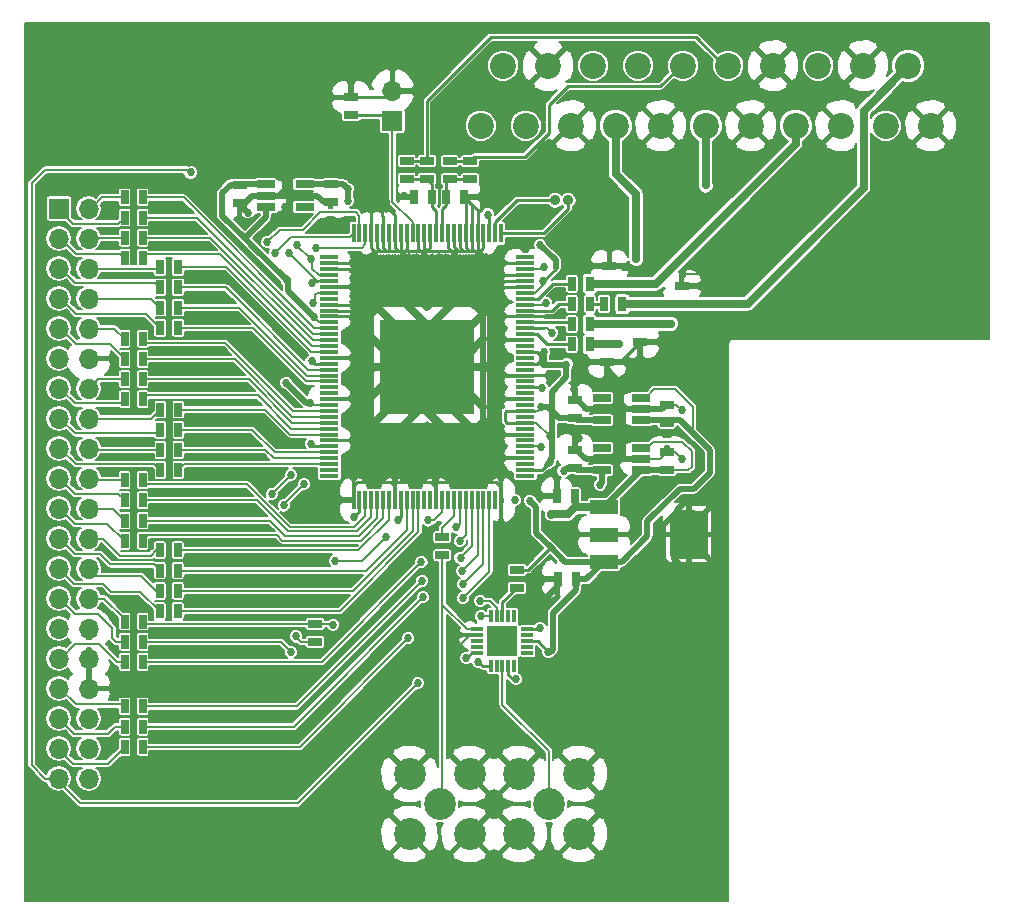
<source format=gbr>
G04 #@! TF.FileFunction,Copper,L1,Top,Signal*
%FSLAX46Y46*%
G04 Gerber Fmt 4.6, Leading zero omitted, Abs format (unit mm)*
G04 Created by KiCad (PCBNEW 4.0.6+dfsg1-1) date Fri Sep 29 01:28:00 2017*
%MOMM*%
%LPD*%
G01*
G04 APERTURE LIST*
%ADD10C,0.100000*%
%ADD11R,1.143000X0.635000*%
%ADD12R,0.635000X1.143000*%
%ADD13R,1.700000X1.700000*%
%ADD14O,1.700000X1.700000*%
%ADD15C,2.700000*%
%ADD16C,2.200000*%
%ADD17R,2.400000X1.200000*%
%ADD18R,2.400000X3.300000*%
%ADD19R,1.560000X0.650000*%
%ADD20C,0.900000*%
%ADD21R,0.300000X1.000000*%
%ADD22R,1.000000X0.300000*%
%ADD23R,2.500000X2.500000*%
%ADD24C,2.250000*%
%ADD25R,0.300000X1.600000*%
%ADD26R,1.600000X0.300000*%
%ADD27R,8.000000X8.000000*%
%ADD28C,1.000000*%
%ADD29C,0.686000*%
%ADD30C,0.500000*%
%ADD31C,0.200000*%
%ADD32C,0.700000*%
%ADD33C,0.250000*%
%ADD34C,0.640000*%
%ADD35C,0.220000*%
%ADD36C,0.180000*%
G04 APERTURE END LIST*
D10*
D11*
X72120000Y-64752000D03*
X72120000Y-63228000D03*
X72090000Y-60732000D03*
X72090000Y-59208000D03*
X35930000Y-40568000D03*
X35930000Y-42092000D03*
D12*
X64312000Y-66960000D03*
X62788000Y-66960000D03*
X64382000Y-73990000D03*
X62858000Y-73990000D03*
D11*
X64290000Y-64542000D03*
X64290000Y-63018000D03*
X64300000Y-60352000D03*
X64300000Y-58828000D03*
X43640000Y-40548000D03*
X43640000Y-42072000D03*
D12*
X64048000Y-54110000D03*
X65572000Y-54110000D03*
X68322000Y-50690000D03*
X66798000Y-50690000D03*
X65572000Y-52400000D03*
X64048000Y-52400000D03*
X65572000Y-48980000D03*
X64048000Y-48980000D03*
D11*
X50080000Y-38588000D03*
X50080000Y-40112000D03*
X55440000Y-38598000D03*
X55440000Y-40122000D03*
D13*
X20630000Y-42600000D03*
D14*
X23170000Y-42600000D03*
X20630000Y-45140000D03*
X23170000Y-45140000D03*
X20630000Y-47680000D03*
X23170000Y-47680000D03*
X20630000Y-50220000D03*
X23170000Y-50220000D03*
X20630000Y-52760000D03*
X23170000Y-52760000D03*
X20630000Y-55300000D03*
X23170000Y-55300000D03*
X20630000Y-57840000D03*
X23170000Y-57840000D03*
X20630000Y-60380000D03*
X23170000Y-60380000D03*
X20630000Y-62920000D03*
X23170000Y-62920000D03*
X20630000Y-65460000D03*
X23170000Y-65460000D03*
X20630000Y-68000000D03*
X23170000Y-68000000D03*
X20630000Y-70540000D03*
X23170000Y-70540000D03*
X20630000Y-73080000D03*
X23170000Y-73080000D03*
X20630000Y-75620000D03*
X23170000Y-75620000D03*
X20630000Y-78160000D03*
X23170000Y-78160000D03*
X20630000Y-80700000D03*
X23170000Y-80700000D03*
X20630000Y-83240000D03*
X23170000Y-83240000D03*
X20630000Y-85780000D03*
X23170000Y-85780000D03*
X20630000Y-88320000D03*
X23170000Y-88320000D03*
X20630000Y-90860000D03*
X23170000Y-90860000D03*
D15*
X52860000Y-93040000D03*
X55400000Y-90500000D03*
X50320000Y-90500000D03*
X50320000Y-95580000D03*
X55400000Y-95580000D03*
X62110000Y-93040000D03*
X64650000Y-90500000D03*
X59570000Y-90500000D03*
X59570000Y-95580000D03*
X64650000Y-95580000D03*
D16*
X58250000Y-30500000D03*
X60155000Y-35580000D03*
X62060000Y-30500000D03*
X63965000Y-35580000D03*
X65870000Y-30500000D03*
X67775000Y-35580000D03*
X69680000Y-30500000D03*
X71585000Y-35580000D03*
X73490000Y-30500000D03*
X75395000Y-35580000D03*
X77300000Y-30500000D03*
X79205000Y-35580000D03*
X92540000Y-30500000D03*
X83015000Y-35580000D03*
X81110000Y-30500000D03*
X86825000Y-35580000D03*
X84920000Y-30500000D03*
X90635000Y-35580000D03*
X88730000Y-30500000D03*
X94445000Y-35580000D03*
X56345000Y-35580000D03*
D13*
X48870000Y-35180000D03*
D14*
X48870000Y-32640000D03*
D12*
X65572000Y-50690000D03*
X64048000Y-50690000D03*
X26198000Y-79290000D03*
X27722000Y-79290000D03*
X26198000Y-88180000D03*
X27722000Y-88180000D03*
X26198000Y-77570000D03*
X27722000Y-77570000D03*
X26198000Y-86470000D03*
X27722000Y-86470000D03*
X26198000Y-84760000D03*
X27722000Y-84760000D03*
X26198000Y-81000000D03*
X27722000Y-81000000D03*
D11*
X51810000Y-38588000D03*
X51810000Y-40112000D03*
D12*
X52222000Y-41640000D03*
X50698000Y-41640000D03*
D11*
X53100000Y-71952000D03*
X53100000Y-70428000D03*
D12*
X29178000Y-76690000D03*
X30702000Y-76690000D03*
X29178000Y-74970000D03*
X30702000Y-74970000D03*
D11*
X53720000Y-38598000D03*
X53720000Y-40122000D03*
D12*
X53448000Y-41640000D03*
X54972000Y-41640000D03*
X29178000Y-73250000D03*
X30702000Y-73250000D03*
X29178000Y-71540000D03*
X30702000Y-71540000D03*
X26198000Y-70730000D03*
X27722000Y-70730000D03*
X26198000Y-69020000D03*
X27722000Y-69020000D03*
X26198000Y-67310000D03*
X27722000Y-67310000D03*
X26198000Y-65600000D03*
X27722000Y-65600000D03*
X29228000Y-64750000D03*
X30752000Y-64750000D03*
X29228000Y-61330000D03*
X30752000Y-61330000D03*
X29228000Y-59620000D03*
X30752000Y-59620000D03*
X26198000Y-57050000D03*
X27722000Y-57050000D03*
X26198000Y-53630000D03*
X27722000Y-53630000D03*
X29198000Y-52700000D03*
X30722000Y-52700000D03*
X29198000Y-49280000D03*
X30722000Y-49280000D03*
X29198000Y-47570000D03*
X30722000Y-47570000D03*
X26198000Y-45080000D03*
X27722000Y-45080000D03*
X26198000Y-41660000D03*
X27722000Y-41660000D03*
X29228000Y-63040000D03*
X30752000Y-63040000D03*
X26198000Y-58760000D03*
X27722000Y-58760000D03*
X26198000Y-55340000D03*
X27722000Y-55340000D03*
X29198000Y-50990000D03*
X30722000Y-50990000D03*
X26198000Y-46790000D03*
X27722000Y-46790000D03*
X26198000Y-43370000D03*
X27722000Y-43370000D03*
D11*
X59410000Y-74722000D03*
X59410000Y-73198000D03*
X42310000Y-77778000D03*
X42310000Y-79302000D03*
X67040000Y-54098000D03*
X67040000Y-55622000D03*
X69860000Y-52398000D03*
X69860000Y-53922000D03*
X73360000Y-50682000D03*
X73360000Y-49158000D03*
X67250000Y-48972000D03*
X67250000Y-47448000D03*
D17*
X66780000Y-70210000D03*
X66780000Y-67910000D03*
X66780000Y-72510000D03*
D18*
X73980000Y-70210000D03*
D19*
X69920000Y-64770000D03*
X69920000Y-63820000D03*
X69920000Y-62870000D03*
X66620000Y-62870000D03*
X66620000Y-64770000D03*
X69920000Y-60530000D03*
X69920000Y-59580000D03*
X69920000Y-58630000D03*
X66620000Y-58630000D03*
X66620000Y-60530000D03*
X38130000Y-40560000D03*
X38130000Y-41510000D03*
X38130000Y-42460000D03*
X41430000Y-42460000D03*
X41430000Y-40560000D03*
D11*
X45370000Y-33188000D03*
X45370000Y-34712000D03*
D20*
X63750000Y-41910000D03*
X62650000Y-41910000D03*
D21*
X59190000Y-77105000D03*
X58690000Y-77105000D03*
X58190000Y-77105000D03*
X57690000Y-77105000D03*
X57190000Y-77105000D03*
D22*
X56075000Y-78220000D03*
X56075000Y-78720000D03*
X56075000Y-79220000D03*
X56075000Y-79720000D03*
X56075000Y-80220000D03*
D21*
X57190000Y-81335000D03*
X57690000Y-81335000D03*
X58190000Y-81335000D03*
X58690000Y-81335000D03*
X59190000Y-81335000D03*
D22*
X60305000Y-80220000D03*
X60305000Y-79720000D03*
X60305000Y-79220000D03*
X60305000Y-78720000D03*
X60305000Y-78220000D03*
D23*
X58190000Y-79220000D03*
D24*
X58190000Y-79220000D03*
D25*
X50580000Y-67290000D03*
X50080000Y-67290000D03*
X49580000Y-67290000D03*
X49080000Y-67290000D03*
X48580000Y-67290000D03*
X48080000Y-67290000D03*
X47580000Y-67290000D03*
X47080000Y-67290000D03*
X46580000Y-67290000D03*
X46080000Y-67290000D03*
X45580000Y-67290000D03*
D26*
X43530000Y-50240000D03*
X43530000Y-49740000D03*
X43530000Y-49240000D03*
X43530000Y-48740000D03*
X43530000Y-48240000D03*
X43530000Y-47740000D03*
X43530000Y-47240000D03*
X43530000Y-46740000D03*
D25*
X57080000Y-44690000D03*
X57580000Y-44690000D03*
X58080000Y-44690000D03*
D26*
X60130000Y-46740000D03*
X60130000Y-47240000D03*
X60130000Y-65240000D03*
X60130000Y-64740000D03*
X60130000Y-64240000D03*
X60130000Y-63740000D03*
X60130000Y-63240000D03*
X60130000Y-62740000D03*
X60130000Y-62240000D03*
X60130000Y-61740000D03*
X60130000Y-61240000D03*
X60130000Y-60740000D03*
X60130000Y-60240000D03*
X60130000Y-59740000D03*
X60130000Y-59240000D03*
X60130000Y-58740000D03*
X60130000Y-58240000D03*
X60130000Y-57740000D03*
X60130000Y-57240000D03*
X60130000Y-56740000D03*
X60130000Y-56240000D03*
X60130000Y-55740000D03*
X60130000Y-55240000D03*
X60130000Y-54740000D03*
X60130000Y-54240000D03*
X60130000Y-53740000D03*
X60130000Y-53240000D03*
X60130000Y-52740000D03*
X60130000Y-52240000D03*
X60130000Y-51740000D03*
X60130000Y-51240000D03*
X60130000Y-50740000D03*
X60130000Y-50240000D03*
X60130000Y-49740000D03*
X60130000Y-49240000D03*
X60130000Y-48740000D03*
X60130000Y-48240000D03*
X60130000Y-47740000D03*
D25*
X56580000Y-44690000D03*
X56080000Y-44690000D03*
X55580000Y-44690000D03*
X55080000Y-44690000D03*
X54580000Y-44690000D03*
X54080000Y-44690000D03*
X53580000Y-44690000D03*
X53080000Y-44690000D03*
X52580000Y-44690000D03*
X52080000Y-44690000D03*
X51580000Y-44690000D03*
X51080000Y-44690000D03*
X50580000Y-44690000D03*
X50080000Y-44690000D03*
X49580000Y-44690000D03*
X49080000Y-44690000D03*
X48580000Y-44690000D03*
X48080000Y-44690000D03*
X47580000Y-44690000D03*
X47080000Y-44690000D03*
X46580000Y-44690000D03*
X46080000Y-44690000D03*
X45580000Y-44690000D03*
D26*
X43530000Y-50740000D03*
X43530000Y-51240000D03*
X43530000Y-51740000D03*
X43530000Y-52240000D03*
X43530000Y-52740000D03*
X43530000Y-53240000D03*
X43530000Y-53740000D03*
X43530000Y-54240000D03*
X43530000Y-54740000D03*
X43530000Y-55240000D03*
X43530000Y-55740000D03*
X43530000Y-56240000D03*
X43530000Y-56740000D03*
X43530000Y-57240000D03*
X43530000Y-57740000D03*
X43530000Y-58240000D03*
X43530000Y-58740000D03*
X43530000Y-59240000D03*
X43530000Y-59740000D03*
X43530000Y-60240000D03*
X43530000Y-60740000D03*
X43530000Y-61240000D03*
X43530000Y-61740000D03*
X43530000Y-62240000D03*
X43530000Y-62740000D03*
X43530000Y-63240000D03*
X43530000Y-63740000D03*
X43530000Y-64240000D03*
X43530000Y-64740000D03*
X43530000Y-65240000D03*
D25*
X51080000Y-67290000D03*
X51580000Y-67290000D03*
X52080000Y-67290000D03*
X52580000Y-67290000D03*
X53080000Y-67290000D03*
X53580000Y-67290000D03*
X54080000Y-67290000D03*
X54580000Y-67290000D03*
X55080000Y-67290000D03*
X55580000Y-67290000D03*
X56080000Y-67290000D03*
X56580000Y-67290000D03*
X57080000Y-67290000D03*
X57580000Y-67290000D03*
X58080000Y-67290000D03*
D27*
X51830000Y-55990000D03*
D28*
X55058340Y-59215800D03*
X53758340Y-59215800D03*
X52458340Y-59215800D03*
X51158340Y-59215800D03*
X49858340Y-59215800D03*
X48558340Y-59215800D03*
X55058340Y-57915800D03*
X53758340Y-57915800D03*
X52458340Y-57915800D03*
X51158340Y-57915800D03*
X49858340Y-57915800D03*
X48558340Y-57915800D03*
X55058340Y-56615800D03*
X53758340Y-56615800D03*
X52458340Y-56615800D03*
X51158340Y-56615800D03*
X49858340Y-56615800D03*
X48558340Y-56615800D03*
X55058340Y-55315800D03*
X53758340Y-55315800D03*
X52458340Y-55315800D03*
X51158340Y-55315800D03*
X49858340Y-55315800D03*
X48558340Y-55315800D03*
X55058340Y-54015800D03*
X53758340Y-54015800D03*
X52458340Y-54015800D03*
X51158340Y-54015800D03*
X49858340Y-54015800D03*
X48558340Y-54015800D03*
X55058340Y-52715800D03*
X53758340Y-52715800D03*
X52458340Y-52715800D03*
X51158340Y-52715800D03*
X49858340Y-52715800D03*
X48558340Y-52715800D03*
D29*
X62300000Y-68530000D03*
X63720000Y-68500000D03*
X49850000Y-41510000D03*
X47950000Y-41410000D03*
X28940000Y-40490000D03*
X30380000Y-40610000D03*
X30500000Y-42460000D03*
X28910000Y-42500000D03*
X29020000Y-44260000D03*
X30640000Y-44230000D03*
X30660000Y-45770000D03*
X32390000Y-45800000D03*
X32430000Y-48420000D03*
X34140000Y-48480000D03*
X34160000Y-50150000D03*
X32450000Y-50150000D03*
X32420000Y-51770000D03*
X34240000Y-51780000D03*
X34290000Y-53330000D03*
X32430000Y-53320000D03*
X32410000Y-54690000D03*
X34160000Y-54680000D03*
X36520000Y-54490000D03*
X38080000Y-55930000D03*
X38100000Y-61100000D03*
X40720000Y-68820000D03*
X32920000Y-83560000D03*
X38760000Y-70900000D03*
X38970000Y-72420000D03*
X37170000Y-72380000D03*
X37040000Y-74150000D03*
X35030000Y-74160000D03*
X35010000Y-75960000D03*
X32960000Y-75940000D03*
X32810000Y-78520000D03*
X34930000Y-78560000D03*
X34850000Y-80190000D03*
X32900000Y-80220000D03*
X43670000Y-68100000D03*
X42490000Y-67080000D03*
X61470000Y-74210000D03*
X61900000Y-75550000D03*
X54000000Y-80990000D03*
X39760000Y-42440000D03*
X47380000Y-46650000D03*
X49780000Y-46600000D03*
X54110000Y-46650000D03*
X51560000Y-46580000D03*
X62930000Y-45370000D03*
X61400000Y-43380000D03*
X59940000Y-43420000D03*
X59890000Y-39680000D03*
X36640000Y-43000000D03*
X43100000Y-44060000D03*
X35840000Y-65120000D03*
X33880000Y-65110000D03*
X33970000Y-62170000D03*
X32380000Y-62170000D03*
X32340000Y-60480000D03*
X36160000Y-60490000D03*
X36130000Y-57790000D03*
X34480000Y-57810000D03*
X34420000Y-56230000D03*
X32150000Y-56270000D03*
X26790000Y-83000000D03*
X30450000Y-87360000D03*
X33040000Y-87340000D03*
X32960000Y-85600000D03*
X30420000Y-85560000D03*
X30340000Y-83530000D03*
X73380000Y-59700000D03*
X73400000Y-63810000D03*
X52440000Y-65410000D03*
X64210000Y-57880000D03*
X64690000Y-62060000D03*
X46610000Y-65440000D03*
X56060000Y-46690000D03*
X49740000Y-65450000D03*
X57540000Y-64880000D03*
X57700000Y-47730000D03*
X45920000Y-62720000D03*
X46030000Y-59250000D03*
X46090000Y-55750000D03*
X46110000Y-52210000D03*
X46070000Y-49780000D03*
X76590000Y-49450000D03*
X75950000Y-51960000D03*
X73470000Y-48170000D03*
X71570000Y-47020000D03*
X57560000Y-63190000D03*
X57590000Y-61430000D03*
X57630000Y-59750000D03*
X57640000Y-58020000D03*
X57620000Y-56320000D03*
X57650000Y-54620000D03*
X57620000Y-52900000D03*
X57670000Y-51140000D03*
X57660000Y-49450000D03*
X51880000Y-69010000D03*
X42210000Y-51800000D03*
X62060000Y-80120000D03*
X59340000Y-82460000D03*
X56160000Y-80990000D03*
X55130000Y-80660000D03*
X39870000Y-57360000D03*
X41930000Y-59030000D03*
X40680000Y-78830000D03*
X44020000Y-72440000D03*
X48290000Y-70450000D03*
X42410000Y-45910000D03*
X59240000Y-67310000D03*
X60510000Y-67340000D03*
X45610000Y-68680000D03*
X39900000Y-48610000D03*
X61370000Y-78140000D03*
X66480000Y-65980000D03*
X61700000Y-47580000D03*
X62380000Y-53130000D03*
X61560000Y-57790000D03*
X63360000Y-64820000D03*
X61490000Y-62830000D03*
X61890000Y-50570000D03*
X63610000Y-55810000D03*
X61680000Y-54760000D03*
X61490000Y-59440000D03*
X62190000Y-61860000D03*
X62210000Y-64090000D03*
X42170000Y-50570000D03*
X61400000Y-45690000D03*
X61610000Y-48780000D03*
X41980000Y-62500000D03*
X45110000Y-40940000D03*
X45100000Y-41930000D03*
X56950000Y-43110000D03*
X49310000Y-68970000D03*
X42030000Y-55480000D03*
X68060000Y-54090000D03*
X69520000Y-46880000D03*
X75410000Y-40650000D03*
X72480000Y-52360000D03*
X40270000Y-65160000D03*
X38670000Y-66770000D03*
X38280000Y-45460000D03*
X38950000Y-46350000D03*
X39700000Y-67740000D03*
X41380000Y-65940000D03*
X41960000Y-46880000D03*
X40830000Y-45690000D03*
X56380000Y-77130000D03*
X51020000Y-82770000D03*
X31780000Y-39550000D03*
X42080000Y-48890000D03*
X56310000Y-75830000D03*
X40100000Y-46390000D03*
X54830000Y-75600000D03*
X40280000Y-80160000D03*
X50220000Y-78980000D03*
X54850000Y-74410000D03*
X51460000Y-75510000D03*
X54640000Y-72170000D03*
X51400000Y-74120000D03*
X54580000Y-70770000D03*
X51330000Y-72560000D03*
X54280000Y-69600000D03*
X43850000Y-77850000D03*
X54760000Y-73290000D03*
D30*
X64312000Y-66960000D02*
X64312000Y-67502000D01*
X64312000Y-67502000D02*
X64720000Y-67910000D01*
D31*
X69920000Y-62870000D02*
X70390000Y-62870000D01*
X70390000Y-62870000D02*
X70920000Y-62340000D01*
X70920000Y-62340000D02*
X73390000Y-62340000D01*
X73390000Y-62340000D02*
X74210000Y-63160000D01*
X74210000Y-63160000D02*
X74210000Y-64470000D01*
X74210000Y-64470000D02*
X73928000Y-64752000D01*
X73928000Y-64752000D02*
X72120000Y-64752000D01*
D30*
X69920000Y-64770000D02*
X72102000Y-64770000D01*
X72102000Y-64770000D02*
X72120000Y-64752000D01*
X66780000Y-67910000D02*
X69920000Y-64770000D01*
D32*
X63720000Y-68500000D02*
X62330000Y-68500000D01*
X62330000Y-68500000D02*
X62300000Y-68530000D01*
X64310000Y-67910000D02*
X64720000Y-67910000D01*
X64720000Y-67910000D02*
X66780000Y-67910000D01*
X63720000Y-68500000D02*
X64310000Y-67910000D01*
D33*
X49080000Y-44690000D02*
X49080000Y-43150000D01*
X48484998Y-41944998D02*
X47950000Y-41410000D01*
X48484998Y-42554998D02*
X48484998Y-41944998D01*
X49080000Y-43150000D02*
X48484998Y-42554998D01*
X47080000Y-44690000D02*
X47080000Y-42280000D01*
X47080000Y-42280000D02*
X47950000Y-41410000D01*
X55580000Y-44690000D02*
X55580000Y-42530000D01*
X55580000Y-42530000D02*
X55721000Y-42389000D01*
X56080000Y-44690000D02*
X56080000Y-42748000D01*
X56080000Y-42748000D02*
X55721000Y-42389000D01*
X55721000Y-42389000D02*
X54972000Y-41640000D01*
X47950000Y-41410000D02*
X47950000Y-43160000D01*
X48080000Y-43290000D02*
X48080000Y-44690000D01*
X47950000Y-43160000D02*
X48080000Y-43290000D01*
D31*
X49980000Y-41640000D02*
X49850000Y-41510000D01*
X50698000Y-41640000D02*
X49980000Y-41640000D01*
D32*
X51830000Y-55990000D02*
X51830000Y-52760000D01*
X51830000Y-52760000D02*
X53920000Y-50670000D01*
X51830000Y-55990000D02*
X51830000Y-52430000D01*
X51830000Y-52430000D02*
X50060000Y-50660000D01*
X51830000Y-55990000D02*
X51830000Y-55200000D01*
X51830000Y-55200000D02*
X47640000Y-51010000D01*
X51830000Y-55990000D02*
X49560000Y-55990000D01*
X49560000Y-55990000D02*
X47050000Y-53480000D01*
X51830000Y-55990000D02*
X47350000Y-55990000D01*
X47350000Y-55990000D02*
X47050000Y-56290000D01*
X51830000Y-55990000D02*
X49590000Y-55990000D01*
X49590000Y-55990000D02*
X47050000Y-58530000D01*
X51830000Y-55990000D02*
X52110000Y-55990000D01*
X52110000Y-55990000D02*
X56540000Y-51560000D01*
X51830000Y-55990000D02*
X54220000Y-55990000D01*
X54220000Y-55990000D02*
X56540000Y-53670000D01*
X51830000Y-55990000D02*
X56430000Y-55990000D01*
X56430000Y-55990000D02*
X56540000Y-55880000D01*
X51830000Y-55990000D02*
X53120000Y-55990000D01*
X53120000Y-55990000D02*
X56540000Y-59410000D01*
X51830000Y-55990000D02*
X51830000Y-57500000D01*
X51830000Y-57500000D02*
X55340000Y-61010000D01*
X51830000Y-55990000D02*
X51830000Y-59800000D01*
X51830000Y-59800000D02*
X53040000Y-61010000D01*
X51830000Y-55990000D02*
X51830000Y-58940000D01*
X51830000Y-58940000D02*
X49760000Y-61010000D01*
X51830000Y-55990000D02*
X51830000Y-56290000D01*
X51830000Y-56290000D02*
X47270000Y-60850000D01*
D30*
X51330000Y-50670000D02*
X53920000Y-50670000D01*
X53920000Y-50670000D02*
X55650000Y-50670000D01*
X55650000Y-50670000D02*
X56540000Y-51560000D01*
X56540000Y-51560000D02*
X56540000Y-53670000D01*
X56540000Y-53670000D02*
X56540000Y-55880000D01*
X47990000Y-50660000D02*
X50060000Y-50660000D01*
X50060000Y-50660000D02*
X51630000Y-50660000D01*
X47050000Y-56290000D02*
X47050000Y-53480000D01*
X47050000Y-53480000D02*
X47050000Y-51600000D01*
X47050000Y-51600000D02*
X47640000Y-51010000D01*
X47640000Y-51010000D02*
X47990000Y-50660000D01*
X47050000Y-60630000D02*
X47050000Y-58530000D01*
X47050000Y-58530000D02*
X47050000Y-56290000D01*
X47430000Y-61010000D02*
X47270000Y-60850000D01*
X47270000Y-60850000D02*
X47050000Y-60630000D01*
X56120000Y-61010000D02*
X55340000Y-61010000D01*
X55340000Y-61010000D02*
X53040000Y-61010000D01*
X53040000Y-61010000D02*
X49760000Y-61010000D01*
X49760000Y-61010000D02*
X47430000Y-61010000D01*
X56540000Y-60590000D02*
X56120000Y-61010000D01*
X56540000Y-55880000D02*
X56540000Y-59410000D01*
X56540000Y-59410000D02*
X56540000Y-60590000D01*
X73000000Y-68350000D02*
X73000000Y-68140000D01*
X73590000Y-67550000D02*
X76140000Y-67550000D01*
X73000000Y-68140000D02*
X73590000Y-67550000D01*
X73260000Y-72790000D02*
X72240000Y-72790000D01*
X71790000Y-69420000D02*
X72610000Y-68600000D01*
X71790000Y-72340000D02*
X71790000Y-69420000D01*
X72240000Y-72790000D02*
X71790000Y-72340000D01*
X72730000Y-72040000D02*
X72730000Y-72260000D01*
X73260000Y-72790000D02*
X76140000Y-72790000D01*
X72730000Y-72260000D02*
X73260000Y-72790000D01*
X73980000Y-70210000D02*
X73980000Y-69710000D01*
X73980000Y-69710000D02*
X76140000Y-67550000D01*
X76140000Y-67550000D02*
X76140000Y-72790000D01*
X75390000Y-72040000D02*
X75330000Y-72040000D01*
X76140000Y-72790000D02*
X75390000Y-72040000D01*
X73980000Y-70210000D02*
X73980000Y-68450000D01*
X72860000Y-68350000D02*
X73000000Y-68350000D01*
X73000000Y-68350000D02*
X74380000Y-68350000D01*
X72610000Y-68600000D02*
X72860000Y-68350000D01*
X72610000Y-71920000D02*
X72610000Y-68600000D01*
X72730000Y-72040000D02*
X72610000Y-71920000D01*
X75330000Y-72040000D02*
X72730000Y-72040000D01*
X75340000Y-72050000D02*
X75330000Y-72040000D01*
X75340000Y-68560000D02*
X75340000Y-72050000D01*
X75230000Y-68450000D02*
X75340000Y-68560000D01*
X73980000Y-68450000D02*
X75230000Y-68450000D01*
D31*
X36160000Y-60490000D02*
X37490000Y-60490000D01*
X30260000Y-40490000D02*
X28940000Y-40490000D01*
X30380000Y-40610000D02*
X30260000Y-40490000D01*
X28950000Y-42460000D02*
X30500000Y-42460000D01*
X28910000Y-42500000D02*
X28950000Y-42460000D01*
X30610000Y-44260000D02*
X29020000Y-44260000D01*
X30640000Y-44230000D02*
X30610000Y-44260000D01*
X32360000Y-45770000D02*
X30660000Y-45770000D01*
X32390000Y-45800000D02*
X32360000Y-45770000D01*
X34080000Y-48420000D02*
X32430000Y-48420000D01*
X34140000Y-48480000D02*
X34080000Y-48420000D01*
X32450000Y-50150000D02*
X34160000Y-50150000D01*
X34230000Y-51770000D02*
X32420000Y-51770000D01*
X34240000Y-51780000D02*
X34230000Y-51770000D01*
X32440000Y-53330000D02*
X34290000Y-53330000D01*
X32430000Y-53320000D02*
X32440000Y-53330000D01*
X34150000Y-54690000D02*
X32410000Y-54690000D01*
X34160000Y-54680000D02*
X34150000Y-54690000D01*
X36640000Y-54490000D02*
X36520000Y-54490000D01*
X38080000Y-55930000D02*
X36640000Y-54490000D01*
X37490000Y-60490000D02*
X38100000Y-61100000D01*
D30*
X40720000Y-68820000D02*
X40750000Y-68820000D01*
D31*
X32890000Y-83530000D02*
X32920000Y-83560000D01*
X30340000Y-83530000D02*
X32890000Y-83530000D01*
X37210000Y-72420000D02*
X38970000Y-72420000D01*
X37170000Y-72380000D02*
X37210000Y-72420000D01*
X35040000Y-74150000D02*
X37040000Y-74150000D01*
X35030000Y-74160000D02*
X35040000Y-74150000D01*
X32980000Y-75960000D02*
X35010000Y-75960000D01*
X32960000Y-75940000D02*
X32980000Y-75960000D01*
X34890000Y-78520000D02*
X32810000Y-78520000D01*
X34930000Y-78560000D02*
X34890000Y-78520000D01*
X32930000Y-80190000D02*
X34850000Y-80190000D01*
X32900000Y-80220000D02*
X32930000Y-80190000D01*
D30*
X40750000Y-68820000D02*
X42490000Y-67080000D01*
D33*
X62858000Y-73990000D02*
X61690000Y-73990000D01*
X61690000Y-73990000D02*
X61470000Y-74210000D01*
D30*
X62858000Y-74592000D02*
X62858000Y-73990000D01*
X61900000Y-75550000D02*
X62858000Y-74592000D01*
D31*
X55420000Y-78720000D02*
X54000000Y-80140000D01*
X54000000Y-80140000D02*
X54000000Y-80990000D01*
X56075000Y-78720000D02*
X55420000Y-78720000D01*
D33*
X43530000Y-55240000D02*
X45490000Y-55240000D01*
X45490000Y-55240000D02*
X45690000Y-55040000D01*
D31*
X39910000Y-41510000D02*
X39910000Y-42290000D01*
X39910000Y-42290000D02*
X39760000Y-42440000D01*
X49730000Y-46650000D02*
X47380000Y-46650000D01*
X49780000Y-46600000D02*
X49730000Y-46650000D01*
X51630000Y-46070000D02*
X51630000Y-46510000D01*
X54530000Y-46230000D02*
X54860000Y-46230000D01*
X54110000Y-46650000D02*
X54530000Y-46230000D01*
X51630000Y-46510000D02*
X51560000Y-46580000D01*
X65008000Y-47448000D02*
X67250000Y-47448000D01*
X62930000Y-45370000D02*
X65008000Y-47448000D01*
X59980000Y-43380000D02*
X61400000Y-43380000D01*
X59940000Y-43420000D02*
X59980000Y-43380000D01*
D30*
X39080000Y-41510000D02*
X39910000Y-41510000D01*
X39910000Y-41510000D02*
X42510000Y-41510000D01*
X42510000Y-41510000D02*
X43072000Y-42072000D01*
X43072000Y-42072000D02*
X43640000Y-42072000D01*
D31*
X54972000Y-41640000D02*
X57930000Y-41640000D01*
X57930000Y-41640000D02*
X59890000Y-39680000D01*
D30*
X35930000Y-42290000D02*
X36640000Y-43000000D01*
X35930000Y-42092000D02*
X35930000Y-42290000D01*
D31*
X33890000Y-65120000D02*
X35840000Y-65120000D01*
X33880000Y-65110000D02*
X33890000Y-65120000D01*
X32380000Y-62170000D02*
X33970000Y-62170000D01*
X36150000Y-60480000D02*
X32340000Y-60480000D01*
X36160000Y-60490000D02*
X36150000Y-60480000D01*
X34500000Y-57790000D02*
X36130000Y-57790000D01*
X34480000Y-57810000D02*
X34500000Y-57790000D01*
X32190000Y-56230000D02*
X34420000Y-56230000D01*
X32150000Y-56270000D02*
X32190000Y-56230000D01*
X26790000Y-83000000D02*
X29810000Y-83000000D01*
X26550000Y-83240000D02*
X26790000Y-83000000D01*
X23170000Y-83240000D02*
X26550000Y-83240000D01*
X33020000Y-87360000D02*
X30450000Y-87360000D01*
X33040000Y-87340000D02*
X33020000Y-87360000D01*
X30460000Y-85600000D02*
X32960000Y-85600000D01*
X30420000Y-85560000D02*
X30460000Y-85600000D01*
X29810000Y-83000000D02*
X30340000Y-83530000D01*
D30*
X38130000Y-41510000D02*
X39080000Y-41510000D01*
X39080000Y-41510000D02*
X39300000Y-41510000D01*
X39800000Y-41010000D02*
X39800000Y-38540000D01*
X39300000Y-41510000D02*
X39800000Y-41010000D01*
X35930000Y-42092000D02*
X36418000Y-42092000D01*
X36418000Y-42092000D02*
X37000000Y-41510000D01*
X37000000Y-41510000D02*
X38130000Y-41510000D01*
D31*
X72090000Y-59208000D02*
X72888000Y-59208000D01*
X72888000Y-59208000D02*
X73380000Y-59700000D01*
D30*
X69920000Y-59580000D02*
X71718000Y-59580000D01*
X71718000Y-59580000D02*
X72090000Y-59208000D01*
D31*
X69920000Y-63820000D02*
X71528000Y-63820000D01*
X71528000Y-63820000D02*
X72120000Y-63228000D01*
X72120000Y-63228000D02*
X72818000Y-63228000D01*
X72818000Y-63228000D02*
X73400000Y-63810000D01*
D33*
X52420000Y-65430000D02*
X52420000Y-65750000D01*
X52440000Y-65410000D02*
X52420000Y-65430000D01*
X52420000Y-65750000D02*
X52730000Y-65750000D01*
D30*
X64300000Y-58828000D02*
X64300000Y-57970000D01*
X64300000Y-57970000D02*
X64210000Y-57880000D01*
X64290000Y-63018000D02*
X64290000Y-62460000D01*
X64290000Y-62460000D02*
X64690000Y-62060000D01*
X64290000Y-63018000D02*
X64428000Y-63018000D01*
X64428000Y-63018000D02*
X65230000Y-63820000D01*
X65230000Y-63820000D02*
X68570000Y-63820000D01*
X68390000Y-59570000D02*
X68390000Y-63640000D01*
X68570000Y-63820000D02*
X69920000Y-63820000D01*
X68390000Y-63640000D02*
X68570000Y-63820000D01*
X64300000Y-58828000D02*
X64558000Y-58828000D01*
X64558000Y-58828000D02*
X65300000Y-59570000D01*
X65300000Y-59570000D02*
X68390000Y-59570000D01*
X68390000Y-59570000D02*
X68710000Y-59570000D01*
X68710000Y-59570000D02*
X68710000Y-59580000D01*
X67040000Y-55622000D02*
X67040000Y-56210000D01*
X68720000Y-59580000D02*
X68710000Y-59580000D01*
X68710000Y-59580000D02*
X69920000Y-59580000D01*
X68260000Y-59120000D02*
X68720000Y-59580000D01*
X68260000Y-57430000D02*
X68260000Y-59120000D01*
X67040000Y-56210000D02*
X68260000Y-57430000D01*
D33*
X46320000Y-65730000D02*
X46320000Y-65750000D01*
X46610000Y-65440000D02*
X46320000Y-65730000D01*
X56060000Y-46690000D02*
X56325000Y-46425000D01*
X56325000Y-46425000D02*
X56325000Y-46295000D01*
X49510000Y-65680000D02*
X49510000Y-65750000D01*
X49740000Y-65450000D02*
X49510000Y-65680000D01*
X53840000Y-46230000D02*
X51790000Y-46230000D01*
X51790000Y-46230000D02*
X51770000Y-46210000D01*
X57540000Y-64880000D02*
X57540000Y-65150000D01*
X57540000Y-65150000D02*
X56940000Y-65750000D01*
X57940000Y-63170000D02*
X57940000Y-64480000D01*
X57940000Y-64480000D02*
X57540000Y-64880000D01*
X49080000Y-67290000D02*
X49080000Y-66130000D01*
X49080000Y-66130000D02*
X48700000Y-65750000D01*
X52580000Y-67290000D02*
X52580000Y-66210000D01*
X52580000Y-66210000D02*
X52120000Y-65750000D01*
X45580000Y-67290000D02*
X45580000Y-66020000D01*
X58080000Y-66180000D02*
X58080000Y-67290000D01*
X56940000Y-65750000D02*
X57650000Y-65750000D01*
X57650000Y-65750000D02*
X58080000Y-66180000D01*
X45850000Y-65750000D02*
X46320000Y-65750000D01*
X46320000Y-65750000D02*
X48700000Y-65750000D01*
X48700000Y-65750000D02*
X49510000Y-65750000D01*
X49510000Y-65750000D02*
X52120000Y-65750000D01*
X52120000Y-65750000D02*
X52420000Y-65750000D01*
X52730000Y-65750000D02*
X56940000Y-65750000D01*
X45580000Y-66020000D02*
X45850000Y-65750000D01*
X57700000Y-47670000D02*
X56325000Y-46295000D01*
X56325000Y-46295000D02*
X56260000Y-46230000D01*
X57700000Y-47730000D02*
X57700000Y-47670000D01*
X45880000Y-47620000D02*
X47325000Y-46175000D01*
X45690000Y-47620000D02*
X45880000Y-47620000D01*
X47325000Y-46175000D02*
X47080000Y-45930000D01*
D30*
X45690000Y-62490000D02*
X45690000Y-61650000D01*
X45920000Y-62720000D02*
X45690000Y-62490000D01*
X46020000Y-59240000D02*
X45690000Y-59240000D01*
X46030000Y-59250000D02*
X46020000Y-59240000D01*
X46040000Y-55700000D02*
X45690000Y-55700000D01*
X46090000Y-55750000D02*
X46040000Y-55700000D01*
X45710000Y-51750000D02*
X45690000Y-51750000D01*
X45690000Y-51770000D02*
X45710000Y-51750000D01*
X45690000Y-51790000D02*
X45690000Y-51770000D01*
X46110000Y-52210000D02*
X45690000Y-51790000D01*
X45660000Y-49770000D02*
X45690000Y-49770000D01*
X45680000Y-49770000D02*
X45660000Y-49770000D01*
X45690000Y-49780000D02*
X45680000Y-49770000D01*
X46070000Y-49780000D02*
X45690000Y-49780000D01*
D33*
X44030000Y-47740000D02*
X45200000Y-47740000D01*
X45200000Y-47740000D02*
X45690000Y-48230000D01*
X44030000Y-49240000D02*
X45510000Y-49240000D01*
X45510000Y-49240000D02*
X45690000Y-49060000D01*
X44030000Y-50740000D02*
X45510000Y-50740000D01*
X45700000Y-50470000D02*
X45690000Y-50470000D01*
X45690000Y-50480000D02*
X45700000Y-50470000D01*
X45690000Y-50560000D02*
X45690000Y-50480000D01*
X45510000Y-50740000D02*
X45690000Y-50560000D01*
X44030000Y-51240000D02*
X45550000Y-51240000D01*
X45550000Y-51240000D02*
X45690000Y-51100000D01*
X44030000Y-51740000D02*
X45190000Y-51740000D01*
X45190000Y-51740000D02*
X45690000Y-52240000D01*
X44030000Y-58740000D02*
X45000000Y-58740000D01*
X45000000Y-58740000D02*
X45690000Y-58050000D01*
X44030000Y-62240000D02*
X45100000Y-62240000D01*
X45100000Y-62240000D02*
X45690000Y-61650000D01*
X45690000Y-61650000D02*
X45690000Y-59240000D01*
X45310000Y-47240000D02*
X44030000Y-47240000D01*
X45690000Y-47620000D02*
X45310000Y-47240000D01*
X45690000Y-59240000D02*
X45690000Y-58050000D01*
X45690000Y-58050000D02*
X45690000Y-55700000D01*
X45690000Y-55700000D02*
X45690000Y-55040000D01*
X45690000Y-55040000D02*
X45690000Y-52240000D01*
X45690000Y-52240000D02*
X45690000Y-51750000D01*
X45690000Y-51750000D02*
X45690000Y-51100000D01*
X45690000Y-51100000D02*
X45690000Y-50470000D01*
X45690000Y-50470000D02*
X45690000Y-49770000D01*
X45690000Y-49770000D02*
X45690000Y-49060000D01*
X45690000Y-49060000D02*
X45690000Y-48230000D01*
X45690000Y-48230000D02*
X45690000Y-47620000D01*
D31*
X69860000Y-53922000D02*
X73988000Y-53922000D01*
X75310000Y-48170000D02*
X73470000Y-48170000D01*
X76590000Y-49450000D02*
X75310000Y-48170000D01*
X73988000Y-53922000D02*
X75950000Y-51960000D01*
D33*
X67250000Y-47448000D02*
X68158000Y-47448000D01*
X70890000Y-47700000D02*
X71570000Y-47020000D01*
X68410000Y-47700000D02*
X70890000Y-47700000D01*
X68158000Y-47448000D02*
X68410000Y-47700000D01*
X73360000Y-48280000D02*
X73360000Y-49158000D01*
X73470000Y-48170000D02*
X73360000Y-48280000D01*
X67040000Y-55622000D02*
X68160000Y-55622000D01*
X68160000Y-55622000D02*
X69860000Y-53922000D01*
X45370000Y-33188000D02*
X48322000Y-33188000D01*
X48322000Y-33188000D02*
X48870000Y-32640000D01*
X51450000Y-46210000D02*
X49740000Y-46210000D01*
X49740000Y-46210000D02*
X49720000Y-46190000D01*
X49580000Y-44690000D02*
X49580000Y-46050000D01*
X49580000Y-46050000D02*
X49720000Y-46190000D01*
X49080000Y-44690000D02*
X49080000Y-45900000D01*
X49080000Y-45900000D02*
X49370000Y-46190000D01*
X48580000Y-44690000D02*
X48580000Y-46130000D01*
X48580000Y-46130000D02*
X48520000Y-46190000D01*
X48080000Y-44690000D02*
X48080000Y-45960000D01*
X48210000Y-46110000D02*
X48210000Y-46190000D01*
X48290000Y-46190000D02*
X48210000Y-46110000D01*
X48310000Y-46190000D02*
X48290000Y-46190000D01*
X48080000Y-45960000D02*
X48310000Y-46190000D01*
X47580000Y-44690000D02*
X47580000Y-45980000D01*
X47580000Y-45980000D02*
X47790000Y-46190000D01*
X50080000Y-44690000D02*
X50080000Y-46020000D01*
X50080000Y-46020000D02*
X49910000Y-46190000D01*
X49910000Y-46190000D02*
X49720000Y-46190000D01*
X47080000Y-45930000D02*
X47080000Y-44690000D01*
X47340000Y-46190000D02*
X47325000Y-46175000D01*
X47790000Y-46190000D02*
X47340000Y-46190000D01*
X49720000Y-46190000D02*
X49370000Y-46190000D01*
X49370000Y-46190000D02*
X48520000Y-46190000D01*
X48520000Y-46190000D02*
X48210000Y-46190000D01*
X48210000Y-46190000D02*
X47790000Y-46190000D01*
X51580000Y-44690000D02*
X51580000Y-46020000D01*
X51580000Y-46020000D02*
X51630000Y-46070000D01*
X51630000Y-46070000D02*
X51770000Y-46210000D01*
X51770000Y-46210000D02*
X51770000Y-46230000D01*
X51080000Y-44690000D02*
X51080000Y-46000000D01*
X52080000Y-45920000D02*
X52080000Y-44690000D01*
X51790000Y-46210000D02*
X51770000Y-46230000D01*
X51770000Y-46230000D02*
X52080000Y-45920000D01*
X51290000Y-46210000D02*
X51450000Y-46210000D01*
X51450000Y-46210000D02*
X51790000Y-46210000D01*
X51080000Y-46000000D02*
X51290000Y-46210000D01*
X56080000Y-44690000D02*
X56080000Y-46050000D01*
X56080000Y-46050000D02*
X56260000Y-46230000D01*
X55580000Y-44690000D02*
X55580000Y-45990000D01*
X55580000Y-45990000D02*
X55820000Y-46230000D01*
X55080000Y-44690000D02*
X55080000Y-45970000D01*
X55080000Y-45970000D02*
X55340000Y-46230000D01*
X54580000Y-44690000D02*
X54580000Y-45950000D01*
X54580000Y-45950000D02*
X54860000Y-46230000D01*
X54080000Y-44690000D02*
X54080000Y-45880000D01*
X54080000Y-45880000D02*
X54430000Y-46230000D01*
X53580000Y-44690000D02*
X53580000Y-45970000D01*
X56580000Y-45930000D02*
X56580000Y-44690000D01*
X56280000Y-46230000D02*
X56580000Y-45930000D01*
X56260000Y-46230000D02*
X56280000Y-46230000D01*
X55340000Y-46230000D02*
X55820000Y-46230000D01*
X55820000Y-46230000D02*
X56260000Y-46230000D01*
X53840000Y-46230000D02*
X54430000Y-46230000D01*
X54430000Y-46230000D02*
X54860000Y-46230000D01*
X54860000Y-46230000D02*
X55340000Y-46230000D01*
X53580000Y-45970000D02*
X53840000Y-46230000D01*
X55080000Y-44690000D02*
X55080000Y-41748000D01*
X55080000Y-41748000D02*
X54972000Y-41640000D01*
X59630000Y-63740000D02*
X58440000Y-63740000D01*
X57940000Y-63240000D02*
X57940000Y-63170000D01*
X57940000Y-63170000D02*
X57940000Y-61240000D01*
X58440000Y-63740000D02*
X57940000Y-63240000D01*
X57940000Y-58290000D02*
X57940000Y-61240000D01*
X58440000Y-61740000D02*
X57940000Y-61240000D01*
X58440000Y-61740000D02*
X59630000Y-61740000D01*
X59630000Y-58740000D02*
X58390000Y-58740000D01*
X57940000Y-58290000D02*
X57940000Y-56120000D01*
X58390000Y-58740000D02*
X57940000Y-58290000D01*
X59630000Y-56740000D02*
X58560000Y-56740000D01*
X57940000Y-56120000D02*
X57940000Y-53110000D01*
X58560000Y-56740000D02*
X57940000Y-56120000D01*
X59630000Y-53740000D02*
X58570000Y-53740000D01*
X57940000Y-53110000D02*
X57940000Y-51180000D01*
X58570000Y-53740000D02*
X57940000Y-53110000D01*
X59630000Y-51740000D02*
X58500000Y-51740000D01*
X57940000Y-51180000D02*
X57940000Y-48980000D01*
X58500000Y-51740000D02*
X57940000Y-51180000D01*
X59630000Y-49240000D02*
X58200000Y-49240000D01*
X57940000Y-48980000D02*
X57940000Y-48430000D01*
X58200000Y-49240000D02*
X57940000Y-48980000D01*
X57940000Y-47730000D02*
X57940000Y-48430000D01*
X58250000Y-48740000D02*
X59630000Y-48740000D01*
X57940000Y-48430000D02*
X58250000Y-48740000D01*
X59630000Y-47240000D02*
X58150000Y-47240000D01*
X58210000Y-48240000D02*
X59630000Y-48240000D01*
X57940000Y-47970000D02*
X58210000Y-48240000D01*
X57940000Y-47450000D02*
X57940000Y-47730000D01*
X57940000Y-47730000D02*
X57940000Y-47970000D01*
X58150000Y-47240000D02*
X57940000Y-47450000D01*
D31*
X53080000Y-67290000D02*
X53080000Y-68310000D01*
X52380000Y-69010000D02*
X51880000Y-69010000D01*
X53080000Y-68310000D02*
X52380000Y-69010000D01*
X43530000Y-52240000D02*
X42650000Y-52240000D01*
X42650000Y-52240000D02*
X42210000Y-51800000D01*
D30*
X40010000Y-48610000D02*
X40010000Y-49610000D01*
D31*
X42210000Y-51800000D02*
X42210000Y-51620000D01*
X42650000Y-52240000D02*
X42210000Y-51800000D01*
D30*
X40010000Y-49610000D02*
X42210000Y-51810000D01*
D33*
X59410000Y-73198000D02*
X60362000Y-73198000D01*
X60362000Y-73198000D02*
X62270000Y-71290000D01*
D30*
X62060000Y-80120000D02*
X62260000Y-80120000D01*
X64382000Y-74928000D02*
X64382000Y-73990000D01*
X62430000Y-76880000D02*
X64382000Y-74928000D01*
X62430000Y-79950000D02*
X62430000Y-76880000D01*
X62260000Y-80120000D02*
X62430000Y-79950000D01*
D33*
X60305000Y-79220000D02*
X61160000Y-79220000D01*
X61160000Y-79220000D02*
X62060000Y-80120000D01*
X58690000Y-81335000D02*
X58690000Y-82080000D01*
X59070000Y-82460000D02*
X59340000Y-82460000D01*
X58690000Y-82080000D02*
X59070000Y-82460000D01*
X57190000Y-81335000D02*
X56505000Y-81335000D01*
X56505000Y-81335000D02*
X56160000Y-80990000D01*
X56075000Y-80220000D02*
X55570000Y-80220000D01*
X55570000Y-80220000D02*
X55130000Y-80660000D01*
D30*
X41200000Y-58690000D02*
X41210000Y-58690000D01*
X39870000Y-57360000D02*
X41200000Y-58690000D01*
X41550000Y-59030000D02*
X41930000Y-59030000D01*
X41210000Y-58690000D02*
X41550000Y-59030000D01*
D31*
X43530000Y-59240000D02*
X42140000Y-59240000D01*
X42140000Y-59240000D02*
X41930000Y-59030000D01*
X44030000Y-52240000D02*
X42930000Y-52240000D01*
X41152000Y-79302000D02*
X42310000Y-79302000D01*
X40680000Y-78830000D02*
X41152000Y-79302000D01*
X46300000Y-72440000D02*
X44020000Y-72440000D01*
X48290000Y-70450000D02*
X46300000Y-72440000D01*
X46580000Y-45620000D02*
X46580000Y-44690000D01*
X46270000Y-45930000D02*
X46580000Y-45620000D01*
X42430000Y-45930000D02*
X46270000Y-45930000D01*
X42410000Y-45910000D02*
X42430000Y-45930000D01*
D30*
X38130000Y-42460000D02*
X38130000Y-43350000D01*
X38130000Y-43350000D02*
X36360000Y-45120000D01*
X39910000Y-48610000D02*
X40010000Y-48610000D01*
X40010000Y-48610000D02*
X39900000Y-48610000D01*
X38130000Y-40560000D02*
X35938000Y-40560000D01*
X35938000Y-40560000D02*
X35930000Y-40568000D01*
X39900000Y-48610000D02*
X39850000Y-48610000D01*
X39850000Y-48610000D02*
X37025000Y-45785000D01*
X35172000Y-40568000D02*
X35930000Y-40568000D01*
X34440000Y-41300000D02*
X35172000Y-40568000D01*
X34440000Y-43200000D02*
X34440000Y-41300000D01*
X37025000Y-45785000D02*
X36360000Y-45120000D01*
X36360000Y-45120000D02*
X34440000Y-43200000D01*
D31*
X69920000Y-58630000D02*
X70320000Y-58630000D01*
X70320000Y-58630000D02*
X71060000Y-57890000D01*
X71060000Y-57890000D02*
X72840000Y-57890000D01*
X72840000Y-57890000D02*
X74330000Y-59380000D01*
X74330000Y-59380000D02*
X74330000Y-61640000D01*
D30*
X69920000Y-60530000D02*
X71888000Y-60530000D01*
X71888000Y-60530000D02*
X72090000Y-60732000D01*
X66780000Y-72510000D02*
X68310000Y-72510000D01*
X73220000Y-60530000D02*
X69920000Y-60530000D01*
X75730000Y-63040000D02*
X74330000Y-61640000D01*
X74330000Y-61640000D02*
X73220000Y-60530000D01*
X75730000Y-64980000D02*
X75730000Y-63040000D01*
X74370000Y-66340000D02*
X75730000Y-64980000D01*
X73210000Y-66340000D02*
X74370000Y-66340000D01*
X70470000Y-69080000D02*
X73210000Y-66340000D01*
X70470000Y-70350000D02*
X70470000Y-69080000D01*
X68310000Y-72510000D02*
X70470000Y-70350000D01*
X64382000Y-73990000D02*
X65300000Y-73990000D01*
X65300000Y-73990000D02*
X66780000Y-72510000D01*
X59240000Y-67310000D02*
X59250000Y-67300000D01*
X63490000Y-72510000D02*
X66780000Y-72510000D01*
X61020000Y-70040000D02*
X62270000Y-71290000D01*
X62270000Y-71290000D02*
X63490000Y-72510000D01*
X61020000Y-67850000D02*
X61020000Y-70040000D01*
X60510000Y-67340000D02*
X61020000Y-67850000D01*
D33*
X46080000Y-67290000D02*
X46080000Y-68210000D01*
X46080000Y-68210000D02*
X45610000Y-68680000D01*
X60305000Y-78220000D02*
X61290000Y-78220000D01*
X61290000Y-78220000D02*
X61370000Y-78140000D01*
D30*
X66620000Y-65840000D02*
X66480000Y-65980000D01*
X66620000Y-65840000D02*
X66620000Y-64770000D01*
D31*
X60130000Y-47740000D02*
X61540000Y-47740000D01*
X61540000Y-47740000D02*
X61700000Y-47580000D01*
X61710000Y-52740000D02*
X61990000Y-52740000D01*
D33*
X59630000Y-52740000D02*
X61710000Y-52740000D01*
D31*
X61990000Y-52740000D02*
X62380000Y-53130000D01*
X61200000Y-57740000D02*
X61510000Y-57740000D01*
X61510000Y-57740000D02*
X61560000Y-57790000D01*
D30*
X63638000Y-64542000D02*
X64290000Y-64542000D01*
X63360000Y-64820000D02*
X63638000Y-64542000D01*
D31*
X60130000Y-62740000D02*
X61400000Y-62740000D01*
X61400000Y-62740000D02*
X61490000Y-62830000D01*
D30*
X65430000Y-64770000D02*
X64518000Y-64770000D01*
X64518000Y-64770000D02*
X64290000Y-64542000D01*
X65410000Y-64770000D02*
X65430000Y-64770000D01*
X65430000Y-64770000D02*
X66620000Y-64770000D01*
D33*
X59630000Y-57740000D02*
X61200000Y-57740000D01*
X61200000Y-57740000D02*
X61200000Y-57740000D01*
D31*
X60130000Y-50740000D02*
X61720000Y-50740000D01*
X61720000Y-50740000D02*
X61890000Y-50570000D01*
D30*
X63610000Y-55810000D02*
X61600000Y-55810000D01*
X61600000Y-55810000D02*
X61680000Y-55730000D01*
X61680000Y-55730000D02*
X61680000Y-54760000D01*
D31*
X61410000Y-55090000D02*
X61360000Y-55090000D01*
X61400000Y-55080000D02*
X61410000Y-55090000D01*
X61360000Y-55080000D02*
X61400000Y-55080000D01*
X61680000Y-54760000D02*
X61360000Y-55080000D01*
D30*
X61490000Y-59440000D02*
X62070000Y-59440000D01*
X62070000Y-59440000D02*
X62360000Y-59730000D01*
D31*
X60940000Y-59740000D02*
X61190000Y-59740000D01*
D33*
X59630000Y-59740000D02*
X60940000Y-59740000D01*
D31*
X61190000Y-59740000D02*
X61490000Y-59440000D01*
X60130000Y-60740000D02*
X61070000Y-60740000D01*
X61070000Y-60740000D02*
X62190000Y-61860000D01*
D30*
X62270000Y-61940000D02*
X62360000Y-61940000D01*
X62190000Y-61860000D02*
X62270000Y-61940000D01*
X63610000Y-56900000D02*
X63610000Y-55810000D01*
X62360000Y-59730000D02*
X62360000Y-58150000D01*
X62360000Y-58150000D02*
X63610000Y-56900000D01*
X62360000Y-59730000D02*
X62360000Y-59740000D01*
X62972000Y-60352000D02*
X62360000Y-59740000D01*
X64300000Y-60352000D02*
X62972000Y-60352000D01*
X62210000Y-64090000D02*
X62210000Y-63900000D01*
X62210000Y-63900000D02*
X62360000Y-63750000D01*
X62360000Y-63750000D02*
X62360000Y-61940000D01*
X62360000Y-61940000D02*
X62360000Y-59730000D01*
X66620000Y-60530000D02*
X64478000Y-60530000D01*
X64478000Y-60530000D02*
X64300000Y-60352000D01*
D33*
X59630000Y-59740000D02*
X58480000Y-59740000D01*
X58570000Y-60740000D02*
X59630000Y-60740000D01*
X58430000Y-60600000D02*
X58570000Y-60740000D01*
X58430000Y-59790000D02*
X58430000Y-60600000D01*
X58480000Y-59740000D02*
X58430000Y-59790000D01*
D30*
X62210000Y-64090000D02*
X62190000Y-64090000D01*
D33*
X61600000Y-55810000D02*
X61330000Y-55540000D01*
X61540000Y-64740000D02*
X62000000Y-64280000D01*
X59630000Y-64740000D02*
X61540000Y-64740000D01*
D30*
X62190000Y-64090000D02*
X62000000Y-64280000D01*
D33*
X59630000Y-54740000D02*
X61130000Y-54740000D01*
X61130000Y-54740000D02*
X61360000Y-54970000D01*
X61360000Y-54970000D02*
X61360000Y-55090000D01*
X61360000Y-55510000D02*
X61330000Y-55540000D01*
X61360000Y-55350000D02*
X61360000Y-55510000D01*
X61360000Y-55090000D02*
X61360000Y-55350000D01*
X61130000Y-55740000D02*
X59630000Y-55740000D01*
X61330000Y-55540000D02*
X61130000Y-55740000D01*
D31*
X43530000Y-49740000D02*
X42520000Y-49740000D01*
X42330000Y-50410000D02*
X42170000Y-50570000D01*
X42330000Y-49930000D02*
X42330000Y-50410000D01*
X42520000Y-49740000D02*
X42330000Y-49930000D01*
D30*
X44718000Y-40548000D02*
X43640000Y-40548000D01*
D33*
X62710000Y-47630000D02*
X62710000Y-47710000D01*
D30*
X62710000Y-47000000D02*
X62710000Y-47630000D01*
X61400000Y-45690000D02*
X62710000Y-47000000D01*
D33*
X61640000Y-48780000D02*
X61610000Y-48780000D01*
X62710000Y-47710000D02*
X61640000Y-48780000D01*
D31*
X60130000Y-49740000D02*
X60970000Y-49740000D01*
X61610000Y-49100000D02*
X61610000Y-48780000D01*
X60970000Y-49740000D02*
X61610000Y-49100000D01*
D33*
X42690000Y-62740000D02*
X42220000Y-62740000D01*
X42220000Y-62740000D02*
X41980000Y-62500000D01*
D30*
X44718000Y-40548000D02*
X45110000Y-40940000D01*
X45110000Y-41920000D02*
X45110000Y-40940000D01*
X45100000Y-41930000D02*
X45110000Y-41920000D01*
X41430000Y-40560000D02*
X43628000Y-40560000D01*
X43628000Y-40560000D02*
X43640000Y-40548000D01*
D33*
X57080000Y-44690000D02*
X57080000Y-43240000D01*
X57080000Y-43240000D02*
X56950000Y-43110000D01*
X49580000Y-67290000D02*
X49580000Y-68700000D01*
X49580000Y-68700000D02*
X49310000Y-68970000D01*
X59630000Y-49740000D02*
X60640000Y-49740000D01*
X44030000Y-55740000D02*
X42290000Y-55740000D01*
X42290000Y-55740000D02*
X42030000Y-55480000D01*
X44030000Y-62740000D02*
X42690000Y-62740000D01*
X42690000Y-62740000D02*
X42710000Y-62740000D01*
X59630000Y-53240000D02*
X61120000Y-53240000D01*
X61990000Y-54110000D02*
X64048000Y-54110000D01*
X61120000Y-53240000D02*
X61990000Y-54110000D01*
X67040000Y-54098000D02*
X65584000Y-54098000D01*
X65584000Y-54098000D02*
X65572000Y-54110000D01*
D34*
X68040000Y-54110000D02*
X65572000Y-54110000D01*
X68060000Y-54090000D02*
X68040000Y-54110000D01*
X65642000Y-54040000D02*
X65572000Y-54110000D01*
X69520000Y-41410000D02*
X69520000Y-46880000D01*
X67775000Y-39665000D02*
X69520000Y-41410000D01*
X67775000Y-35580000D02*
X67775000Y-39665000D01*
D33*
X73360000Y-50682000D02*
X68330000Y-50682000D01*
X68330000Y-50682000D02*
X68322000Y-50690000D01*
D34*
X92540000Y-30500000D02*
X92540000Y-30560000D01*
X92540000Y-30560000D02*
X88770000Y-34330000D01*
X88770000Y-34330000D02*
X88770000Y-40860000D01*
X88770000Y-40860000D02*
X78940000Y-50690000D01*
X78940000Y-50690000D02*
X68322000Y-50690000D01*
D33*
X65572000Y-50690000D02*
X66798000Y-50690000D01*
X69860000Y-52398000D02*
X65574000Y-52398000D01*
X65574000Y-52398000D02*
X65572000Y-52400000D01*
D34*
X65572000Y-52400000D02*
X72440000Y-52400000D01*
X75395000Y-40635000D02*
X75395000Y-35580000D01*
X75410000Y-40650000D02*
X75395000Y-40635000D01*
X72440000Y-52400000D02*
X72480000Y-52360000D01*
D33*
X59630000Y-52240000D02*
X63888000Y-52240000D01*
X63888000Y-52240000D02*
X64048000Y-52400000D01*
X67250000Y-48972000D02*
X65580000Y-48972000D01*
X65580000Y-48972000D02*
X65572000Y-48980000D01*
D34*
X65572000Y-48980000D02*
X71160000Y-48980000D01*
X83015000Y-37125000D02*
X83015000Y-35580000D01*
X71160000Y-48980000D02*
X83015000Y-37125000D01*
D33*
X59630000Y-50240000D02*
X61180000Y-50240000D01*
X62440000Y-48980000D02*
X64048000Y-48980000D01*
X61180000Y-50240000D02*
X62440000Y-48980000D01*
X58080000Y-44690000D02*
X61720000Y-44690000D01*
X63750000Y-42660000D02*
X63750000Y-41910000D01*
X61720000Y-44690000D02*
X63750000Y-42660000D01*
X57580000Y-44690000D02*
X57580000Y-43730000D01*
X59400000Y-41910000D02*
X62650000Y-41910000D01*
X57580000Y-43730000D02*
X59400000Y-41910000D01*
D35*
X77300000Y-30500000D02*
X76980000Y-30500000D01*
X76980000Y-30500000D02*
X74600000Y-28120000D01*
X74600000Y-28120000D02*
X57180000Y-28120000D01*
X57180000Y-28120000D02*
X51810000Y-33490000D01*
X51810000Y-33490000D02*
X51810000Y-38588000D01*
X50080000Y-38588000D02*
X51810000Y-38588000D01*
X52580000Y-44690000D02*
X52580000Y-42790000D01*
X52222000Y-42432000D02*
X52222000Y-41640000D01*
X52580000Y-42790000D02*
X52222000Y-42432000D01*
X52222000Y-41640000D02*
X52222000Y-40524000D01*
X52222000Y-40524000D02*
X51810000Y-40112000D01*
X50080000Y-40112000D02*
X51810000Y-40112000D01*
X73490000Y-30500000D02*
X73320000Y-30500000D01*
X73320000Y-30500000D02*
X71570000Y-32250000D01*
X71570000Y-32250000D02*
X63700000Y-32250000D01*
X63700000Y-32250000D02*
X62120000Y-33830000D01*
X62120000Y-33830000D02*
X62120000Y-36180000D01*
X62120000Y-36180000D02*
X60080000Y-38220000D01*
X60080000Y-38220000D02*
X55818000Y-38220000D01*
X55818000Y-38220000D02*
X55440000Y-38598000D01*
X55440000Y-38598000D02*
X53720000Y-38598000D01*
X53080000Y-44690000D02*
X53080000Y-42660000D01*
X53448000Y-42292000D02*
X53448000Y-41640000D01*
X53080000Y-42660000D02*
X53448000Y-42292000D01*
X55440000Y-40122000D02*
X53720000Y-40122000D01*
X53448000Y-41640000D02*
X53448000Y-40394000D01*
X53448000Y-40394000D02*
X53720000Y-40122000D01*
D31*
X26198000Y-65600000D02*
X23310000Y-65600000D01*
X23310000Y-65600000D02*
X23170000Y-65460000D01*
X20630000Y-65460000D02*
X20740000Y-65460000D01*
X20740000Y-65460000D02*
X22020000Y-66740000D01*
X22020000Y-66740000D02*
X25628000Y-66740000D01*
X25628000Y-66740000D02*
X26198000Y-67310000D01*
X23170000Y-68000000D02*
X25178000Y-68000000D01*
X25178000Y-68000000D02*
X26198000Y-69020000D01*
X20630000Y-68000000D02*
X20690000Y-68000000D01*
X20690000Y-68000000D02*
X21970000Y-69280000D01*
X21970000Y-69280000D02*
X24748000Y-69280000D01*
X24748000Y-69280000D02*
X26198000Y-70730000D01*
X29178000Y-71540000D02*
X28870000Y-71540000D01*
X28870000Y-71540000D02*
X28410000Y-72000000D01*
X28410000Y-72000000D02*
X25820000Y-72000000D01*
X25820000Y-72000000D02*
X24360000Y-70540000D01*
X24360000Y-70540000D02*
X23170000Y-70540000D01*
X20630000Y-70540000D02*
X20720000Y-70540000D01*
X20720000Y-70540000D02*
X22030000Y-71850000D01*
X22030000Y-71850000D02*
X24100000Y-71850000D01*
X24100000Y-71850000D02*
X24990000Y-72740000D01*
X24990000Y-72740000D02*
X28668000Y-72740000D01*
X28668000Y-72740000D02*
X29178000Y-73250000D01*
X29178000Y-74970000D02*
X28840000Y-74970000D01*
X23820000Y-73730000D02*
X23170000Y-73080000D01*
X27600000Y-73730000D02*
X23820000Y-73730000D01*
X28840000Y-74970000D02*
X27600000Y-73730000D01*
X20630000Y-73080000D02*
X20630000Y-73110000D01*
X20630000Y-73110000D02*
X21910000Y-74390000D01*
X21910000Y-74390000D02*
X24410000Y-74390000D01*
X24410000Y-74390000D02*
X25050000Y-75030000D01*
X25050000Y-75030000D02*
X27518000Y-75030000D01*
X27518000Y-75030000D02*
X29178000Y-76690000D01*
X23170000Y-52760000D02*
X25328000Y-52760000D01*
X25328000Y-52760000D02*
X26198000Y-53630000D01*
X23710000Y-52760000D02*
X23170000Y-52760000D01*
X20630000Y-52760000D02*
X20780000Y-52760000D01*
X20780000Y-52760000D02*
X22120000Y-54100000D01*
X22120000Y-54100000D02*
X24958000Y-54100000D01*
X24958000Y-54100000D02*
X26198000Y-55340000D01*
X26198000Y-55340000D02*
X26010000Y-55340000D01*
X26198000Y-57050000D02*
X23960000Y-57050000D01*
X23960000Y-57050000D02*
X23170000Y-57840000D01*
X20630000Y-57840000D02*
X20760000Y-57840000D01*
X20760000Y-57840000D02*
X22010000Y-59090000D01*
X22010000Y-59090000D02*
X25868000Y-59090000D01*
X25868000Y-59090000D02*
X26198000Y-58760000D01*
X23170000Y-60380000D02*
X28468000Y-60380000D01*
X28468000Y-60380000D02*
X29228000Y-59620000D01*
X20630000Y-60380000D02*
X20760000Y-60380000D01*
X20760000Y-60380000D02*
X22010000Y-61630000D01*
X22010000Y-61630000D02*
X28928000Y-61630000D01*
X28928000Y-61630000D02*
X29228000Y-61330000D01*
X29228000Y-63040000D02*
X23290000Y-63040000D01*
X23290000Y-63040000D02*
X23170000Y-62920000D01*
X20630000Y-62920000D02*
X20750000Y-62920000D01*
X20750000Y-62920000D02*
X22050000Y-64220000D01*
X22050000Y-64220000D02*
X28698000Y-64220000D01*
X28698000Y-64220000D02*
X29228000Y-64750000D01*
X23170000Y-42600000D02*
X23370000Y-42600000D01*
X23370000Y-42600000D02*
X24310000Y-41660000D01*
X24310000Y-41660000D02*
X26198000Y-41660000D01*
X20630000Y-42600000D02*
X20630000Y-42700000D01*
X20630000Y-42700000D02*
X21820000Y-43890000D01*
X21820000Y-43890000D02*
X25678000Y-43890000D01*
X25678000Y-43890000D02*
X26198000Y-43370000D01*
X26198000Y-45080000D02*
X23230000Y-45080000D01*
X23230000Y-45080000D02*
X23170000Y-45140000D01*
X20630000Y-45140000D02*
X20780000Y-45140000D01*
X20780000Y-45140000D02*
X22050000Y-46410000D01*
X22050000Y-46410000D02*
X25818000Y-46410000D01*
X25818000Y-46410000D02*
X26198000Y-46790000D01*
X23170000Y-47680000D02*
X29088000Y-47680000D01*
X29088000Y-47680000D02*
X29198000Y-47570000D01*
X20630000Y-47680000D02*
X20800000Y-47680000D01*
X20800000Y-47680000D02*
X21990000Y-48870000D01*
X28788000Y-48870000D02*
X29198000Y-49280000D01*
X21990000Y-48870000D02*
X28788000Y-48870000D01*
X20630000Y-47680000D02*
X20680000Y-47680000D01*
X23170000Y-50220000D02*
X28428000Y-50220000D01*
X28428000Y-50220000D02*
X29198000Y-50990000D01*
X20630000Y-50220000D02*
X20820000Y-50220000D01*
X20820000Y-50220000D02*
X22110000Y-51510000D01*
X28008000Y-51510000D02*
X29198000Y-52700000D01*
X22110000Y-51510000D02*
X28008000Y-51510000D01*
X20630000Y-50220000D02*
X20700000Y-50220000D01*
X20630000Y-75620000D02*
X20710000Y-75620000D01*
X20710000Y-75620000D02*
X21990000Y-76900000D01*
X21990000Y-76900000D02*
X23980000Y-76900000D01*
X23980000Y-76900000D02*
X25160000Y-78080000D01*
X25160000Y-78080000D02*
X25160000Y-78940000D01*
X25160000Y-78940000D02*
X25510000Y-79290000D01*
X25510000Y-79290000D02*
X26198000Y-79290000D01*
X26198000Y-77570000D02*
X26198000Y-77348000D01*
X26198000Y-77348000D02*
X24470000Y-75620000D01*
X24470000Y-75620000D02*
X23170000Y-75620000D01*
X20630000Y-83240000D02*
X20760000Y-83240000D01*
X20760000Y-83240000D02*
X22100000Y-84580000D01*
X22100000Y-84580000D02*
X26018000Y-84580000D01*
X26018000Y-84580000D02*
X26198000Y-84760000D01*
X20630000Y-80700000D02*
X20780000Y-80700000D01*
X20780000Y-80700000D02*
X22030000Y-79450000D01*
X25570000Y-81000000D02*
X26198000Y-81000000D01*
X24020000Y-79450000D02*
X25570000Y-81000000D01*
X22030000Y-79450000D02*
X24020000Y-79450000D01*
X20630000Y-80700000D02*
X20630000Y-80910000D01*
X25928000Y-81270000D02*
X26198000Y-81000000D01*
X20630000Y-85780000D02*
X20660000Y-85780000D01*
X20660000Y-85780000D02*
X21950000Y-87070000D01*
X21950000Y-87070000D02*
X24780000Y-87070000D01*
X24780000Y-87070000D02*
X25380000Y-86470000D01*
X25380000Y-86470000D02*
X26198000Y-86470000D01*
X40270000Y-65160000D02*
X38670000Y-66760000D01*
X38670000Y-66760000D02*
X38670000Y-66770000D01*
X39330000Y-44410000D02*
X40740000Y-44410000D01*
X38280000Y-45460000D02*
X39330000Y-44410000D01*
X46080000Y-43220000D02*
X45780000Y-42920000D01*
X46080000Y-43220000D02*
X46080000Y-44690000D01*
X41290000Y-44410000D02*
X40740000Y-44410000D01*
X42780000Y-42920000D02*
X41290000Y-44410000D01*
X45780000Y-42920000D02*
X42780000Y-42920000D01*
X40630000Y-44410000D02*
X40740000Y-44410000D01*
X20630000Y-88320000D02*
X20630000Y-88410000D01*
X20630000Y-88410000D02*
X21810000Y-89590000D01*
X21810000Y-89590000D02*
X24788000Y-89590000D01*
X24788000Y-89590000D02*
X26198000Y-88180000D01*
X38950000Y-46350000D02*
X40270000Y-45030000D01*
X40270000Y-45030000D02*
X45240000Y-45030000D01*
X45580000Y-44690000D02*
X45240000Y-45030000D01*
X39700000Y-67620000D02*
X39700000Y-67740000D01*
X41380000Y-65940000D02*
X39700000Y-67620000D01*
X41960000Y-46880000D02*
X41950000Y-46890000D01*
X41950000Y-46890000D02*
X41960000Y-46880000D01*
X41960000Y-46880000D02*
X41960000Y-46900000D01*
X40830000Y-45690000D02*
X40830000Y-45770000D01*
X42630000Y-48240000D02*
X43530000Y-48240000D01*
X42090000Y-47700000D02*
X42630000Y-48240000D01*
X42090000Y-47030000D02*
X42090000Y-47700000D01*
X40830000Y-45770000D02*
X41960000Y-46900000D01*
X41960000Y-46900000D02*
X42090000Y-47030000D01*
X56405000Y-77105000D02*
X57190000Y-77105000D01*
X56380000Y-77130000D02*
X56405000Y-77105000D01*
X51020000Y-82780000D02*
X51020000Y-82770000D01*
X40840000Y-92960000D02*
X51020000Y-82780000D01*
X22460000Y-92960000D02*
X40840000Y-92960000D01*
X20630000Y-91130000D02*
X22460000Y-92960000D01*
X20630000Y-90860000D02*
X20630000Y-91130000D01*
X43140000Y-48240000D02*
X44030000Y-48240000D01*
X42990000Y-48240000D02*
X43140000Y-48240000D01*
X19430000Y-90860000D02*
X20630000Y-90860000D01*
X18320000Y-89750000D02*
X19430000Y-90860000D01*
X18320000Y-40450000D02*
X18320000Y-89750000D01*
X19460000Y-39310000D02*
X18320000Y-40450000D01*
X31540000Y-39310000D02*
X19460000Y-39310000D01*
X31780000Y-39550000D02*
X31540000Y-39310000D01*
D33*
X42550000Y-48740000D02*
X42230000Y-48740000D01*
X42230000Y-48740000D02*
X42080000Y-48890000D01*
D31*
X57690000Y-77105000D02*
X57690000Y-76410000D01*
X57110000Y-75830000D02*
X56310000Y-75830000D01*
X57690000Y-76410000D02*
X57110000Y-75830000D01*
X42450000Y-48740000D02*
X40100000Y-46390000D01*
X42480000Y-48740000D02*
X42550000Y-48740000D01*
X42550000Y-48740000D02*
X44030000Y-48740000D01*
X42450000Y-48740000D02*
X42480000Y-48740000D01*
X42480000Y-48740000D02*
X42490000Y-48740000D01*
X56075000Y-78220000D02*
X55170000Y-78220000D01*
X55170000Y-78220000D02*
X53100000Y-76150000D01*
X53100000Y-73030000D02*
X53100000Y-76150000D01*
X53100000Y-76150000D02*
X53100000Y-92800000D01*
D33*
X53100000Y-92800000D02*
X52860000Y-93040000D01*
D31*
X53100000Y-71952000D02*
X53100000Y-73030000D01*
X53100000Y-73030000D02*
X53100000Y-73200000D01*
X58190000Y-81335000D02*
X58190000Y-84610000D01*
X62110000Y-88530000D02*
X62110000Y-93040000D01*
X58190000Y-84610000D02*
X62110000Y-88530000D01*
D33*
X45370000Y-34712000D02*
X48402000Y-34712000D01*
X48402000Y-34712000D02*
X48870000Y-35180000D01*
D31*
X50580000Y-44690000D02*
X50580000Y-43770000D01*
X48870000Y-42060000D02*
X48870000Y-35180000D01*
X50580000Y-43770000D02*
X48870000Y-42060000D01*
D33*
X59630000Y-51240000D02*
X62390000Y-51240000D01*
X62940000Y-50690000D02*
X64048000Y-50690000D01*
X62390000Y-51240000D02*
X62940000Y-50690000D01*
D31*
X40280000Y-80160000D02*
X39410000Y-79290000D01*
X57080000Y-73350000D02*
X54830000Y-75600000D01*
X57080000Y-67290000D02*
X57080000Y-73350000D01*
X39410000Y-79290000D02*
X27722000Y-79290000D01*
X56580000Y-67290000D02*
X56580000Y-72680000D01*
X41020000Y-88180000D02*
X27722000Y-88180000D01*
X50220000Y-78980000D02*
X41020000Y-88180000D01*
X56580000Y-72680000D02*
X54850000Y-74410000D01*
X55580000Y-67290000D02*
X55580000Y-71160000D01*
X40500000Y-86470000D02*
X27722000Y-86470000D01*
X51460000Y-75510000D02*
X40500000Y-86470000D01*
X54640000Y-72100000D02*
X54640000Y-72170000D01*
X55580000Y-71160000D02*
X54640000Y-72100000D01*
X55080000Y-67290000D02*
X55080000Y-70270000D01*
X40760000Y-84760000D02*
X40400000Y-84760000D01*
X51400000Y-74120000D02*
X40760000Y-84760000D01*
X55080000Y-70270000D02*
X54580000Y-70770000D01*
X27722000Y-84760000D02*
X40390000Y-84760000D01*
X51330000Y-72560000D02*
X42890000Y-81000000D01*
X54580000Y-69300000D02*
X54280000Y-69600000D01*
X54580000Y-67290000D02*
X54580000Y-69300000D01*
X27722000Y-81000000D02*
X40880000Y-81000000D01*
X42890000Y-81000000D02*
X40900000Y-81000000D01*
X54080000Y-67290000D02*
X54080000Y-68630000D01*
X54080000Y-68630000D02*
X53100000Y-69610000D01*
X53100000Y-69610000D02*
X53100000Y-70428000D01*
D36*
X51080000Y-67290000D02*
X51080000Y-70010000D01*
X44400000Y-76690000D02*
X30702000Y-76690000D01*
X51080000Y-70010000D02*
X44400000Y-76690000D01*
X50580000Y-67290000D02*
X50580000Y-69920000D01*
X45530000Y-74970000D02*
X30702000Y-74970000D01*
X50580000Y-69920000D02*
X45530000Y-74970000D01*
X50080000Y-67290000D02*
X50080000Y-69820000D01*
X46650000Y-73250000D02*
X30702000Y-73250000D01*
X50080000Y-69820000D02*
X46650000Y-73250000D01*
X48580000Y-67290000D02*
X48580000Y-68950000D01*
X45990000Y-71540000D02*
X30702000Y-71540000D01*
X48580000Y-68950000D02*
X45990000Y-71540000D01*
X48080000Y-67290000D02*
X48080000Y-68830000D01*
X28182000Y-70270000D02*
X27722000Y-70730000D01*
X39110000Y-70270000D02*
X28182000Y-70270000D01*
X39550000Y-70710000D02*
X39110000Y-70270000D01*
X46200000Y-70710000D02*
X39550000Y-70710000D01*
X48080000Y-68830000D02*
X46200000Y-70710000D01*
X47580000Y-67290000D02*
X47580000Y-68770000D01*
X38510000Y-69020000D02*
X27722000Y-69020000D01*
X39810000Y-70320000D02*
X38510000Y-69020000D01*
X46030000Y-70320000D02*
X39810000Y-70320000D01*
X47580000Y-68770000D02*
X46030000Y-70320000D01*
X47080000Y-67290000D02*
X47080000Y-68700000D01*
X37370000Y-67310000D02*
X27722000Y-67310000D01*
X40000000Y-69940000D02*
X37370000Y-67310000D01*
X45840000Y-69940000D02*
X40000000Y-69940000D01*
X47080000Y-68700000D02*
X45840000Y-69940000D01*
X46580000Y-67290000D02*
X46580000Y-68620000D01*
X28082000Y-65960000D02*
X27722000Y-65600000D01*
X36580000Y-65960000D02*
X28082000Y-65960000D01*
X40170000Y-69550000D02*
X36580000Y-65960000D01*
X45650000Y-69550000D02*
X40170000Y-69550000D01*
X46580000Y-68620000D02*
X45650000Y-69550000D01*
X44030000Y-64240000D02*
X31262000Y-64240000D01*
X31262000Y-64240000D02*
X30752000Y-64750000D01*
X44030000Y-63240000D02*
X38900000Y-63240000D01*
X36990000Y-61330000D02*
X30752000Y-61330000D01*
X38900000Y-63240000D02*
X36990000Y-61330000D01*
X44030000Y-61740000D02*
X40230000Y-61740000D01*
X38110000Y-59620000D02*
X30752000Y-59620000D01*
X40230000Y-61740000D02*
X38110000Y-59620000D01*
X44030000Y-60740000D02*
X40380000Y-60740000D01*
X36690000Y-57050000D02*
X27722000Y-57050000D01*
X40380000Y-60740000D02*
X36690000Y-57050000D01*
X44030000Y-59740000D02*
X40460000Y-59740000D01*
X28092000Y-54000000D02*
X27722000Y-53630000D01*
X34720000Y-54000000D02*
X28092000Y-54000000D01*
X40460000Y-59740000D02*
X34720000Y-54000000D01*
X44030000Y-57240000D02*
X41590000Y-57240000D01*
X37050000Y-52700000D02*
X30722000Y-52700000D01*
X41590000Y-57240000D02*
X37050000Y-52700000D01*
X44030000Y-56240000D02*
X41740000Y-56240000D01*
X34780000Y-49280000D02*
X30722000Y-49280000D01*
X41740000Y-56240000D02*
X34780000Y-49280000D01*
X44030000Y-54740000D02*
X41990000Y-54740000D01*
X34820000Y-47570000D02*
X30722000Y-47570000D01*
X41990000Y-54740000D02*
X34820000Y-47570000D01*
X44030000Y-53740000D02*
X42130000Y-53740000D01*
X33470000Y-45080000D02*
X27722000Y-45080000D01*
X42130000Y-53740000D02*
X33470000Y-45080000D01*
X44030000Y-52740000D02*
X42270000Y-52740000D01*
X31190000Y-41660000D02*
X27722000Y-41660000D01*
X42270000Y-52740000D02*
X31190000Y-41660000D01*
X44030000Y-63740000D02*
X38810000Y-63740000D01*
X38110000Y-63040000D02*
X30752000Y-63040000D01*
X38810000Y-63740000D02*
X38110000Y-63040000D01*
X44030000Y-61240000D02*
X40320000Y-61240000D01*
X28052000Y-58430000D02*
X27722000Y-58760000D01*
X37510000Y-58430000D02*
X28052000Y-58430000D01*
X40320000Y-61240000D02*
X37510000Y-58430000D01*
X44030000Y-60240000D02*
X40410000Y-60240000D01*
X35510000Y-55340000D02*
X27722000Y-55340000D01*
X40410000Y-60240000D02*
X35510000Y-55340000D01*
X44030000Y-56740000D02*
X41670000Y-56740000D01*
X35920000Y-50990000D02*
X30722000Y-50990000D01*
X41670000Y-56740000D02*
X35920000Y-50990000D01*
X44030000Y-54240000D02*
X42080000Y-54240000D01*
X28042000Y-46470000D02*
X27722000Y-46790000D01*
X34310000Y-46470000D02*
X28042000Y-46470000D01*
X42080000Y-54240000D02*
X34310000Y-46470000D01*
X44030000Y-53240000D02*
X42190000Y-53240000D01*
X32320000Y-43370000D02*
X27722000Y-43370000D01*
X42190000Y-53240000D02*
X32320000Y-43370000D01*
D33*
X58190000Y-77105000D02*
X58190000Y-75942000D01*
X58190000Y-75942000D02*
X59410000Y-74722000D01*
D31*
X41390000Y-77760000D02*
X41408000Y-77778000D01*
X41408000Y-77778000D02*
X42310000Y-77778000D01*
X56080000Y-67290000D02*
X56080000Y-71970000D01*
X43760000Y-77760000D02*
X41390000Y-77760000D01*
X41390000Y-77760000D02*
X27912000Y-77760000D01*
X43850000Y-77850000D02*
X43760000Y-77760000D01*
X56080000Y-71970000D02*
X54760000Y-73290000D01*
X27912000Y-77760000D02*
X27722000Y-77570000D01*
G36*
X99425000Y-53665000D02*
X77650000Y-53665000D01*
X77521801Y-53690500D01*
X77413119Y-53763119D01*
X77340500Y-53871801D01*
X77315000Y-54000000D01*
X77315000Y-101215000D01*
X17795000Y-101215000D01*
X17795000Y-97265743D01*
X48852046Y-97265743D01*
X48969488Y-97700821D01*
X49883893Y-98056202D01*
X50864691Y-98034602D01*
X51670512Y-97700821D01*
X51787954Y-97265743D01*
X53932046Y-97265743D01*
X54049488Y-97700821D01*
X54963893Y-98056202D01*
X55944691Y-98034602D01*
X56750512Y-97700821D01*
X56867954Y-97265743D01*
X58102046Y-97265743D01*
X58219488Y-97700821D01*
X59133893Y-98056202D01*
X60114691Y-98034602D01*
X60920512Y-97700821D01*
X61037954Y-97265743D01*
X63182046Y-97265743D01*
X63299488Y-97700821D01*
X64213893Y-98056202D01*
X65194691Y-98034602D01*
X66000512Y-97700821D01*
X66117954Y-97265743D01*
X64650000Y-95797789D01*
X63182046Y-97265743D01*
X61037954Y-97265743D01*
X59570000Y-95797789D01*
X58102046Y-97265743D01*
X56867954Y-97265743D01*
X55400000Y-95797789D01*
X53932046Y-97265743D01*
X51787954Y-97265743D01*
X50320000Y-95797789D01*
X48852046Y-97265743D01*
X17795000Y-97265743D01*
X17795000Y-95143893D01*
X47843798Y-95143893D01*
X47865398Y-96124691D01*
X48199179Y-96930512D01*
X48634257Y-97047954D01*
X50102211Y-95580000D01*
X48634257Y-94112046D01*
X48199179Y-94229488D01*
X47843798Y-95143893D01*
X17795000Y-95143893D01*
X17795000Y-40450000D01*
X17960000Y-40450000D01*
X17960000Y-89750000D01*
X17976807Y-89834494D01*
X17987403Y-89887766D01*
X18065442Y-90004558D01*
X19175442Y-91114558D01*
X19292234Y-91192597D01*
X19430000Y-91220000D01*
X19569863Y-91220000D01*
X19582748Y-91284779D01*
X19823365Y-91644889D01*
X20183475Y-91885506D01*
X20608254Y-91970000D01*
X20651746Y-91970000D01*
X20909594Y-91918711D01*
X22205442Y-93214559D01*
X22322234Y-93292597D01*
X22460000Y-93320000D01*
X40840000Y-93320000D01*
X40977766Y-93292597D01*
X41094558Y-93214558D01*
X42123373Y-92185743D01*
X48852046Y-92185743D01*
X48969488Y-92620821D01*
X49883893Y-92976202D01*
X50864691Y-92954602D01*
X51250213Y-92794914D01*
X51249776Y-93295661D01*
X50756107Y-93103798D01*
X49775309Y-93125398D01*
X48969488Y-93459179D01*
X48852046Y-93894257D01*
X50320000Y-95362211D01*
X50334142Y-95348069D01*
X50551931Y-95565858D01*
X50537789Y-95580000D01*
X52005743Y-97047954D01*
X52440821Y-96930512D01*
X52796202Y-96016107D01*
X52774602Y-95035309D01*
X52614914Y-94649787D01*
X53115661Y-94650224D01*
X52923798Y-95143893D01*
X52945398Y-96124691D01*
X53279179Y-96930512D01*
X53714257Y-97047954D01*
X55182211Y-95580000D01*
X55617789Y-95580000D01*
X57085743Y-97047954D01*
X57485000Y-96940181D01*
X57884257Y-97047954D01*
X59352211Y-95580000D01*
X57884257Y-94112046D01*
X57485000Y-94219819D01*
X57085743Y-94112046D01*
X55617789Y-95580000D01*
X55182211Y-95580000D01*
X55168069Y-95565858D01*
X55385858Y-95348069D01*
X55400000Y-95362211D01*
X56867954Y-93894257D01*
X56750512Y-93459179D01*
X55836107Y-93103798D01*
X54855309Y-93125398D01*
X54469787Y-93285086D01*
X54470224Y-92784339D01*
X54963893Y-92976202D01*
X55944691Y-92954602D01*
X56750512Y-92620821D01*
X56867954Y-92185743D01*
X55400000Y-90717789D01*
X55385858Y-90731931D01*
X55168069Y-90514142D01*
X55182211Y-90500000D01*
X55617789Y-90500000D01*
X57085743Y-91967954D01*
X57485000Y-91860181D01*
X57884257Y-91967954D01*
X59352211Y-90500000D01*
X57884257Y-89032046D01*
X57485000Y-89139819D01*
X57085743Y-89032046D01*
X55617789Y-90500000D01*
X55182211Y-90500000D01*
X53714257Y-89032046D01*
X53460000Y-89100678D01*
X53460000Y-88814257D01*
X53932046Y-88814257D01*
X55400000Y-90282211D01*
X56867954Y-88814257D01*
X58102046Y-88814257D01*
X59570000Y-90282211D01*
X61037954Y-88814257D01*
X60920512Y-88379179D01*
X60006107Y-88023798D01*
X59025309Y-88045398D01*
X58219488Y-88379179D01*
X58102046Y-88814257D01*
X56867954Y-88814257D01*
X56750512Y-88379179D01*
X55836107Y-88023798D01*
X54855309Y-88045398D01*
X54049488Y-88379179D01*
X53932046Y-88814257D01*
X53460000Y-88814257D01*
X53460000Y-77019116D01*
X54555625Y-78114741D01*
X54459000Y-78348014D01*
X54459000Y-78366000D01*
X54738000Y-78645000D01*
X55921000Y-78645000D01*
X55921000Y-78635093D01*
X56229000Y-78635093D01*
X56229000Y-78645000D01*
X56249000Y-78645000D01*
X56249000Y-78795000D01*
X56229000Y-78795000D01*
X56229000Y-78804907D01*
X55921000Y-78804907D01*
X55921000Y-78795000D01*
X54738000Y-78795000D01*
X54459000Y-79074000D01*
X54459000Y-79091986D01*
X54628901Y-79502163D01*
X54942837Y-79816099D01*
X55286909Y-79958619D01*
X55188477Y-80057051D01*
X55010582Y-80056896D01*
X54788874Y-80148504D01*
X54619100Y-80317982D01*
X54527105Y-80539530D01*
X54526896Y-80779418D01*
X54618504Y-81001126D01*
X54787982Y-81170900D01*
X55009530Y-81262895D01*
X55249418Y-81263104D01*
X55471126Y-81171496D01*
X55556917Y-81085855D01*
X55556896Y-81109418D01*
X55648504Y-81331126D01*
X55817982Y-81500900D01*
X56039530Y-81592895D01*
X56218579Y-81593051D01*
X56232764Y-81607236D01*
X56357667Y-81690694D01*
X56505000Y-81720000D01*
X56774907Y-81720000D01*
X56774907Y-81835000D01*
X56793036Y-81931350D01*
X56849979Y-82019842D01*
X56936864Y-82079207D01*
X57040000Y-82100093D01*
X57340000Y-82100093D01*
X57436350Y-82081964D01*
X57439732Y-82079788D01*
X57540000Y-82100093D01*
X57830000Y-82100093D01*
X57830000Y-84610000D01*
X57841935Y-84670000D01*
X57857403Y-84747766D01*
X57935442Y-84864558D01*
X61750000Y-88679117D01*
X61750000Y-89292359D01*
X61690821Y-89149488D01*
X61255743Y-89032046D01*
X59787789Y-90500000D01*
X59801931Y-90514142D01*
X59584142Y-90731931D01*
X59570000Y-90717789D01*
X58102046Y-92185743D01*
X58219488Y-92620821D01*
X59133893Y-92976202D01*
X60114691Y-92954602D01*
X60500213Y-92794914D01*
X60499776Y-93295661D01*
X60006107Y-93103798D01*
X59025309Y-93125398D01*
X58219488Y-93459179D01*
X58102046Y-93894257D01*
X59570000Y-95362211D01*
X59584142Y-95348069D01*
X59801931Y-95565858D01*
X59787789Y-95580000D01*
X61255743Y-97047954D01*
X61690821Y-96930512D01*
X62046202Y-96016107D01*
X62024602Y-95035309D01*
X61864914Y-94649787D01*
X62365661Y-94650224D01*
X62173798Y-95143893D01*
X62195398Y-96124691D01*
X62529179Y-96930512D01*
X62964257Y-97047954D01*
X64432211Y-95580000D01*
X64867789Y-95580000D01*
X66335743Y-97047954D01*
X66770821Y-96930512D01*
X67126202Y-96016107D01*
X67104602Y-95035309D01*
X66770821Y-94229488D01*
X66335743Y-94112046D01*
X64867789Y-95580000D01*
X64432211Y-95580000D01*
X64418069Y-95565858D01*
X64635858Y-95348069D01*
X64650000Y-95362211D01*
X66117954Y-93894257D01*
X66000512Y-93459179D01*
X65086107Y-93103798D01*
X64105309Y-93125398D01*
X63719787Y-93285086D01*
X63720224Y-92784339D01*
X64213893Y-92976202D01*
X65194691Y-92954602D01*
X66000512Y-92620821D01*
X66117954Y-92185743D01*
X64650000Y-90717789D01*
X64635858Y-90731931D01*
X64418069Y-90514142D01*
X64432211Y-90500000D01*
X64867789Y-90500000D01*
X66335743Y-91967954D01*
X66770821Y-91850512D01*
X67126202Y-90936107D01*
X67104602Y-89955309D01*
X66770821Y-89149488D01*
X66335743Y-89032046D01*
X64867789Y-90500000D01*
X64432211Y-90500000D01*
X62964257Y-89032046D01*
X62529179Y-89149488D01*
X62470000Y-89301757D01*
X62470000Y-88814257D01*
X63182046Y-88814257D01*
X64650000Y-90282211D01*
X66117954Y-88814257D01*
X66000512Y-88379179D01*
X65086107Y-88023798D01*
X64105309Y-88045398D01*
X63299488Y-88379179D01*
X63182046Y-88814257D01*
X62470000Y-88814257D01*
X62470000Y-88530000D01*
X62442597Y-88392234D01*
X62433874Y-88379179D01*
X62364558Y-88275441D01*
X58550000Y-84460884D01*
X58550000Y-82484472D01*
X58797764Y-82732236D01*
X58800907Y-82734336D01*
X58828504Y-82801126D01*
X58997982Y-82970900D01*
X59219530Y-83062895D01*
X59459418Y-83063104D01*
X59681126Y-82971496D01*
X59850900Y-82802018D01*
X59942895Y-82580470D01*
X59943104Y-82340582D01*
X59851496Y-82118874D01*
X59682018Y-81949100D01*
X59589746Y-81910785D01*
X59605093Y-81835000D01*
X59605093Y-80835000D01*
X59586964Y-80738650D01*
X59562275Y-80700282D01*
X59624842Y-80660021D01*
X59670696Y-80592911D01*
X59701864Y-80614207D01*
X59805000Y-80635093D01*
X60805000Y-80635093D01*
X60901350Y-80616964D01*
X60989842Y-80560021D01*
X61049207Y-80473136D01*
X61070093Y-80370000D01*
X61070093Y-80070000D01*
X61051964Y-79973650D01*
X61049788Y-79970268D01*
X61070093Y-79870000D01*
X61070093Y-79674565D01*
X61457051Y-80061523D01*
X61456896Y-80239418D01*
X61548504Y-80461126D01*
X61717982Y-80630900D01*
X61939530Y-80722895D01*
X62179418Y-80723104D01*
X62401126Y-80631496D01*
X62438115Y-80594571D01*
X62455169Y-80591179D01*
X62620624Y-80480624D01*
X62790624Y-80310625D01*
X62901179Y-80145169D01*
X62906789Y-80116964D01*
X62940000Y-79950000D01*
X62940000Y-77091248D01*
X64742625Y-75288624D01*
X64808897Y-75189441D01*
X64853179Y-75123169D01*
X64892000Y-74928000D01*
X64892000Y-74740313D01*
X64943707Y-74664636D01*
X64964593Y-74561500D01*
X64964593Y-74500000D01*
X65300000Y-74500000D01*
X65495169Y-74461179D01*
X65660624Y-74350624D01*
X66636156Y-73375093D01*
X67980000Y-73375093D01*
X68076350Y-73356964D01*
X68164842Y-73300021D01*
X68224207Y-73213136D01*
X68245093Y-73110000D01*
X68245093Y-73020000D01*
X68310000Y-73020000D01*
X68505169Y-72981179D01*
X68670624Y-72870624D01*
X70830624Y-70710625D01*
X70875809Y-70643000D01*
X71664000Y-70643000D01*
X71664000Y-72081986D01*
X71833901Y-72492163D01*
X72147837Y-72806099D01*
X72558014Y-72976000D01*
X73547000Y-72976000D01*
X73826000Y-72697000D01*
X73826000Y-70364000D01*
X74134000Y-70364000D01*
X74134000Y-72697000D01*
X74413000Y-72976000D01*
X75401986Y-72976000D01*
X75812163Y-72806099D01*
X76126099Y-72492163D01*
X76296000Y-72081986D01*
X76296000Y-70643000D01*
X76017000Y-70364000D01*
X74134000Y-70364000D01*
X73826000Y-70364000D01*
X71943000Y-70364000D01*
X71664000Y-70643000D01*
X70875809Y-70643000D01*
X70941179Y-70545169D01*
X70959325Y-70453940D01*
X70980000Y-70350000D01*
X70980000Y-69291248D01*
X71664000Y-68607248D01*
X71664000Y-69777000D01*
X71943000Y-70056000D01*
X73826000Y-70056000D01*
X73826000Y-67723000D01*
X74134000Y-67723000D01*
X74134000Y-70056000D01*
X76017000Y-70056000D01*
X76296000Y-69777000D01*
X76296000Y-68338014D01*
X76126099Y-67927837D01*
X75812163Y-67613901D01*
X75401986Y-67444000D01*
X74413000Y-67444000D01*
X74134000Y-67723000D01*
X73826000Y-67723000D01*
X73547000Y-67444000D01*
X72827249Y-67444000D01*
X73421249Y-66850000D01*
X74370000Y-66850000D01*
X74565169Y-66811179D01*
X74730624Y-66700624D01*
X76090624Y-65340625D01*
X76201179Y-65175169D01*
X76211239Y-65124593D01*
X76240000Y-64980000D01*
X76240000Y-63040000D01*
X76201179Y-62844831D01*
X76090624Y-62679376D01*
X74690000Y-61278752D01*
X74690000Y-59380000D01*
X74662597Y-59242234D01*
X74633847Y-59199207D01*
X74584558Y-59125441D01*
X73094558Y-57635442D01*
X72977766Y-57557403D01*
X72840000Y-57530000D01*
X71060000Y-57530000D01*
X70922234Y-57557403D01*
X70805442Y-57635442D01*
X70400977Y-58039907D01*
X69140000Y-58039907D01*
X69043650Y-58058036D01*
X68955158Y-58114979D01*
X68938745Y-58139000D01*
X68918014Y-58139000D01*
X68507837Y-58308901D01*
X68193901Y-58622837D01*
X68024000Y-59033014D01*
X68024000Y-59147000D01*
X68303000Y-59426000D01*
X69766000Y-59426000D01*
X69766000Y-59406000D01*
X70074000Y-59406000D01*
X70074000Y-59426000D01*
X70094000Y-59426000D01*
X70094000Y-59734000D01*
X70074000Y-59734000D01*
X70074000Y-59754000D01*
X69766000Y-59754000D01*
X69766000Y-59734000D01*
X68303000Y-59734000D01*
X68024000Y-60013000D01*
X68024000Y-60126986D01*
X68193901Y-60537163D01*
X68507837Y-60851099D01*
X68918014Y-61021000D01*
X68937855Y-61021000D01*
X68949979Y-61039842D01*
X69036864Y-61099207D01*
X69140000Y-61120093D01*
X70700000Y-61120093D01*
X70796350Y-61101964D01*
X70884842Y-61045021D01*
X70888273Y-61040000D01*
X71253407Y-61040000D01*
X71253407Y-61049500D01*
X71271536Y-61145850D01*
X71328479Y-61234342D01*
X71415364Y-61293707D01*
X71518500Y-61314593D01*
X72661500Y-61314593D01*
X72757850Y-61296464D01*
X72846342Y-61239521D01*
X72905707Y-61152636D01*
X72926593Y-61049500D01*
X72926593Y-61040000D01*
X73008752Y-61040000D01*
X75220000Y-63251248D01*
X75220000Y-64768751D01*
X74158752Y-65830000D01*
X73210000Y-65830000D01*
X73014831Y-65868821D01*
X72849375Y-65979376D01*
X70109376Y-68719376D01*
X69998821Y-68884831D01*
X69960000Y-69080000D01*
X69960000Y-70138751D01*
X69096000Y-71002751D01*
X69096000Y-70643000D01*
X68817000Y-70364000D01*
X66934000Y-70364000D01*
X66934000Y-70384000D01*
X66626000Y-70384000D01*
X66626000Y-70364000D01*
X64743000Y-70364000D01*
X64464000Y-70643000D01*
X64464000Y-71031986D01*
X64633901Y-71442163D01*
X64947837Y-71756099D01*
X65315254Y-71908288D01*
X65314907Y-71910000D01*
X65314907Y-72000000D01*
X63701249Y-72000000D01*
X62630624Y-70929376D01*
X61530000Y-69828752D01*
X61530000Y-68169262D01*
X61718571Y-68357833D01*
X61697105Y-68409530D01*
X61697031Y-68494653D01*
X61690000Y-68530000D01*
X61696970Y-68565038D01*
X61696896Y-68649418D01*
X61729402Y-68728088D01*
X61736433Y-68763437D01*
X61756282Y-68793143D01*
X61788504Y-68871126D01*
X61848643Y-68931370D01*
X61868665Y-68961335D01*
X61898368Y-68981182D01*
X61957982Y-69040900D01*
X62036596Y-69073543D01*
X62066563Y-69093567D01*
X62101603Y-69100537D01*
X62179530Y-69132895D01*
X62264653Y-69132969D01*
X62300000Y-69140000D01*
X62335038Y-69133030D01*
X62419418Y-69133104D01*
X62475334Y-69110000D01*
X63720000Y-69110000D01*
X63755038Y-69103030D01*
X63839418Y-69103104D01*
X63918088Y-69070598D01*
X63953437Y-69063567D01*
X63983143Y-69043718D01*
X64061126Y-69011496D01*
X64121370Y-68951357D01*
X64151335Y-68931335D01*
X64562670Y-68520000D01*
X65295244Y-68520000D01*
X64947837Y-68663901D01*
X64633901Y-68977837D01*
X64464000Y-69388014D01*
X64464000Y-69777000D01*
X64743000Y-70056000D01*
X66626000Y-70056000D01*
X66626000Y-70036000D01*
X66934000Y-70036000D01*
X66934000Y-70056000D01*
X68817000Y-70056000D01*
X69096000Y-69777000D01*
X69096000Y-69388014D01*
X68926099Y-68977837D01*
X68612163Y-68663901D01*
X68244746Y-68511712D01*
X68245093Y-68510000D01*
X68245093Y-67310000D01*
X68226964Y-67213650D01*
X68215466Y-67195782D01*
X70051156Y-65360093D01*
X70700000Y-65360093D01*
X70796350Y-65341964D01*
X70884842Y-65285021D01*
X70888273Y-65280000D01*
X71396031Y-65280000D01*
X71445364Y-65313707D01*
X71548500Y-65334593D01*
X72691500Y-65334593D01*
X72787850Y-65316464D01*
X72876342Y-65259521D01*
X72935707Y-65172636D01*
X72947986Y-65112000D01*
X73928000Y-65112000D01*
X74065766Y-65084597D01*
X74182558Y-65006558D01*
X74464558Y-64724559D01*
X74542597Y-64607766D01*
X74551430Y-64563358D01*
X74570000Y-64470000D01*
X74570000Y-63160000D01*
X74542597Y-63022234D01*
X74542550Y-63022163D01*
X74464558Y-62905441D01*
X73644558Y-62085442D01*
X73527766Y-62007403D01*
X73513855Y-62004636D01*
X73390000Y-61980000D01*
X73339262Y-61980000D01*
X73323663Y-61964401D01*
X72913486Y-61794500D01*
X72553000Y-61794500D01*
X72367500Y-61980000D01*
X71872500Y-61980000D01*
X71687000Y-61794500D01*
X71326514Y-61794500D01*
X70916337Y-61964401D01*
X70895955Y-61984783D01*
X70796145Y-62004636D01*
X70782234Y-62007403D01*
X70665441Y-62085442D01*
X70470976Y-62279907D01*
X69140000Y-62279907D01*
X69043650Y-62298036D01*
X68955158Y-62354979D01*
X68938745Y-62379000D01*
X68918014Y-62379000D01*
X68507837Y-62548901D01*
X68193901Y-62862837D01*
X68024000Y-63273014D01*
X68024000Y-63387000D01*
X68303000Y-63666000D01*
X69766000Y-63666000D01*
X69766000Y-63646000D01*
X70074000Y-63646000D01*
X70074000Y-63666000D01*
X70094000Y-63666000D01*
X70094000Y-63974000D01*
X70074000Y-63974000D01*
X70074000Y-63994000D01*
X69766000Y-63994000D01*
X69766000Y-63974000D01*
X68303000Y-63974000D01*
X68024000Y-64253000D01*
X68024000Y-64366986D01*
X68193901Y-64777163D01*
X68507837Y-65091099D01*
X68769336Y-65199415D01*
X66923845Y-67044907D01*
X65580000Y-67044907D01*
X65483650Y-67063036D01*
X65395158Y-67119979D01*
X65335793Y-67206864D01*
X65316932Y-67300000D01*
X64894593Y-67300000D01*
X64894593Y-66388500D01*
X64876464Y-66292150D01*
X64819521Y-66203658D01*
X64732636Y-66144293D01*
X64629500Y-66123407D01*
X64203644Y-66123407D01*
X64051599Y-65756337D01*
X63737663Y-65442401D01*
X63585378Y-65379322D01*
X63701126Y-65331496D01*
X63870900Y-65162018D01*
X63886440Y-65124593D01*
X64151344Y-65124593D01*
X64157376Y-65130625D01*
X64224041Y-65175169D01*
X64322831Y-65241179D01*
X64518000Y-65280000D01*
X65650210Y-65280000D01*
X65736864Y-65339207D01*
X65840000Y-65360093D01*
X66110000Y-65360093D01*
X66110000Y-65497328D01*
X65969100Y-65637982D01*
X65877105Y-65859530D01*
X65876896Y-66099418D01*
X65968504Y-66321126D01*
X66137982Y-66490900D01*
X66359530Y-66582895D01*
X66599418Y-66583104D01*
X66821126Y-66491496D01*
X66990900Y-66322018D01*
X67082895Y-66100470D01*
X67082941Y-66047498D01*
X67091179Y-66035169D01*
X67130000Y-65840000D01*
X67130000Y-65360093D01*
X67400000Y-65360093D01*
X67496350Y-65341964D01*
X67584842Y-65285021D01*
X67644207Y-65198136D01*
X67665093Y-65095000D01*
X67665093Y-64445000D01*
X67646964Y-64348650D01*
X67590021Y-64260158D01*
X67503136Y-64200793D01*
X67400000Y-64179907D01*
X65840000Y-64179907D01*
X65743650Y-64198036D01*
X65655158Y-64254979D01*
X65651727Y-64260000D01*
X65515262Y-64260000D01*
X65807599Y-63967663D01*
X65977500Y-63557486D01*
X65977500Y-63460093D01*
X67400000Y-63460093D01*
X67496350Y-63441964D01*
X67584842Y-63385021D01*
X67644207Y-63298136D01*
X67665093Y-63195000D01*
X67665093Y-62545000D01*
X67646964Y-62448650D01*
X67590021Y-62360158D01*
X67503136Y-62300793D01*
X67400000Y-62279907D01*
X65895234Y-62279907D01*
X65807599Y-62068337D01*
X65493663Y-61754401D01*
X65083486Y-61584500D01*
X64723000Y-61584500D01*
X64444000Y-61863500D01*
X64444000Y-62864000D01*
X64464000Y-62864000D01*
X64464000Y-63172000D01*
X64444000Y-63172000D01*
X64444000Y-63192000D01*
X64136000Y-63192000D01*
X64136000Y-63172000D01*
X64116000Y-63172000D01*
X64116000Y-62864000D01*
X64136000Y-62864000D01*
X64136000Y-61863500D01*
X63857000Y-61584500D01*
X63496514Y-61584500D01*
X63086337Y-61754401D01*
X62870000Y-61970738D01*
X62870000Y-60841711D01*
X62972000Y-60862000D01*
X63549687Y-60862000D01*
X63625364Y-60913707D01*
X63728500Y-60934593D01*
X64183179Y-60934593D01*
X64282831Y-61001179D01*
X64478000Y-61040000D01*
X65650210Y-61040000D01*
X65736864Y-61099207D01*
X65840000Y-61120093D01*
X67400000Y-61120093D01*
X67496350Y-61101964D01*
X67584842Y-61045021D01*
X67644207Y-60958136D01*
X67665093Y-60855000D01*
X67665093Y-60205000D01*
X67646964Y-60108650D01*
X67590021Y-60020158D01*
X67503136Y-59960793D01*
X67400000Y-59939907D01*
X65840000Y-59939907D01*
X65743650Y-59958036D01*
X65655158Y-60014979D01*
X65651727Y-60020000D01*
X65575262Y-60020000D01*
X65817599Y-59777663D01*
X65987500Y-59367486D01*
X65987500Y-59261000D01*
X65946593Y-59220093D01*
X67400000Y-59220093D01*
X67496350Y-59201964D01*
X67584842Y-59145021D01*
X67644207Y-59058136D01*
X67665093Y-58955000D01*
X67665093Y-58305000D01*
X67646964Y-58208650D01*
X67590021Y-58120158D01*
X67503136Y-58060793D01*
X67400000Y-58039907D01*
X65884524Y-58039907D01*
X65817599Y-57878337D01*
X65503663Y-57564401D01*
X65093486Y-57394500D01*
X64733000Y-57394500D01*
X64454000Y-57673500D01*
X64454000Y-58674000D01*
X64474000Y-58674000D01*
X64474000Y-58982000D01*
X64454000Y-58982000D01*
X64454000Y-59002000D01*
X64146000Y-59002000D01*
X64146000Y-58982000D01*
X64126000Y-58982000D01*
X64126000Y-58674000D01*
X64146000Y-58674000D01*
X64146000Y-57673500D01*
X63867000Y-57394500D01*
X63836748Y-57394500D01*
X63970624Y-57260624D01*
X64081179Y-57095169D01*
X64085222Y-57074842D01*
X64120000Y-56900000D01*
X64120000Y-56152916D01*
X64120900Y-56152018D01*
X64161185Y-56055000D01*
X65352500Y-56055000D01*
X65352500Y-56161486D01*
X65522401Y-56571663D01*
X65836337Y-56885599D01*
X66246514Y-57055500D01*
X66607000Y-57055500D01*
X66886000Y-56776500D01*
X66886000Y-55776000D01*
X67194000Y-55776000D01*
X67194000Y-56776500D01*
X67473000Y-57055500D01*
X67833486Y-57055500D01*
X68243663Y-56885599D01*
X68557599Y-56571663D01*
X68727500Y-56161486D01*
X68727500Y-56055000D01*
X68448500Y-55776000D01*
X67194000Y-55776000D01*
X66886000Y-55776000D01*
X65631500Y-55776000D01*
X65352500Y-56055000D01*
X64161185Y-56055000D01*
X64212895Y-55930470D01*
X64213104Y-55690582D01*
X64121496Y-55468874D01*
X63952018Y-55299100D01*
X63730470Y-55207105D01*
X63490582Y-55206896D01*
X63268874Y-55298504D01*
X63267375Y-55300000D01*
X62190000Y-55300000D01*
X62190000Y-55102916D01*
X62190900Y-55102018D01*
X62282895Y-54880470D01*
X62283104Y-54640582D01*
X62222951Y-54495000D01*
X63465407Y-54495000D01*
X63465407Y-54681500D01*
X63483536Y-54777850D01*
X63540479Y-54866342D01*
X63627364Y-54925707D01*
X63730500Y-54946593D01*
X64365500Y-54946593D01*
X64461850Y-54928464D01*
X64550342Y-54871521D01*
X64609707Y-54784636D01*
X64630593Y-54681500D01*
X64630593Y-53538500D01*
X64612464Y-53442150D01*
X64555521Y-53353658D01*
X64468636Y-53294293D01*
X64365500Y-53273407D01*
X63730500Y-53273407D01*
X63634150Y-53291536D01*
X63545658Y-53348479D01*
X63486293Y-53435364D01*
X63465407Y-53538500D01*
X63465407Y-53725000D01*
X62519031Y-53725000D01*
X62721126Y-53641496D01*
X62890900Y-53472018D01*
X62982895Y-53250470D01*
X62983104Y-53010582D01*
X62891496Y-52788874D01*
X62727908Y-52625000D01*
X63465407Y-52625000D01*
X63465407Y-52971500D01*
X63483536Y-53067850D01*
X63540479Y-53156342D01*
X63627364Y-53215707D01*
X63730500Y-53236593D01*
X64365500Y-53236593D01*
X64461850Y-53218464D01*
X64550342Y-53161521D01*
X64609707Y-53074636D01*
X64630593Y-52971500D01*
X64630593Y-51828500D01*
X64612464Y-51732150D01*
X64555521Y-51643658D01*
X64468636Y-51584293D01*
X64365500Y-51563407D01*
X63730500Y-51563407D01*
X63634150Y-51581536D01*
X63545658Y-51638479D01*
X63486293Y-51725364D01*
X63465407Y-51828500D01*
X63465407Y-51855000D01*
X61807000Y-51855000D01*
X61767000Y-51815000D01*
X60284000Y-51815000D01*
X60284000Y-51824907D01*
X59976000Y-51824907D01*
X59976000Y-51815000D01*
X58493000Y-51815000D01*
X58214000Y-52094000D01*
X58214000Y-52111986D01*
X58383901Y-52522163D01*
X58601738Y-52740000D01*
X58383901Y-52957837D01*
X58214000Y-53368014D01*
X58214000Y-53386000D01*
X58493000Y-53665000D01*
X59976000Y-53665000D01*
X59976000Y-53655093D01*
X60284000Y-53655093D01*
X60284000Y-53665000D01*
X60304000Y-53665000D01*
X60304000Y-53815000D01*
X60284000Y-53815000D01*
X60284000Y-53824907D01*
X59976000Y-53824907D01*
X59976000Y-53815000D01*
X58493000Y-53815000D01*
X58214000Y-54094000D01*
X58214000Y-54111986D01*
X58383901Y-54522163D01*
X58697837Y-54836099D01*
X59083937Y-54996027D01*
X59064907Y-55090000D01*
X59064907Y-55390000D01*
X59082686Y-55484491D01*
X58697837Y-55643901D01*
X58383901Y-55957837D01*
X58214000Y-56368014D01*
X58214000Y-56386000D01*
X58493000Y-56665000D01*
X59976000Y-56665000D01*
X59976000Y-56655093D01*
X60284000Y-56655093D01*
X60284000Y-56665000D01*
X61767000Y-56665000D01*
X62046000Y-56386000D01*
X62046000Y-56368014D01*
X62026112Y-56320000D01*
X63100000Y-56320000D01*
X63100000Y-56688752D01*
X62149966Y-57638786D01*
X62071496Y-57448874D01*
X61954855Y-57332029D01*
X62046000Y-57111986D01*
X62046000Y-57094000D01*
X61767000Y-56815000D01*
X60284000Y-56815000D01*
X60284000Y-56824907D01*
X59976000Y-56824907D01*
X59976000Y-56815000D01*
X58493000Y-56815000D01*
X58214000Y-57094000D01*
X58214000Y-57111986D01*
X58383901Y-57522163D01*
X58601738Y-57740000D01*
X58383901Y-57957837D01*
X58214000Y-58368014D01*
X58214000Y-58386000D01*
X58493000Y-58665000D01*
X59976000Y-58665000D01*
X59976000Y-58655093D01*
X60284000Y-58655093D01*
X60284000Y-58665000D01*
X60304000Y-58665000D01*
X60304000Y-58815000D01*
X60284000Y-58815000D01*
X60284000Y-58824907D01*
X59976000Y-58824907D01*
X59976000Y-58815000D01*
X58493000Y-58815000D01*
X58214000Y-59094000D01*
X58214000Y-59111986D01*
X58328071Y-59387377D01*
X58207764Y-59467764D01*
X58157764Y-59517764D01*
X58074306Y-59642667D01*
X58045000Y-59790000D01*
X58045000Y-60600000D01*
X58074306Y-60747333D01*
X58157764Y-60872236D01*
X58297764Y-61012236D01*
X58347580Y-61045522D01*
X58214000Y-61368014D01*
X58214000Y-61386000D01*
X58493000Y-61665000D01*
X59976000Y-61665000D01*
X59976000Y-61655093D01*
X60284000Y-61655093D01*
X60284000Y-61665000D01*
X60304000Y-61665000D01*
X60304000Y-61815000D01*
X60284000Y-61815000D01*
X60284000Y-61824907D01*
X59976000Y-61824907D01*
X59976000Y-61815000D01*
X58493000Y-61815000D01*
X58214000Y-62094000D01*
X58214000Y-62111986D01*
X58383901Y-62522163D01*
X58601738Y-62740000D01*
X58383901Y-62957837D01*
X58214000Y-63368014D01*
X58214000Y-63386000D01*
X58493000Y-63665000D01*
X59976000Y-63665000D01*
X59976000Y-63655093D01*
X60284000Y-63655093D01*
X60284000Y-63665000D01*
X60304000Y-63665000D01*
X60304000Y-63815000D01*
X60284000Y-63815000D01*
X60284000Y-63824907D01*
X59976000Y-63824907D01*
X59976000Y-63815000D01*
X58493000Y-63815000D01*
X58214000Y-64094000D01*
X58214000Y-64111986D01*
X58383901Y-64522163D01*
X58697837Y-64836099D01*
X59083937Y-64996027D01*
X59064907Y-65090000D01*
X59064907Y-65390000D01*
X59083036Y-65486350D01*
X59139979Y-65574842D01*
X59226864Y-65634207D01*
X59330000Y-65655093D01*
X60930000Y-65655093D01*
X61026350Y-65636964D01*
X61114842Y-65580021D01*
X61174207Y-65493136D01*
X61195093Y-65390000D01*
X61195093Y-65125000D01*
X61540000Y-65125000D01*
X61687333Y-65095694D01*
X61812236Y-65012236D01*
X62043032Y-64781440D01*
X62195169Y-64751179D01*
X62282145Y-64693063D01*
X62329418Y-64693104D01*
X62551126Y-64601496D01*
X62720900Y-64432018D01*
X62812895Y-64210470D01*
X62813071Y-64008333D01*
X63085650Y-64280912D01*
X63018874Y-64308504D01*
X62849100Y-64477982D01*
X62757105Y-64699530D01*
X62756896Y-64939418D01*
X62848504Y-65161126D01*
X63017982Y-65330900D01*
X63120168Y-65373332D01*
X62942000Y-65551500D01*
X62942000Y-66806000D01*
X62962000Y-66806000D01*
X62962000Y-67114000D01*
X62942000Y-67114000D01*
X62942000Y-67134000D01*
X62634000Y-67134000D01*
X62634000Y-67114000D01*
X61633500Y-67114000D01*
X61354500Y-67393000D01*
X61354500Y-67463251D01*
X61113103Y-67221854D01*
X61113104Y-67220582D01*
X61021496Y-66998874D01*
X60852018Y-66829100D01*
X60630470Y-66737105D01*
X60390582Y-66736896D01*
X60168874Y-66828504D01*
X59999100Y-66997982D01*
X59907105Y-67219530D01*
X59906896Y-67459418D01*
X59998504Y-67681126D01*
X60167982Y-67850900D01*
X60389530Y-67942895D01*
X60391648Y-67942897D01*
X60510000Y-68061249D01*
X60510000Y-70040000D01*
X60542443Y-70203104D01*
X60548821Y-70235169D01*
X60659376Y-70400624D01*
X61637140Y-71378388D01*
X60228925Y-72786603D01*
X60228464Y-72784150D01*
X60171521Y-72695658D01*
X60084636Y-72636293D01*
X59981500Y-72615407D01*
X58838500Y-72615407D01*
X58742150Y-72633536D01*
X58653658Y-72690479D01*
X58594293Y-72777364D01*
X58573407Y-72880500D01*
X58573407Y-73515500D01*
X58591536Y-73611850D01*
X58648479Y-73700342D01*
X58735364Y-73759707D01*
X58838500Y-73780593D01*
X59981500Y-73780593D01*
X60077850Y-73762464D01*
X60166342Y-73705521D01*
X60225707Y-73618636D01*
X60232924Y-73583000D01*
X60362000Y-73583000D01*
X60509333Y-73553694D01*
X60634236Y-73470236D01*
X62181612Y-71922860D01*
X62703998Y-72445247D01*
X62703998Y-72581498D01*
X62425000Y-72302500D01*
X62318514Y-72302500D01*
X61908337Y-72472401D01*
X61594401Y-72786337D01*
X61424500Y-73196514D01*
X61424500Y-73557000D01*
X61703500Y-73836000D01*
X62704000Y-73836000D01*
X62704000Y-73816000D01*
X63012000Y-73816000D01*
X63012000Y-73836000D01*
X63032000Y-73836000D01*
X63032000Y-74144000D01*
X63012000Y-74144000D01*
X63012000Y-75398500D01*
X63101126Y-75487626D01*
X62069376Y-76519376D01*
X61958821Y-76684831D01*
X61920000Y-76880000D01*
X61920000Y-77892061D01*
X61881496Y-77798874D01*
X61712018Y-77629100D01*
X61490470Y-77537105D01*
X61250582Y-77536896D01*
X61028874Y-77628504D01*
X60859100Y-77797982D01*
X60852251Y-77814476D01*
X60805000Y-77804907D01*
X59805000Y-77804907D01*
X59708650Y-77823036D01*
X59670282Y-77847725D01*
X59630021Y-77785158D01*
X59562911Y-77739304D01*
X59584207Y-77708136D01*
X59605093Y-77605000D01*
X59605093Y-76605000D01*
X59586964Y-76508650D01*
X59530021Y-76420158D01*
X59443136Y-76360793D01*
X59340000Y-76339907D01*
X59040000Y-76339907D01*
X58943650Y-76358036D01*
X58940268Y-76360212D01*
X58840000Y-76339907D01*
X58575000Y-76339907D01*
X58575000Y-76101472D01*
X59371879Y-75304593D01*
X59981500Y-75304593D01*
X60077850Y-75286464D01*
X60166342Y-75229521D01*
X60225707Y-75142636D01*
X60246593Y-75039500D01*
X60246593Y-74423000D01*
X61424500Y-74423000D01*
X61424500Y-74783486D01*
X61594401Y-75193663D01*
X61908337Y-75507599D01*
X62318514Y-75677500D01*
X62425000Y-75677500D01*
X62704000Y-75398500D01*
X62704000Y-74144000D01*
X61703500Y-74144000D01*
X61424500Y-74423000D01*
X60246593Y-74423000D01*
X60246593Y-74404500D01*
X60228464Y-74308150D01*
X60171521Y-74219658D01*
X60084636Y-74160293D01*
X59981500Y-74139407D01*
X58838500Y-74139407D01*
X58742150Y-74157536D01*
X58653658Y-74214479D01*
X58594293Y-74301364D01*
X58573407Y-74404500D01*
X58573407Y-75014121D01*
X57917764Y-75669764D01*
X57834306Y-75794667D01*
X57805000Y-75942000D01*
X57805000Y-76015883D01*
X57364558Y-75575442D01*
X57247766Y-75497403D01*
X57110000Y-75470000D01*
X56802655Y-75470000D01*
X56652018Y-75319100D01*
X56430470Y-75227105D01*
X56190582Y-75226896D01*
X55968874Y-75318504D01*
X55799100Y-75487982D01*
X55707105Y-75709530D01*
X55706896Y-75949418D01*
X55798504Y-76171126D01*
X55967982Y-76340900D01*
X56189530Y-76432895D01*
X56429418Y-76433104D01*
X56651126Y-76341496D01*
X56802887Y-76190000D01*
X56960884Y-76190000D01*
X57110791Y-76339907D01*
X57040000Y-76339907D01*
X56943650Y-76358036D01*
X56855158Y-76414979D01*
X56795793Y-76501864D01*
X56774907Y-76605000D01*
X56774907Y-76672081D01*
X56722018Y-76619100D01*
X56500470Y-76527105D01*
X56260582Y-76526896D01*
X56038874Y-76618504D01*
X55869100Y-76787982D01*
X55777105Y-77009530D01*
X55776896Y-77249418D01*
X55868504Y-77471126D01*
X55920998Y-77523712D01*
X55920998Y-77732998D01*
X55642000Y-77454000D01*
X55353014Y-77454000D01*
X55041959Y-77582843D01*
X53460000Y-76000884D01*
X53460000Y-72534593D01*
X53671500Y-72534593D01*
X53767850Y-72516464D01*
X53856342Y-72459521D01*
X53915707Y-72372636D01*
X53936593Y-72269500D01*
X53936593Y-71634500D01*
X53918464Y-71538150D01*
X53861521Y-71449658D01*
X53774636Y-71390293D01*
X53671500Y-71369407D01*
X52528500Y-71369407D01*
X52432150Y-71387536D01*
X52343658Y-71444479D01*
X52284293Y-71531364D01*
X52263407Y-71634500D01*
X52263407Y-72269500D01*
X52281536Y-72365850D01*
X52338479Y-72454342D01*
X52425364Y-72513707D01*
X52528500Y-72534593D01*
X52740000Y-72534593D01*
X52740000Y-89871772D01*
X52440821Y-89149488D01*
X52005743Y-89032046D01*
X50537789Y-90500000D01*
X50551931Y-90514142D01*
X50334142Y-90731931D01*
X50320000Y-90717789D01*
X48852046Y-92185743D01*
X42123373Y-92185743D01*
X44245223Y-90063893D01*
X47843798Y-90063893D01*
X47865398Y-91044691D01*
X48199179Y-91850512D01*
X48634257Y-91967954D01*
X50102211Y-90500000D01*
X48634257Y-89032046D01*
X48199179Y-89149488D01*
X47843798Y-90063893D01*
X44245223Y-90063893D01*
X45494859Y-88814257D01*
X48852046Y-88814257D01*
X50320000Y-90282211D01*
X51787954Y-88814257D01*
X51670512Y-88379179D01*
X50756107Y-88023798D01*
X49775309Y-88045398D01*
X48969488Y-88379179D01*
X48852046Y-88814257D01*
X45494859Y-88814257D01*
X50936189Y-83372927D01*
X51139418Y-83373104D01*
X51361126Y-83281496D01*
X51530900Y-83112018D01*
X51622895Y-82890470D01*
X51623104Y-82650582D01*
X51531496Y-82428874D01*
X51362018Y-82259100D01*
X51140470Y-82167105D01*
X50900582Y-82166896D01*
X50678874Y-82258504D01*
X50509100Y-82427982D01*
X50417105Y-82649530D01*
X50416909Y-82873975D01*
X40690884Y-92600000D01*
X22609117Y-92600000D01*
X21523701Y-91514585D01*
X21677252Y-91284779D01*
X21761746Y-90860000D01*
X21677252Y-90435221D01*
X21436635Y-90075111D01*
X21076525Y-89834494D01*
X20651746Y-89750000D01*
X20608254Y-89750000D01*
X20183475Y-89834494D01*
X19823365Y-90075111D01*
X19582748Y-90435221D01*
X19571398Y-90492282D01*
X18680000Y-89600884D01*
X18680000Y-45140000D01*
X19498254Y-45140000D01*
X19582748Y-45564779D01*
X19823365Y-45924889D01*
X20183475Y-46165506D01*
X20608254Y-46250000D01*
X20651746Y-46250000D01*
X21076525Y-46165506D01*
X21208324Y-46077441D01*
X21795441Y-46664558D01*
X21898480Y-46733407D01*
X21912234Y-46742597D01*
X22050000Y-46770000D01*
X22550607Y-46770000D01*
X22363365Y-46895111D01*
X22122748Y-47255221D01*
X22038254Y-47680000D01*
X22122748Y-48104779D01*
X22363365Y-48464889D01*
X22430879Y-48510000D01*
X22139117Y-48510000D01*
X21686650Y-48057533D01*
X21761746Y-47680000D01*
X21677252Y-47255221D01*
X21436635Y-46895111D01*
X21076525Y-46654494D01*
X20651746Y-46570000D01*
X20608254Y-46570000D01*
X20183475Y-46654494D01*
X19823365Y-46895111D01*
X19582748Y-47255221D01*
X19498254Y-47680000D01*
X19582748Y-48104779D01*
X19823365Y-48464889D01*
X20183475Y-48705506D01*
X20608254Y-48790000D01*
X20651746Y-48790000D01*
X21076525Y-48705506D01*
X21220313Y-48609430D01*
X21735441Y-49124558D01*
X21840107Y-49194494D01*
X21852234Y-49202597D01*
X21990000Y-49230000D01*
X22670336Y-49230000D01*
X22363365Y-49435111D01*
X22122748Y-49795221D01*
X22038254Y-50220000D01*
X22122748Y-50644779D01*
X22363365Y-51004889D01*
X22580540Y-51150000D01*
X22259117Y-51150000D01*
X21689968Y-50580852D01*
X21761746Y-50220000D01*
X21677252Y-49795221D01*
X21436635Y-49435111D01*
X21076525Y-49194494D01*
X20651746Y-49110000D01*
X20608254Y-49110000D01*
X20183475Y-49194494D01*
X19823365Y-49435111D01*
X19582748Y-49795221D01*
X19498254Y-50220000D01*
X19582748Y-50644779D01*
X19823365Y-51004889D01*
X20183475Y-51245506D01*
X20608254Y-51330000D01*
X20651746Y-51330000D01*
X21076525Y-51245506D01*
X21232303Y-51141419D01*
X21855441Y-51764558D01*
X21972233Y-51842597D01*
X21995090Y-51847143D01*
X22110000Y-51870000D01*
X22520675Y-51870000D01*
X22363365Y-51975111D01*
X22122748Y-52335221D01*
X22038254Y-52760000D01*
X22122748Y-53184779D01*
X22363365Y-53544889D01*
X22366647Y-53547082D01*
X22167825Y-53638709D01*
X21683332Y-53154215D01*
X21761746Y-52760000D01*
X21677252Y-52335221D01*
X21436635Y-51975111D01*
X21076525Y-51734494D01*
X20651746Y-51650000D01*
X20608254Y-51650000D01*
X20183475Y-51734494D01*
X19823365Y-51975111D01*
X19582748Y-52335221D01*
X19498254Y-52760000D01*
X19582748Y-53184779D01*
X19823365Y-53544889D01*
X20183475Y-53785506D01*
X20608254Y-53870000D01*
X20651746Y-53870000D01*
X21076525Y-53785506D01*
X21208324Y-53697441D01*
X21632961Y-54122078D01*
X21493833Y-54272548D01*
X21402744Y-54492466D01*
X21076525Y-54274494D01*
X20651746Y-54190000D01*
X20608254Y-54190000D01*
X20183475Y-54274494D01*
X19823365Y-54515111D01*
X19582748Y-54875221D01*
X19498254Y-55300000D01*
X19582748Y-55724779D01*
X19823365Y-56084889D01*
X20183475Y-56325506D01*
X20608254Y-56410000D01*
X20651746Y-56410000D01*
X21076525Y-56325506D01*
X21402744Y-56107534D01*
X21493833Y-56327452D01*
X22014612Y-56890683D01*
X22366647Y-57052918D01*
X22363365Y-57055111D01*
X22122748Y-57415221D01*
X22038254Y-57840000D01*
X22122748Y-58264779D01*
X22363365Y-58624889D01*
X22520675Y-58730000D01*
X22159116Y-58730000D01*
X21680013Y-58250897D01*
X21761746Y-57840000D01*
X21677252Y-57415221D01*
X21436635Y-57055111D01*
X21076525Y-56814494D01*
X20651746Y-56730000D01*
X20608254Y-56730000D01*
X20183475Y-56814494D01*
X19823365Y-57055111D01*
X19582748Y-57415221D01*
X19498254Y-57840000D01*
X19582748Y-58264779D01*
X19823365Y-58624889D01*
X20183475Y-58865506D01*
X20608254Y-58950000D01*
X20651746Y-58950000D01*
X21076525Y-58865506D01*
X21196335Y-58785451D01*
X21755442Y-59344558D01*
X21872234Y-59422597D01*
X22010000Y-59450000D01*
X22580540Y-59450000D01*
X22363365Y-59595111D01*
X22122748Y-59955221D01*
X22038254Y-60380000D01*
X22122748Y-60804779D01*
X22363365Y-61164889D01*
X22520675Y-61270000D01*
X22159116Y-61270000D01*
X21680013Y-60790897D01*
X21761746Y-60380000D01*
X21677252Y-59955221D01*
X21436635Y-59595111D01*
X21076525Y-59354494D01*
X20651746Y-59270000D01*
X20608254Y-59270000D01*
X20183475Y-59354494D01*
X19823365Y-59595111D01*
X19582748Y-59955221D01*
X19498254Y-60380000D01*
X19582748Y-60804779D01*
X19823365Y-61164889D01*
X20183475Y-61405506D01*
X20608254Y-61490000D01*
X20651746Y-61490000D01*
X21076525Y-61405506D01*
X21196335Y-61325451D01*
X21755442Y-61884558D01*
X21872234Y-61962597D01*
X22010000Y-61990000D01*
X22580540Y-61990000D01*
X22363365Y-62135111D01*
X22122748Y-62495221D01*
X22038254Y-62920000D01*
X22122748Y-63344779D01*
X22363365Y-63704889D01*
X22595506Y-63860000D01*
X22199117Y-63860000D01*
X21678354Y-63339238D01*
X21761746Y-62920000D01*
X21677252Y-62495221D01*
X21436635Y-62135111D01*
X21076525Y-61894494D01*
X20651746Y-61810000D01*
X20608254Y-61810000D01*
X20183475Y-61894494D01*
X19823365Y-62135111D01*
X19582748Y-62495221D01*
X19498254Y-62920000D01*
X19582748Y-63344779D01*
X19823365Y-63704889D01*
X20183475Y-63945506D01*
X20608254Y-64030000D01*
X20651746Y-64030000D01*
X21076525Y-63945506D01*
X21190341Y-63869457D01*
X21795442Y-64474559D01*
X21911694Y-64552236D01*
X21912234Y-64552597D01*
X22050000Y-64580000D01*
X22505709Y-64580000D01*
X22363365Y-64675111D01*
X22122748Y-65035221D01*
X22038254Y-65460000D01*
X22122748Y-65884779D01*
X22363365Y-66244889D01*
X22565574Y-66380000D01*
X22169117Y-66380000D01*
X21675908Y-65886791D01*
X21677252Y-65884779D01*
X21761746Y-65460000D01*
X21677252Y-65035221D01*
X21436635Y-64675111D01*
X21076525Y-64434494D01*
X20651746Y-64350000D01*
X20608254Y-64350000D01*
X20183475Y-64434494D01*
X19823365Y-64675111D01*
X19582748Y-65035221D01*
X19498254Y-65460000D01*
X19582748Y-65884779D01*
X19823365Y-66244889D01*
X20183475Y-66485506D01*
X20608254Y-66570000D01*
X20651746Y-66570000D01*
X21076525Y-66485506D01*
X21184346Y-66413463D01*
X21765441Y-66994558D01*
X21882233Y-67072597D01*
X21905090Y-67077143D01*
X22020000Y-67100000D01*
X22535641Y-67100000D01*
X22363365Y-67215111D01*
X22122748Y-67575221D01*
X22038254Y-68000000D01*
X22122748Y-68424779D01*
X22363365Y-68784889D01*
X22565574Y-68920000D01*
X22119117Y-68920000D01*
X21655880Y-68456764D01*
X21677252Y-68424779D01*
X21761746Y-68000000D01*
X21677252Y-67575221D01*
X21436635Y-67215111D01*
X21076525Y-66974494D01*
X20651746Y-66890000D01*
X20608254Y-66890000D01*
X20183475Y-66974494D01*
X19823365Y-67215111D01*
X19582748Y-67575221D01*
X19498254Y-68000000D01*
X19582748Y-68424779D01*
X19823365Y-68784889D01*
X20183475Y-69025506D01*
X20608254Y-69110000D01*
X20651746Y-69110000D01*
X21076525Y-69025506D01*
X21154373Y-68973490D01*
X21715441Y-69534558D01*
X21832233Y-69612597D01*
X21852570Y-69616642D01*
X21970000Y-69640000D01*
X22535641Y-69640000D01*
X22363365Y-69755111D01*
X22122748Y-70115221D01*
X22038254Y-70540000D01*
X22122748Y-70964779D01*
X22363365Y-71324889D01*
X22610472Y-71490000D01*
X22179117Y-71490000D01*
X21667897Y-70978780D01*
X21677252Y-70964779D01*
X21761746Y-70540000D01*
X21677252Y-70115221D01*
X21436635Y-69755111D01*
X21076525Y-69514494D01*
X20651746Y-69430000D01*
X20608254Y-69430000D01*
X20183475Y-69514494D01*
X19823365Y-69755111D01*
X19582748Y-70115221D01*
X19498254Y-70540000D01*
X19582748Y-70964779D01*
X19823365Y-71324889D01*
X20183475Y-71565506D01*
X20608254Y-71650000D01*
X20651746Y-71650000D01*
X21076525Y-71565506D01*
X21172357Y-71501473D01*
X21775442Y-72104559D01*
X21892234Y-72182597D01*
X22030000Y-72210000D01*
X22490743Y-72210000D01*
X22363365Y-72295111D01*
X22122748Y-72655221D01*
X22038254Y-73080000D01*
X22122748Y-73504779D01*
X22363365Y-73864889D01*
X22610472Y-74030000D01*
X22059117Y-74030000D01*
X21619832Y-73590715D01*
X21677252Y-73504779D01*
X21761746Y-73080000D01*
X21677252Y-72655221D01*
X21436635Y-72295111D01*
X21076525Y-72054494D01*
X20651746Y-71970000D01*
X20608254Y-71970000D01*
X20183475Y-72054494D01*
X19823365Y-72295111D01*
X19582748Y-72655221D01*
X19498254Y-73080000D01*
X19582748Y-73504779D01*
X19823365Y-73864889D01*
X20183475Y-74105506D01*
X20608254Y-74190000D01*
X20651746Y-74190000D01*
X21076525Y-74105506D01*
X21100422Y-74089539D01*
X21655441Y-74644558D01*
X21772233Y-74722597D01*
X21795090Y-74727143D01*
X21910000Y-74750000D01*
X22490743Y-74750000D01*
X22363365Y-74835111D01*
X22122748Y-75195221D01*
X22038254Y-75620000D01*
X22122748Y-76044779D01*
X22363365Y-76404889D01*
X22366647Y-76407082D01*
X22119908Y-76520791D01*
X21663891Y-76064775D01*
X21677252Y-76044779D01*
X21761746Y-75620000D01*
X21677252Y-75195221D01*
X21436635Y-74835111D01*
X21076525Y-74594494D01*
X20651746Y-74510000D01*
X20608254Y-74510000D01*
X20183475Y-74594494D01*
X19823365Y-74835111D01*
X19582748Y-75195221D01*
X19498254Y-75620000D01*
X19582748Y-76044779D01*
X19823365Y-76404889D01*
X20183475Y-76645506D01*
X20608254Y-76730000D01*
X20651746Y-76730000D01*
X21076525Y-76645506D01*
X21166362Y-76585479D01*
X21599332Y-77018449D01*
X21493833Y-77132548D01*
X21402744Y-77352466D01*
X21076525Y-77134494D01*
X20651746Y-77050000D01*
X20608254Y-77050000D01*
X20183475Y-77134494D01*
X19823365Y-77375111D01*
X19582748Y-77735221D01*
X19498254Y-78160000D01*
X19582748Y-78584779D01*
X19823365Y-78944889D01*
X20183475Y-79185506D01*
X20608254Y-79270000D01*
X20651746Y-79270000D01*
X21076525Y-79185506D01*
X21402744Y-78967534D01*
X21493833Y-79187452D01*
X21632962Y-79337922D01*
X21208325Y-79762559D01*
X21076525Y-79674494D01*
X20651746Y-79590000D01*
X20608254Y-79590000D01*
X20183475Y-79674494D01*
X19823365Y-79915111D01*
X19582748Y-80275221D01*
X19498254Y-80700000D01*
X19582748Y-81124779D01*
X19823365Y-81484889D01*
X20183475Y-81725506D01*
X20608254Y-81810000D01*
X20651746Y-81810000D01*
X21076525Y-81725506D01*
X21402744Y-81507534D01*
X21493833Y-81727452D01*
X21718100Y-81970000D01*
X21493833Y-82212548D01*
X21402744Y-82432466D01*
X21076525Y-82214494D01*
X20651746Y-82130000D01*
X20608254Y-82130000D01*
X20183475Y-82214494D01*
X19823365Y-82455111D01*
X19582748Y-82815221D01*
X19498254Y-83240000D01*
X19582748Y-83664779D01*
X19823365Y-84024889D01*
X20183475Y-84265506D01*
X20608254Y-84350000D01*
X20651746Y-84350000D01*
X21076525Y-84265506D01*
X21196335Y-84185452D01*
X21845441Y-84834558D01*
X21940038Y-84897766D01*
X21962234Y-84912597D01*
X22100000Y-84940000D01*
X22251819Y-84940000D01*
X22366647Y-84992918D01*
X22363365Y-84995111D01*
X22122748Y-85355221D01*
X22038254Y-85780000D01*
X22122748Y-86204779D01*
X22363365Y-86564889D01*
X22580540Y-86710000D01*
X22099117Y-86710000D01*
X21643864Y-86254748D01*
X21677252Y-86204779D01*
X21761746Y-85780000D01*
X21677252Y-85355221D01*
X21436635Y-84995111D01*
X21076525Y-84754494D01*
X20651746Y-84670000D01*
X20608254Y-84670000D01*
X20183475Y-84754494D01*
X19823365Y-84995111D01*
X19582748Y-85355221D01*
X19498254Y-85780000D01*
X19582748Y-86204779D01*
X19823365Y-86564889D01*
X20183475Y-86805506D01*
X20608254Y-86890000D01*
X20651746Y-86890000D01*
X21076525Y-86805506D01*
X21136389Y-86765506D01*
X21695441Y-87324558D01*
X21812233Y-87402597D01*
X21835090Y-87407143D01*
X21950000Y-87430000D01*
X22520675Y-87430000D01*
X22363365Y-87535111D01*
X22122748Y-87895221D01*
X22038254Y-88320000D01*
X22122748Y-88744779D01*
X22363365Y-89104889D01*
X22550607Y-89230000D01*
X21959116Y-89230000D01*
X21595799Y-88866683D01*
X21677252Y-88744779D01*
X21761746Y-88320000D01*
X21677252Y-87895221D01*
X21436635Y-87535111D01*
X21076525Y-87294494D01*
X20651746Y-87210000D01*
X20608254Y-87210000D01*
X20183475Y-87294494D01*
X19823365Y-87535111D01*
X19582748Y-87895221D01*
X19498254Y-88320000D01*
X19582748Y-88744779D01*
X19823365Y-89104889D01*
X20183475Y-89345506D01*
X20608254Y-89430000D01*
X20651746Y-89430000D01*
X21059731Y-89348847D01*
X21555442Y-89844558D01*
X21672234Y-89922597D01*
X21810000Y-89950000D01*
X22550607Y-89950000D01*
X22363365Y-90075111D01*
X22122748Y-90435221D01*
X22038254Y-90860000D01*
X22122748Y-91284779D01*
X22363365Y-91644889D01*
X22723475Y-91885506D01*
X23148254Y-91970000D01*
X23191746Y-91970000D01*
X23616525Y-91885506D01*
X23976635Y-91644889D01*
X24217252Y-91284779D01*
X24301746Y-90860000D01*
X24217252Y-90435221D01*
X23976635Y-90075111D01*
X23789393Y-89950000D01*
X24788000Y-89950000D01*
X24925766Y-89922597D01*
X25042558Y-89844558D01*
X25872204Y-89014913D01*
X25880500Y-89016593D01*
X26515500Y-89016593D01*
X26611850Y-88998464D01*
X26700342Y-88941521D01*
X26759707Y-88854636D01*
X26780593Y-88751500D01*
X26780593Y-87608500D01*
X27139407Y-87608500D01*
X27139407Y-88751500D01*
X27157536Y-88847850D01*
X27214479Y-88936342D01*
X27301364Y-88995707D01*
X27404500Y-89016593D01*
X28039500Y-89016593D01*
X28135850Y-88998464D01*
X28224342Y-88941521D01*
X28283707Y-88854636D01*
X28304593Y-88751500D01*
X28304593Y-88540000D01*
X41020000Y-88540000D01*
X41157766Y-88512597D01*
X41274558Y-88434558D01*
X50126199Y-79582918D01*
X50339418Y-79583104D01*
X50561126Y-79491496D01*
X50730900Y-79322018D01*
X50822895Y-79100470D01*
X50823104Y-78860582D01*
X50731496Y-78638874D01*
X50562018Y-78469100D01*
X50340470Y-78377105D01*
X50100582Y-78376896D01*
X49878874Y-78468504D01*
X49709100Y-78637982D01*
X49617105Y-78859530D01*
X49616918Y-79073965D01*
X40870884Y-87820000D01*
X28304593Y-87820000D01*
X28304593Y-87608500D01*
X28286464Y-87512150D01*
X28229521Y-87423658D01*
X28142636Y-87364293D01*
X28039500Y-87343407D01*
X27404500Y-87343407D01*
X27308150Y-87361536D01*
X27219658Y-87418479D01*
X27160293Y-87505364D01*
X27139407Y-87608500D01*
X26780593Y-87608500D01*
X26762464Y-87512150D01*
X26705521Y-87423658D01*
X26618636Y-87364293D01*
X26515500Y-87343407D01*
X25880500Y-87343407D01*
X25784150Y-87361536D01*
X25695658Y-87418479D01*
X25636293Y-87505364D01*
X25615407Y-87608500D01*
X25615407Y-88253476D01*
X24638884Y-89230000D01*
X23789393Y-89230000D01*
X23976635Y-89104889D01*
X24217252Y-88744779D01*
X24301746Y-88320000D01*
X24217252Y-87895221D01*
X23976635Y-87535111D01*
X23819325Y-87430000D01*
X24780000Y-87430000D01*
X24917766Y-87402597D01*
X25034558Y-87324558D01*
X25529117Y-86830000D01*
X25615407Y-86830000D01*
X25615407Y-87041500D01*
X25633536Y-87137850D01*
X25690479Y-87226342D01*
X25777364Y-87285707D01*
X25880500Y-87306593D01*
X26515500Y-87306593D01*
X26611850Y-87288464D01*
X26700342Y-87231521D01*
X26759707Y-87144636D01*
X26780593Y-87041500D01*
X26780593Y-85898500D01*
X27139407Y-85898500D01*
X27139407Y-87041500D01*
X27157536Y-87137850D01*
X27214479Y-87226342D01*
X27301364Y-87285707D01*
X27404500Y-87306593D01*
X28039500Y-87306593D01*
X28135850Y-87288464D01*
X28224342Y-87231521D01*
X28283707Y-87144636D01*
X28304593Y-87041500D01*
X28304593Y-86830000D01*
X40500000Y-86830000D01*
X40637766Y-86802597D01*
X40754558Y-86724558D01*
X51366199Y-76112918D01*
X51579418Y-76113104D01*
X51801126Y-76021496D01*
X51970900Y-75852018D01*
X52062895Y-75630470D01*
X52063104Y-75390582D01*
X51971496Y-75168874D01*
X51802018Y-74999100D01*
X51580470Y-74907105D01*
X51340582Y-74906896D01*
X51118874Y-74998504D01*
X50949100Y-75167982D01*
X50857105Y-75389530D01*
X50856918Y-75603965D01*
X40350884Y-86110000D01*
X28304593Y-86110000D01*
X28304593Y-85898500D01*
X28286464Y-85802150D01*
X28229521Y-85713658D01*
X28142636Y-85654293D01*
X28039500Y-85633407D01*
X27404500Y-85633407D01*
X27308150Y-85651536D01*
X27219658Y-85708479D01*
X27160293Y-85795364D01*
X27139407Y-85898500D01*
X26780593Y-85898500D01*
X26762464Y-85802150D01*
X26705521Y-85713658D01*
X26618636Y-85654293D01*
X26515500Y-85633407D01*
X25880500Y-85633407D01*
X25784150Y-85651536D01*
X25695658Y-85708479D01*
X25636293Y-85795364D01*
X25615407Y-85898500D01*
X25615407Y-86110000D01*
X25380000Y-86110000D01*
X25242234Y-86137403D01*
X25125441Y-86215442D01*
X24630884Y-86710000D01*
X23759460Y-86710000D01*
X23976635Y-86564889D01*
X24217252Y-86204779D01*
X24301746Y-85780000D01*
X24217252Y-85355221D01*
X23976635Y-84995111D01*
X23973353Y-84992918D01*
X24088181Y-84940000D01*
X25615407Y-84940000D01*
X25615407Y-85331500D01*
X25633536Y-85427850D01*
X25690479Y-85516342D01*
X25777364Y-85575707D01*
X25880500Y-85596593D01*
X26515500Y-85596593D01*
X26611850Y-85578464D01*
X26700342Y-85521521D01*
X26759707Y-85434636D01*
X26780593Y-85331500D01*
X26780593Y-84188500D01*
X27139407Y-84188500D01*
X27139407Y-85331500D01*
X27157536Y-85427850D01*
X27214479Y-85516342D01*
X27301364Y-85575707D01*
X27404500Y-85596593D01*
X28039500Y-85596593D01*
X28135850Y-85578464D01*
X28224342Y-85521521D01*
X28283707Y-85434636D01*
X28304593Y-85331500D01*
X28304593Y-85120000D01*
X40390000Y-85120000D01*
X40395000Y-85119005D01*
X40400000Y-85120000D01*
X40760000Y-85120000D01*
X40897766Y-85092597D01*
X41014558Y-85014558D01*
X51306199Y-74722918D01*
X51519418Y-74723104D01*
X51741126Y-74631496D01*
X51910900Y-74462018D01*
X52002895Y-74240470D01*
X52003104Y-74000582D01*
X51911496Y-73778874D01*
X51742018Y-73609100D01*
X51520470Y-73517105D01*
X51280582Y-73516896D01*
X51058874Y-73608504D01*
X50889100Y-73777982D01*
X50797105Y-73999530D01*
X50796918Y-74213965D01*
X40610884Y-84400000D01*
X40400000Y-84400000D01*
X40395000Y-84400995D01*
X40390000Y-84400000D01*
X28304593Y-84400000D01*
X28304593Y-84188500D01*
X28286464Y-84092150D01*
X28229521Y-84003658D01*
X28142636Y-83944293D01*
X28039500Y-83923407D01*
X27404500Y-83923407D01*
X27308150Y-83941536D01*
X27219658Y-83998479D01*
X27160293Y-84085364D01*
X27139407Y-84188500D01*
X26780593Y-84188500D01*
X26762464Y-84092150D01*
X26705521Y-84003658D01*
X26618636Y-83944293D01*
X26515500Y-83923407D01*
X25880500Y-83923407D01*
X25784150Y-83941536D01*
X25695658Y-83998479D01*
X25636293Y-84085364D01*
X25615407Y-84188500D01*
X25615407Y-84220000D01*
X24865821Y-84220000D01*
X25081738Y-83698709D01*
X24849956Y-83394000D01*
X23324000Y-83394000D01*
X23324000Y-83414000D01*
X23016000Y-83414000D01*
X23016000Y-83394000D01*
X22996000Y-83394000D01*
X22996000Y-83086000D01*
X23016000Y-83086000D01*
X23016000Y-80854000D01*
X22996000Y-80854000D01*
X22996000Y-80546000D01*
X23016000Y-80546000D01*
X23016000Y-79810000D01*
X23324000Y-79810000D01*
X23324000Y-80546000D01*
X23344000Y-80546000D01*
X23344000Y-80854000D01*
X23324000Y-80854000D01*
X23324000Y-83086000D01*
X24849956Y-83086000D01*
X25081738Y-82781291D01*
X24846167Y-82212548D01*
X24621900Y-81970000D01*
X24846167Y-81727452D01*
X25081738Y-81158709D01*
X24849958Y-80854002D01*
X24914886Y-80854002D01*
X25315442Y-81254558D01*
X25432234Y-81332597D01*
X25570000Y-81360000D01*
X25585902Y-81360000D01*
X25595403Y-81407766D01*
X25615407Y-81437704D01*
X25615407Y-81571500D01*
X25633536Y-81667850D01*
X25690479Y-81756342D01*
X25777364Y-81815707D01*
X25880500Y-81836593D01*
X26515500Y-81836593D01*
X26611850Y-81818464D01*
X26700342Y-81761521D01*
X26759707Y-81674636D01*
X26780593Y-81571500D01*
X26780593Y-80428500D01*
X26762464Y-80332150D01*
X26705521Y-80243658D01*
X26618636Y-80184293D01*
X26515500Y-80163407D01*
X25880500Y-80163407D01*
X25784150Y-80181536D01*
X25695658Y-80238479D01*
X25636293Y-80325364D01*
X25615407Y-80428500D01*
X25615407Y-80536291D01*
X24912986Y-79833870D01*
X24846167Y-79672548D01*
X24621900Y-79430000D01*
X24846167Y-79187452D01*
X24867033Y-79137075D01*
X24905442Y-79194558D01*
X25255442Y-79544559D01*
X25372234Y-79622597D01*
X25510000Y-79650000D01*
X25615407Y-79650000D01*
X25615407Y-79861500D01*
X25633536Y-79957850D01*
X25690479Y-80046342D01*
X25777364Y-80105707D01*
X25880500Y-80126593D01*
X26515500Y-80126593D01*
X26611850Y-80108464D01*
X26700342Y-80051521D01*
X26759707Y-79964636D01*
X26780593Y-79861500D01*
X26780593Y-78718500D01*
X27139407Y-78718500D01*
X27139407Y-79861500D01*
X27157536Y-79957850D01*
X27214479Y-80046342D01*
X27301364Y-80105707D01*
X27404500Y-80126593D01*
X28039500Y-80126593D01*
X28135850Y-80108464D01*
X28224342Y-80051521D01*
X28283707Y-79964636D01*
X28304593Y-79861500D01*
X28304593Y-79650000D01*
X39260884Y-79650000D01*
X39677082Y-80066198D01*
X39676896Y-80279418D01*
X39768504Y-80501126D01*
X39907136Y-80640000D01*
X28304593Y-80640000D01*
X28304593Y-80428500D01*
X28286464Y-80332150D01*
X28229521Y-80243658D01*
X28142636Y-80184293D01*
X28039500Y-80163407D01*
X27404500Y-80163407D01*
X27308150Y-80181536D01*
X27219658Y-80238479D01*
X27160293Y-80325364D01*
X27139407Y-80428500D01*
X27139407Y-81571500D01*
X27157536Y-81667850D01*
X27214479Y-81756342D01*
X27301364Y-81815707D01*
X27404500Y-81836593D01*
X28039500Y-81836593D01*
X28135850Y-81818464D01*
X28224342Y-81761521D01*
X28283707Y-81674636D01*
X28304593Y-81571500D01*
X28304593Y-81360000D01*
X40880000Y-81360000D01*
X40890000Y-81358011D01*
X40900000Y-81360000D01*
X42890000Y-81360000D01*
X43027766Y-81332597D01*
X43144558Y-81254558D01*
X51236199Y-73162918D01*
X51449418Y-73163104D01*
X51671126Y-73071496D01*
X51840900Y-72902018D01*
X51932895Y-72680470D01*
X51933104Y-72440582D01*
X51841496Y-72218874D01*
X51672018Y-72049100D01*
X51450470Y-71957105D01*
X51210582Y-71956896D01*
X50988874Y-72048504D01*
X50819100Y-72217982D01*
X50727105Y-72439530D01*
X50726918Y-72653965D01*
X42740884Y-80640000D01*
X40900000Y-80640000D01*
X40890000Y-80641989D01*
X40880000Y-80640000D01*
X40652677Y-80640000D01*
X40790900Y-80502018D01*
X40882895Y-80280470D01*
X40883104Y-80040582D01*
X40791496Y-79818874D01*
X40622018Y-79649100D01*
X40400470Y-79557105D01*
X40186035Y-79556918D01*
X39664558Y-79035442D01*
X39547766Y-78957403D01*
X39507623Y-78949418D01*
X40076896Y-78949418D01*
X40168504Y-79171126D01*
X40337982Y-79340900D01*
X40559530Y-79432895D01*
X40773965Y-79433082D01*
X40897442Y-79556559D01*
X40991640Y-79619500D01*
X41014234Y-79634597D01*
X41152000Y-79662000D01*
X41481404Y-79662000D01*
X41491536Y-79715850D01*
X41548479Y-79804342D01*
X41635364Y-79863707D01*
X41738500Y-79884593D01*
X42881500Y-79884593D01*
X42977850Y-79866464D01*
X43066342Y-79809521D01*
X43125707Y-79722636D01*
X43146593Y-79619500D01*
X43146593Y-78984500D01*
X43128464Y-78888150D01*
X43071521Y-78799658D01*
X42984636Y-78740293D01*
X42881500Y-78719407D01*
X41738500Y-78719407D01*
X41642150Y-78737536D01*
X41553658Y-78794479D01*
X41494293Y-78881364D01*
X41482014Y-78942000D01*
X41301117Y-78942000D01*
X41282918Y-78923801D01*
X41283104Y-78710582D01*
X41191496Y-78488874D01*
X41022018Y-78319100D01*
X40800470Y-78227105D01*
X40560582Y-78226896D01*
X40338874Y-78318504D01*
X40169100Y-78487982D01*
X40077105Y-78709530D01*
X40076896Y-78949418D01*
X39507623Y-78949418D01*
X39410000Y-78930000D01*
X28304593Y-78930000D01*
X28304593Y-78718500D01*
X28286464Y-78622150D01*
X28229521Y-78533658D01*
X28142636Y-78474293D01*
X28039500Y-78453407D01*
X27404500Y-78453407D01*
X27308150Y-78471536D01*
X27219658Y-78528479D01*
X27160293Y-78615364D01*
X27139407Y-78718500D01*
X26780593Y-78718500D01*
X26762464Y-78622150D01*
X26705521Y-78533658D01*
X26618636Y-78474293D01*
X26515500Y-78453407D01*
X25880500Y-78453407D01*
X25784150Y-78471536D01*
X25695658Y-78528479D01*
X25636293Y-78615364D01*
X25615407Y-78718500D01*
X25615407Y-78886290D01*
X25520000Y-78790884D01*
X25520000Y-78080000D01*
X25492597Y-77942234D01*
X25414558Y-77825442D01*
X24934197Y-77345081D01*
X24846167Y-77132548D01*
X24325388Y-76569317D01*
X23973353Y-76407082D01*
X23976635Y-76404889D01*
X24217252Y-76044779D01*
X24230137Y-75980000D01*
X24320884Y-75980000D01*
X25615407Y-77274523D01*
X25615407Y-78141500D01*
X25633536Y-78237850D01*
X25690479Y-78326342D01*
X25777364Y-78385707D01*
X25880500Y-78406593D01*
X26515500Y-78406593D01*
X26611850Y-78388464D01*
X26700342Y-78331521D01*
X26759707Y-78244636D01*
X26780593Y-78141500D01*
X26780593Y-76998500D01*
X26762464Y-76902150D01*
X26705521Y-76813658D01*
X26618636Y-76754293D01*
X26515500Y-76733407D01*
X26092523Y-76733407D01*
X24724558Y-75365442D01*
X24607766Y-75287403D01*
X24593463Y-75284558D01*
X24470000Y-75260000D01*
X24230137Y-75260000D01*
X24217252Y-75195221D01*
X23976635Y-74835111D01*
X23849257Y-74750000D01*
X24260884Y-74750000D01*
X24795442Y-75284559D01*
X24886560Y-75345442D01*
X24912234Y-75362597D01*
X25050000Y-75390000D01*
X27368884Y-75390000D01*
X28595407Y-76616524D01*
X28595407Y-77261500D01*
X28613536Y-77357850D01*
X28640659Y-77400000D01*
X28304593Y-77400000D01*
X28304593Y-76998500D01*
X28286464Y-76902150D01*
X28229521Y-76813658D01*
X28142636Y-76754293D01*
X28039500Y-76733407D01*
X27404500Y-76733407D01*
X27308150Y-76751536D01*
X27219658Y-76808479D01*
X27160293Y-76895364D01*
X27139407Y-76998500D01*
X27139407Y-78141500D01*
X27157536Y-78237850D01*
X27214479Y-78326342D01*
X27301364Y-78385707D01*
X27404500Y-78406593D01*
X28039500Y-78406593D01*
X28135850Y-78388464D01*
X28224342Y-78331521D01*
X28283707Y-78244636D01*
X28304593Y-78141500D01*
X28304593Y-78120000D01*
X41317507Y-78120000D01*
X41408000Y-78138000D01*
X41481404Y-78138000D01*
X41491536Y-78191850D01*
X41548479Y-78280342D01*
X41635364Y-78339707D01*
X41738500Y-78360593D01*
X42881500Y-78360593D01*
X42977850Y-78342464D01*
X43066342Y-78285521D01*
X43125707Y-78198636D01*
X43141632Y-78120000D01*
X43309115Y-78120000D01*
X43338504Y-78191126D01*
X43507982Y-78360900D01*
X43729530Y-78452895D01*
X43969418Y-78453104D01*
X44191126Y-78361496D01*
X44360900Y-78192018D01*
X44452895Y-77970470D01*
X44453104Y-77730582D01*
X44361496Y-77508874D01*
X44192018Y-77339100D01*
X43970470Y-77247105D01*
X43730582Y-77246896D01*
X43508874Y-77338504D01*
X43447271Y-77400000D01*
X43135209Y-77400000D01*
X43128464Y-77364150D01*
X43071521Y-77275658D01*
X42984636Y-77216293D01*
X42881500Y-77195407D01*
X41738500Y-77195407D01*
X41642150Y-77213536D01*
X41553658Y-77270479D01*
X41494293Y-77357364D01*
X41485659Y-77400000D01*
X31239544Y-77400000D01*
X31263707Y-77364636D01*
X31284593Y-77261500D01*
X31284593Y-77040000D01*
X44400000Y-77040000D01*
X44533939Y-77013358D01*
X44647487Y-76937487D01*
X51327488Y-70257487D01*
X51403358Y-70143939D01*
X51430000Y-70010000D01*
X51430000Y-69412729D01*
X51537982Y-69520900D01*
X51759530Y-69612895D01*
X51999418Y-69613104D01*
X52221126Y-69521496D01*
X52372887Y-69370000D01*
X52380000Y-69370000D01*
X52517766Y-69342597D01*
X52634558Y-69264558D01*
X52693116Y-69206000D01*
X52734002Y-69206000D01*
X52734002Y-69165114D01*
X52813558Y-69085558D01*
X52934000Y-69206000D01*
X52951986Y-69206000D01*
X53025217Y-69175667D01*
X52845442Y-69355442D01*
X52767403Y-69472234D01*
X52740000Y-69610000D01*
X52740000Y-69845407D01*
X52528500Y-69845407D01*
X52432150Y-69863536D01*
X52343658Y-69920479D01*
X52284293Y-70007364D01*
X52263407Y-70110500D01*
X52263407Y-70745500D01*
X52281536Y-70841850D01*
X52338479Y-70930342D01*
X52425364Y-70989707D01*
X52528500Y-71010593D01*
X53671500Y-71010593D01*
X53767850Y-70992464D01*
X53856342Y-70935521D01*
X53915707Y-70848636D01*
X53936593Y-70745500D01*
X53936593Y-70110500D01*
X53936363Y-70109278D01*
X53937982Y-70110900D01*
X54159530Y-70202895D01*
X54373008Y-70203081D01*
X54238874Y-70258504D01*
X54069100Y-70427982D01*
X53977105Y-70649530D01*
X53976896Y-70889418D01*
X54068504Y-71111126D01*
X54237982Y-71280900D01*
X54459530Y-71372895D01*
X54699418Y-71373104D01*
X54921126Y-71281496D01*
X55090900Y-71112018D01*
X55182895Y-70890470D01*
X55183082Y-70676035D01*
X55220000Y-70639117D01*
X55220000Y-71010883D01*
X54663863Y-71567021D01*
X54520582Y-71566896D01*
X54298874Y-71658504D01*
X54129100Y-71827982D01*
X54037105Y-72049530D01*
X54036896Y-72289418D01*
X54128504Y-72511126D01*
X54297982Y-72680900D01*
X54476097Y-72754860D01*
X54418874Y-72778504D01*
X54249100Y-72947982D01*
X54157105Y-73169530D01*
X54156896Y-73409418D01*
X54248504Y-73631126D01*
X54417982Y-73800900D01*
X54581134Y-73868647D01*
X54508874Y-73898504D01*
X54339100Y-74067982D01*
X54247105Y-74289530D01*
X54246896Y-74529418D01*
X54338504Y-74751126D01*
X54507982Y-74920900D01*
X54700767Y-75000952D01*
X54488874Y-75088504D01*
X54319100Y-75257982D01*
X54227105Y-75479530D01*
X54226896Y-75719418D01*
X54318504Y-75941126D01*
X54487982Y-76110900D01*
X54709530Y-76202895D01*
X54949418Y-76203104D01*
X55171126Y-76111496D01*
X55340900Y-75942018D01*
X55432895Y-75720470D01*
X55433082Y-75506034D01*
X57334559Y-73604558D01*
X57412597Y-73487766D01*
X57440000Y-73350000D01*
X57440000Y-69094985D01*
X57708014Y-69206000D01*
X57726000Y-69206000D01*
X58005000Y-68927000D01*
X58005000Y-67444000D01*
X57995093Y-67444000D01*
X57995093Y-67136000D01*
X58005000Y-67136000D01*
X58005000Y-65653000D01*
X58155000Y-65653000D01*
X58155000Y-67136000D01*
X58230000Y-67136000D01*
X58230000Y-67444000D01*
X58155000Y-67444000D01*
X58155000Y-68927000D01*
X58434000Y-69206000D01*
X58451986Y-69206000D01*
X58862163Y-69036099D01*
X59176099Y-68722163D01*
X59346000Y-68311986D01*
X59346000Y-67913092D01*
X59359418Y-67913104D01*
X59581126Y-67821496D01*
X59750900Y-67652018D01*
X59842895Y-67430470D01*
X59843104Y-67190582D01*
X59751496Y-66968874D01*
X59582018Y-66799100D01*
X59360470Y-66707105D01*
X59346000Y-66707092D01*
X59346000Y-66268014D01*
X59303958Y-66166514D01*
X61354500Y-66166514D01*
X61354500Y-66527000D01*
X61633500Y-66806000D01*
X62634000Y-66806000D01*
X62634000Y-65551500D01*
X62355000Y-65272500D01*
X62248514Y-65272500D01*
X61838337Y-65442401D01*
X61524401Y-65756337D01*
X61354500Y-66166514D01*
X59303958Y-66166514D01*
X59176099Y-65857837D01*
X58862163Y-65543901D01*
X58451986Y-65374000D01*
X58434000Y-65374000D01*
X58155000Y-65653000D01*
X58005000Y-65653000D01*
X57726000Y-65374000D01*
X57708014Y-65374000D01*
X57297837Y-65543901D01*
X56983901Y-65857837D01*
X56823973Y-66243937D01*
X56730000Y-66224907D01*
X56430000Y-66224907D01*
X56333650Y-66243036D01*
X56330268Y-66245212D01*
X56230000Y-66224907D01*
X55930000Y-66224907D01*
X55833650Y-66243036D01*
X55830268Y-66245212D01*
X55730000Y-66224907D01*
X55430000Y-66224907D01*
X55333650Y-66243036D01*
X55330268Y-66245212D01*
X55230000Y-66224907D01*
X54930000Y-66224907D01*
X54833650Y-66243036D01*
X54830268Y-66245212D01*
X54730000Y-66224907D01*
X54430000Y-66224907D01*
X54333650Y-66243036D01*
X54330268Y-66245212D01*
X54230000Y-66224907D01*
X53930000Y-66224907D01*
X53835509Y-66242686D01*
X53676099Y-65857837D01*
X53362163Y-65543901D01*
X52951986Y-65374000D01*
X52934000Y-65374000D01*
X52655000Y-65653000D01*
X52655000Y-67136000D01*
X52664907Y-67136000D01*
X52664907Y-67444000D01*
X52655000Y-67444000D01*
X52655000Y-67464000D01*
X52505000Y-67464000D01*
X52505000Y-67444000D01*
X52495093Y-67444000D01*
X52495093Y-67136000D01*
X52505000Y-67136000D01*
X52505000Y-65653000D01*
X52226000Y-65374000D01*
X52208014Y-65374000D01*
X51797837Y-65543901D01*
X51483901Y-65857837D01*
X51323973Y-66243937D01*
X51230000Y-66224907D01*
X50930000Y-66224907D01*
X50833650Y-66243036D01*
X50830268Y-66245212D01*
X50730000Y-66224907D01*
X50430000Y-66224907D01*
X50335509Y-66242686D01*
X50176099Y-65857837D01*
X49862163Y-65543901D01*
X49451986Y-65374000D01*
X49434000Y-65374000D01*
X49155000Y-65653000D01*
X49155000Y-67136000D01*
X49164907Y-67136000D01*
X49164907Y-67444000D01*
X49155000Y-67444000D01*
X49155000Y-67464000D01*
X49005000Y-67464000D01*
X49005000Y-67444000D01*
X48995093Y-67444000D01*
X48995093Y-67136000D01*
X49005000Y-67136000D01*
X49005000Y-65653000D01*
X48726000Y-65374000D01*
X48708014Y-65374000D01*
X48297837Y-65543901D01*
X47983901Y-65857837D01*
X47823973Y-66243937D01*
X47730000Y-66224907D01*
X47430000Y-66224907D01*
X47333650Y-66243036D01*
X47330268Y-66245212D01*
X47230000Y-66224907D01*
X46930000Y-66224907D01*
X46835509Y-66242686D01*
X46676099Y-65857837D01*
X46362163Y-65543901D01*
X45951986Y-65374000D01*
X45934000Y-65374000D01*
X45655000Y-65653000D01*
X45655000Y-67136000D01*
X45664907Y-67136000D01*
X45664907Y-67444000D01*
X45655000Y-67444000D01*
X45655000Y-67464000D01*
X45505000Y-67464000D01*
X45505000Y-67444000D01*
X44593000Y-67444000D01*
X44314000Y-67723000D01*
X44314000Y-68311986D01*
X44483901Y-68722163D01*
X44797837Y-69036099D01*
X45193529Y-69200000D01*
X40314975Y-69200000D01*
X39371479Y-68256505D01*
X39579530Y-68342895D01*
X39819418Y-68343104D01*
X40041126Y-68251496D01*
X40210900Y-68082018D01*
X40302895Y-67860470D01*
X40303104Y-67620582D01*
X40275453Y-67553663D01*
X41286199Y-66542918D01*
X41499418Y-66543104D01*
X41721126Y-66451496D01*
X41890900Y-66282018D01*
X41896714Y-66268014D01*
X44314000Y-66268014D01*
X44314000Y-66857000D01*
X44593000Y-67136000D01*
X45505000Y-67136000D01*
X45505000Y-65653000D01*
X45226000Y-65374000D01*
X45208014Y-65374000D01*
X44797837Y-65543901D01*
X44483901Y-65857837D01*
X44314000Y-66268014D01*
X41896714Y-66268014D01*
X41982895Y-66060470D01*
X41983104Y-65820582D01*
X41891496Y-65598874D01*
X41722018Y-65429100D01*
X41500470Y-65337105D01*
X41260582Y-65336896D01*
X41038874Y-65428504D01*
X40869100Y-65597982D01*
X40777105Y-65819530D01*
X40776918Y-66033965D01*
X39673907Y-67136977D01*
X39580582Y-67136896D01*
X39358874Y-67228504D01*
X39189100Y-67397982D01*
X39097105Y-67619530D01*
X39096896Y-67859418D01*
X39183155Y-68068180D01*
X38444085Y-67329110D01*
X38549530Y-67372895D01*
X38789418Y-67373104D01*
X39011126Y-67281496D01*
X39180900Y-67112018D01*
X39272895Y-66890470D01*
X39273091Y-66666026D01*
X40176199Y-65762918D01*
X40389418Y-65763104D01*
X40611126Y-65671496D01*
X40780900Y-65502018D01*
X40872895Y-65280470D01*
X40873104Y-65040582D01*
X40781496Y-64818874D01*
X40612018Y-64649100D01*
X40469690Y-64590000D01*
X42464907Y-64590000D01*
X42464907Y-64890000D01*
X42483036Y-64986350D01*
X42485212Y-64989732D01*
X42464907Y-65090000D01*
X42464907Y-65390000D01*
X42483036Y-65486350D01*
X42539979Y-65574842D01*
X42626864Y-65634207D01*
X42730000Y-65655093D01*
X44330000Y-65655093D01*
X44426350Y-65636964D01*
X44514842Y-65580021D01*
X44574207Y-65493136D01*
X44595093Y-65390000D01*
X44595093Y-65090000D01*
X44576964Y-64993650D01*
X44574788Y-64990268D01*
X44595093Y-64890000D01*
X44595093Y-64590000D01*
X44576964Y-64493650D01*
X44574788Y-64490268D01*
X44595093Y-64390000D01*
X44595093Y-64090000D01*
X44576964Y-63993650D01*
X44574788Y-63990268D01*
X44595093Y-63890000D01*
X44595093Y-63590000D01*
X44577314Y-63495509D01*
X44962163Y-63336099D01*
X45276099Y-63022163D01*
X45446000Y-62611986D01*
X45446000Y-62594000D01*
X45167000Y-62315000D01*
X43684000Y-62315000D01*
X43684000Y-62324907D01*
X43376000Y-62324907D01*
X43376000Y-62315000D01*
X43356000Y-62315000D01*
X43356000Y-62165000D01*
X43376000Y-62165000D01*
X43376000Y-62155093D01*
X43684000Y-62155093D01*
X43684000Y-62165000D01*
X45167000Y-62165000D01*
X45446000Y-61886000D01*
X45446000Y-61868014D01*
X45276099Y-61457837D01*
X44962163Y-61143901D01*
X44576063Y-60983973D01*
X44595093Y-60890000D01*
X44595093Y-60590000D01*
X44576964Y-60493650D01*
X44574788Y-60490268D01*
X44595093Y-60390000D01*
X44595093Y-60090000D01*
X44577314Y-59995509D01*
X44962163Y-59836099D01*
X45276099Y-59522163D01*
X45446000Y-59111986D01*
X45446000Y-59094000D01*
X45167000Y-58815000D01*
X43684000Y-58815000D01*
X43684000Y-58824907D01*
X43376000Y-58824907D01*
X43376000Y-58815000D01*
X43356000Y-58815000D01*
X43356000Y-58665000D01*
X43376000Y-58665000D01*
X43376000Y-58655093D01*
X43684000Y-58655093D01*
X43684000Y-58665000D01*
X45167000Y-58665000D01*
X45446000Y-58386000D01*
X45446000Y-58368014D01*
X45276099Y-57957837D01*
X44962163Y-57643901D01*
X44576063Y-57483973D01*
X44595093Y-57390000D01*
X44595093Y-57090000D01*
X44576964Y-56993650D01*
X44574788Y-56990268D01*
X44595093Y-56890000D01*
X44595093Y-56590000D01*
X44577314Y-56495509D01*
X44962163Y-56336099D01*
X45276099Y-56022163D01*
X45446000Y-55611986D01*
X45446000Y-55594000D01*
X45167000Y-55315000D01*
X43684000Y-55315000D01*
X43684000Y-55324907D01*
X43376000Y-55324907D01*
X43376000Y-55315000D01*
X43356000Y-55315000D01*
X43356000Y-55165000D01*
X43376000Y-55165000D01*
X43376000Y-55155093D01*
X43684000Y-55155093D01*
X43684000Y-55165000D01*
X45167000Y-55165000D01*
X45446000Y-54886000D01*
X45446000Y-54868014D01*
X45276099Y-54457837D01*
X44962163Y-54143901D01*
X44576063Y-53983973D01*
X44595093Y-53890000D01*
X44595093Y-53590000D01*
X44576964Y-53493650D01*
X44574788Y-53490268D01*
X44595093Y-53390000D01*
X44595093Y-53090000D01*
X44577314Y-52995509D01*
X44962163Y-52836099D01*
X45276099Y-52522163D01*
X45446000Y-52111986D01*
X45446000Y-52094000D01*
X45304821Y-51952821D01*
X45381370Y-51768014D01*
X46714000Y-51768014D01*
X46714000Y-55557000D01*
X46993000Y-55836000D01*
X47008356Y-55836000D01*
X47068510Y-55981225D01*
X47011230Y-56144000D01*
X46993000Y-56144000D01*
X46714000Y-56423000D01*
X46714000Y-60211986D01*
X46883901Y-60622163D01*
X47197837Y-60936099D01*
X47608014Y-61106000D01*
X51397000Y-61106000D01*
X51676000Y-60827000D01*
X51676000Y-60766836D01*
X51823765Y-60705630D01*
X51984000Y-60762016D01*
X51984000Y-60827000D01*
X52263000Y-61106000D01*
X56051986Y-61106000D01*
X56462163Y-60936099D01*
X56776099Y-60622163D01*
X56946000Y-60211986D01*
X56946000Y-56423000D01*
X56667000Y-56144000D01*
X56628372Y-56144000D01*
X56548170Y-55950375D01*
X56588418Y-55836000D01*
X56667000Y-55836000D01*
X56946000Y-55557000D01*
X56946000Y-51768014D01*
X56776099Y-51357837D01*
X56462163Y-51043901D01*
X56051986Y-50874000D01*
X52263000Y-50874000D01*
X51994550Y-51142450D01*
X51792915Y-51225970D01*
X51676000Y-51184828D01*
X51676000Y-51153000D01*
X51397000Y-50874000D01*
X47608014Y-50874000D01*
X47197837Y-51043901D01*
X46883901Y-51357837D01*
X46714000Y-51768014D01*
X45381370Y-51768014D01*
X45446000Y-51611986D01*
X45446000Y-51594000D01*
X45342000Y-51490000D01*
X45446000Y-51386000D01*
X45446000Y-51368014D01*
X45392975Y-51240000D01*
X45446000Y-51111986D01*
X45446000Y-51094000D01*
X45342000Y-50990000D01*
X45446000Y-50886000D01*
X45446000Y-50868014D01*
X45304821Y-50527179D01*
X45446000Y-50386000D01*
X45446000Y-50368014D01*
X45289421Y-49990000D01*
X45446000Y-49611986D01*
X45446000Y-49594000D01*
X45167000Y-49315000D01*
X43684000Y-49315000D01*
X43684000Y-49324907D01*
X43376000Y-49324907D01*
X43376000Y-49315000D01*
X43356000Y-49315000D01*
X43356000Y-49165000D01*
X43376000Y-49165000D01*
X43376000Y-49155093D01*
X43684000Y-49155093D01*
X43684000Y-49165000D01*
X45167000Y-49165000D01*
X45446000Y-48886000D01*
X45446000Y-48868014D01*
X45289421Y-48490000D01*
X45446000Y-48111986D01*
X45446000Y-48094000D01*
X45304821Y-47952821D01*
X45446000Y-47611986D01*
X45446000Y-47594000D01*
X45342000Y-47490000D01*
X45446000Y-47386000D01*
X45446000Y-47368014D01*
X45304821Y-47027179D01*
X45446000Y-46886000D01*
X45446000Y-46868014D01*
X58214000Y-46868014D01*
X58214000Y-46886000D01*
X58493000Y-47165000D01*
X58676738Y-47165000D01*
X58526738Y-47315000D01*
X58493000Y-47315000D01*
X58214000Y-47594000D01*
X58214000Y-47611986D01*
X58267025Y-47740000D01*
X58214000Y-47868014D01*
X58214000Y-47886000D01*
X58355179Y-48027179D01*
X58214000Y-48368014D01*
X58214000Y-48386000D01*
X58318000Y-48490000D01*
X58214000Y-48594000D01*
X58214000Y-48611986D01*
X58267025Y-48740000D01*
X58214000Y-48868014D01*
X58214000Y-48886000D01*
X58318000Y-48990000D01*
X58214000Y-49094000D01*
X58214000Y-49111986D01*
X58355179Y-49452821D01*
X58214000Y-49594000D01*
X58214000Y-49611986D01*
X58383901Y-50022163D01*
X58697837Y-50336099D01*
X59069387Y-50490000D01*
X58697837Y-50643901D01*
X58383901Y-50957837D01*
X58214000Y-51368014D01*
X58214000Y-51386000D01*
X58493000Y-51665000D01*
X59976000Y-51665000D01*
X59976000Y-51655093D01*
X60284000Y-51655093D01*
X60284000Y-51665000D01*
X61767000Y-51665000D01*
X61807000Y-51625000D01*
X62390000Y-51625000D01*
X62537333Y-51595694D01*
X62662236Y-51512236D01*
X63099472Y-51075000D01*
X63465407Y-51075000D01*
X63465407Y-51261500D01*
X63483536Y-51357850D01*
X63540479Y-51446342D01*
X63627364Y-51505707D01*
X63730500Y-51526593D01*
X64365500Y-51526593D01*
X64461850Y-51508464D01*
X64550342Y-51451521D01*
X64609707Y-51364636D01*
X64630593Y-51261500D01*
X64630593Y-50118500D01*
X64612464Y-50022150D01*
X64555521Y-49933658D01*
X64468636Y-49874293D01*
X64365500Y-49853407D01*
X63730500Y-49853407D01*
X63634150Y-49871536D01*
X63545658Y-49928479D01*
X63486293Y-50015364D01*
X63465407Y-50118500D01*
X63465407Y-50305000D01*
X62940000Y-50305000D01*
X62792667Y-50334306D01*
X62715302Y-50386000D01*
X62667764Y-50417764D01*
X62492980Y-50592548D01*
X62493104Y-50450582D01*
X62401496Y-50228874D01*
X62232018Y-50059100D01*
X62010470Y-49967105D01*
X61997378Y-49967094D01*
X62599472Y-49365000D01*
X63465407Y-49365000D01*
X63465407Y-49551500D01*
X63483536Y-49647850D01*
X63540479Y-49736342D01*
X63627364Y-49795707D01*
X63730500Y-49816593D01*
X64365500Y-49816593D01*
X64461850Y-49798464D01*
X64550342Y-49741521D01*
X64609707Y-49654636D01*
X64630593Y-49551500D01*
X64630593Y-48408500D01*
X64907840Y-48408500D01*
X64907840Y-49551500D01*
X64931548Y-49677496D01*
X65006011Y-49793216D01*
X65119630Y-49870848D01*
X65149743Y-49876946D01*
X65069658Y-49928479D01*
X65010293Y-50015364D01*
X64989407Y-50118500D01*
X64989407Y-51261500D01*
X65007536Y-51357850D01*
X65064479Y-51446342D01*
X65146245Y-51502210D01*
X65128504Y-51505548D01*
X65012784Y-51580011D01*
X64935152Y-51693630D01*
X64907840Y-51828500D01*
X64907840Y-52971500D01*
X64931548Y-53097496D01*
X65006011Y-53213216D01*
X65067178Y-53255010D01*
X65012784Y-53290011D01*
X64935152Y-53403630D01*
X64907840Y-53538500D01*
X64907840Y-54681500D01*
X64931548Y-54807496D01*
X65006011Y-54923216D01*
X65119630Y-55000848D01*
X65254500Y-55028160D01*
X65375014Y-55028160D01*
X65352500Y-55082514D01*
X65352500Y-55189000D01*
X65631500Y-55468000D01*
X66886000Y-55468000D01*
X66886000Y-55448000D01*
X67194000Y-55448000D01*
X67194000Y-55468000D01*
X68448500Y-55468000D01*
X68709062Y-55207438D01*
X69066514Y-55355500D01*
X69427000Y-55355500D01*
X69706000Y-55076500D01*
X69706000Y-54076000D01*
X70014000Y-54076000D01*
X70014000Y-55076500D01*
X70293000Y-55355500D01*
X70653486Y-55355500D01*
X71063663Y-55185599D01*
X71377599Y-54871663D01*
X71547500Y-54461486D01*
X71547500Y-54355000D01*
X71268500Y-54076000D01*
X70014000Y-54076000D01*
X69706000Y-54076000D01*
X69686000Y-54076000D01*
X69686000Y-53768000D01*
X69706000Y-53768000D01*
X69706000Y-53748000D01*
X70014000Y-53748000D01*
X70014000Y-53768000D01*
X71268500Y-53768000D01*
X71547500Y-53489000D01*
X71547500Y-53382514D01*
X71413910Y-53060000D01*
X72440000Y-53060000D01*
X72525262Y-53043040D01*
X72615261Y-53043119D01*
X72866383Y-52939357D01*
X73058682Y-52747394D01*
X73162881Y-52496453D01*
X73163119Y-52224739D01*
X73059357Y-51973617D01*
X72867394Y-51781318D01*
X72616453Y-51677119D01*
X72344739Y-51676881D01*
X72191980Y-51740000D01*
X70461919Y-51740000D01*
X70431500Y-51733840D01*
X69288500Y-51733840D01*
X69255763Y-51740000D01*
X66219507Y-51740000D01*
X66212452Y-51702504D01*
X66137989Y-51586784D01*
X66024370Y-51509152D01*
X65994257Y-51503054D01*
X66074342Y-51451521D01*
X66133707Y-51364636D01*
X66154593Y-51261500D01*
X66154593Y-51075000D01*
X66215407Y-51075000D01*
X66215407Y-51261500D01*
X66233536Y-51357850D01*
X66290479Y-51446342D01*
X66377364Y-51505707D01*
X66480500Y-51526593D01*
X67115500Y-51526593D01*
X67211850Y-51508464D01*
X67300342Y-51451521D01*
X67359707Y-51364636D01*
X67380593Y-51261500D01*
X67380593Y-50118500D01*
X67362464Y-50022150D01*
X67305521Y-49933658D01*
X67218636Y-49874293D01*
X67115500Y-49853407D01*
X66480500Y-49853407D01*
X66384150Y-49871536D01*
X66295658Y-49928479D01*
X66236293Y-50015364D01*
X66215407Y-50118500D01*
X66215407Y-50305000D01*
X66154593Y-50305000D01*
X66154593Y-50118500D01*
X66136464Y-50022150D01*
X66079521Y-49933658D01*
X65997755Y-49877790D01*
X66015496Y-49874452D01*
X66131216Y-49799989D01*
X66208848Y-49686370D01*
X66218238Y-49640000D01*
X71160000Y-49640000D01*
X71412571Y-49589760D01*
X71626690Y-49446690D01*
X71761378Y-49312002D01*
X71951498Y-49312002D01*
X71672500Y-49591000D01*
X71672500Y-49697486D01*
X71810232Y-50030000D01*
X68969507Y-50030000D01*
X68962452Y-49992504D01*
X68887989Y-49876784D01*
X68774370Y-49799152D01*
X68639500Y-49771840D01*
X68004500Y-49771840D01*
X67878504Y-49795548D01*
X67762784Y-49870011D01*
X67685152Y-49983630D01*
X67657840Y-50118500D01*
X67657840Y-51261500D01*
X67681548Y-51387496D01*
X67756011Y-51503216D01*
X67869630Y-51580848D01*
X68004500Y-51608160D01*
X68639500Y-51608160D01*
X68765496Y-51584452D01*
X68881216Y-51509989D01*
X68958848Y-51396370D01*
X68968238Y-51350000D01*
X78940000Y-51350000D01*
X79192571Y-51299760D01*
X79406690Y-51156690D01*
X89236690Y-41326691D01*
X89379760Y-41112571D01*
X89386637Y-41077999D01*
X89430000Y-40860000D01*
X89430000Y-37085018D01*
X93157771Y-37085018D01*
X93244626Y-37494173D01*
X94068522Y-37807828D01*
X94949732Y-37782317D01*
X95645374Y-37494173D01*
X95732229Y-37085018D01*
X94445000Y-35797789D01*
X93157771Y-37085018D01*
X89430000Y-37085018D01*
X89430000Y-36225033D01*
X89481376Y-36349372D01*
X89863616Y-36732280D01*
X90363292Y-36939763D01*
X90904334Y-36940236D01*
X91404372Y-36733624D01*
X91787280Y-36351384D01*
X91994763Y-35851708D01*
X91995236Y-35310666D01*
X91950965Y-35203522D01*
X92217172Y-35203522D01*
X92242683Y-36084732D01*
X92530827Y-36780374D01*
X92939982Y-36867229D01*
X94227211Y-35580000D01*
X94662789Y-35580000D01*
X95950018Y-36867229D01*
X96359173Y-36780374D01*
X96672828Y-35956478D01*
X96647317Y-35075268D01*
X96359173Y-34379626D01*
X95950018Y-34292771D01*
X94662789Y-35580000D01*
X94227211Y-35580000D01*
X92939982Y-34292771D01*
X92530827Y-34379626D01*
X92217172Y-35203522D01*
X91950965Y-35203522D01*
X91788624Y-34810628D01*
X91406384Y-34427720D01*
X90906708Y-34220237D01*
X90365666Y-34219764D01*
X89865628Y-34426376D01*
X89482720Y-34808616D01*
X89430000Y-34935580D01*
X89430000Y-34603380D01*
X89958398Y-34074982D01*
X93157771Y-34074982D01*
X94445000Y-35362211D01*
X95732229Y-34074982D01*
X95645374Y-33665827D01*
X94821478Y-33352172D01*
X93940268Y-33377683D01*
X93244626Y-33665827D01*
X93157771Y-34074982D01*
X89958398Y-34074982D01*
X92140189Y-31893192D01*
X92252310Y-31939749D01*
X92825177Y-31940249D01*
X93354629Y-31721484D01*
X93760061Y-31316759D01*
X93979749Y-30787690D01*
X93980249Y-30214823D01*
X93761484Y-29685371D01*
X93356759Y-29279939D01*
X92827690Y-29060251D01*
X92254823Y-29059751D01*
X91725371Y-29278516D01*
X91319939Y-29683241D01*
X91100251Y-30212310D01*
X91099751Y-30785177D01*
X91182112Y-30984507D01*
X90753549Y-31413071D01*
X90957828Y-30876478D01*
X90932317Y-29995268D01*
X90644173Y-29299626D01*
X90235018Y-29212771D01*
X88947789Y-30500000D01*
X88961931Y-30514142D01*
X88744142Y-30731931D01*
X88730000Y-30717789D01*
X87442771Y-32005018D01*
X87529626Y-32414173D01*
X88353522Y-32727828D01*
X89234732Y-32702317D01*
X89626633Y-32539986D01*
X88303310Y-33863310D01*
X88261852Y-33925356D01*
X88112228Y-34074980D01*
X88025374Y-33665827D01*
X87201478Y-33352172D01*
X86320268Y-33377683D01*
X85624626Y-33665827D01*
X85537771Y-34074982D01*
X86825000Y-35362211D01*
X86839142Y-35348069D01*
X87056931Y-35565858D01*
X87042789Y-35580000D01*
X87056931Y-35594142D01*
X86839142Y-35811931D01*
X86825000Y-35797789D01*
X85537771Y-37085018D01*
X85624626Y-37494173D01*
X86448522Y-37807828D01*
X87329732Y-37782317D01*
X88025374Y-37494173D01*
X88110000Y-37095518D01*
X88110000Y-40586619D01*
X78666620Y-50030000D01*
X74909768Y-50030000D01*
X75047500Y-49697486D01*
X75047500Y-49591000D01*
X74768500Y-49312000D01*
X73514000Y-49312000D01*
X73514000Y-49332000D01*
X73206000Y-49332000D01*
X73206000Y-49312000D01*
X73186000Y-49312000D01*
X73186000Y-49004000D01*
X73206000Y-49004000D01*
X73206000Y-48003500D01*
X73514000Y-48003500D01*
X73514000Y-49004000D01*
X74768500Y-49004000D01*
X75047500Y-48725000D01*
X75047500Y-48618514D01*
X74877599Y-48208337D01*
X74563663Y-47894401D01*
X74153486Y-47724500D01*
X73793000Y-47724500D01*
X73514000Y-48003500D01*
X73206000Y-48003500D01*
X73137940Y-47935440D01*
X83481691Y-37591690D01*
X83624760Y-37377571D01*
X83675000Y-37125000D01*
X83675000Y-36865375D01*
X83829629Y-36801484D01*
X84235061Y-36396759D01*
X84454749Y-35867690D01*
X84455249Y-35294823D01*
X84417525Y-35203522D01*
X84597172Y-35203522D01*
X84622683Y-36084732D01*
X84910827Y-36780374D01*
X85319982Y-36867229D01*
X86607211Y-35580000D01*
X85319982Y-34292771D01*
X84910827Y-34379626D01*
X84597172Y-35203522D01*
X84417525Y-35203522D01*
X84236484Y-34765371D01*
X83831759Y-34359939D01*
X83302690Y-34140251D01*
X82729823Y-34139751D01*
X82200371Y-34358516D01*
X81794939Y-34763241D01*
X81575251Y-35292310D01*
X81574751Y-35865177D01*
X81793516Y-36394629D01*
X82198241Y-36800061D01*
X82345437Y-36861182D01*
X70886620Y-48320000D01*
X68799768Y-48320000D01*
X68937500Y-47987486D01*
X68937500Y-47881000D01*
X68658500Y-47602000D01*
X67404000Y-47602000D01*
X67404000Y-47622000D01*
X67096000Y-47622000D01*
X67096000Y-47602000D01*
X65841500Y-47602000D01*
X65562500Y-47881000D01*
X65562500Y-47987486D01*
X65593298Y-48061840D01*
X65254500Y-48061840D01*
X65128504Y-48085548D01*
X65012784Y-48160011D01*
X64935152Y-48273630D01*
X64907840Y-48408500D01*
X64630593Y-48408500D01*
X64612464Y-48312150D01*
X64555521Y-48223658D01*
X64468636Y-48164293D01*
X64365500Y-48143407D01*
X63730500Y-48143407D01*
X63634150Y-48161536D01*
X63545658Y-48218479D01*
X63486293Y-48305364D01*
X63465407Y-48408500D01*
X63465407Y-48595000D01*
X62440000Y-48595000D01*
X62351960Y-48612512D01*
X62852895Y-48111577D01*
X62905169Y-48101179D01*
X63070624Y-47990624D01*
X63181179Y-47825169D01*
X63220000Y-47630000D01*
X63220000Y-47000000D01*
X63201803Y-46908514D01*
X65562500Y-46908514D01*
X65562500Y-47015000D01*
X65841500Y-47294000D01*
X67096000Y-47294000D01*
X67096000Y-46293500D01*
X66817000Y-46014500D01*
X66456514Y-46014500D01*
X66046337Y-46184401D01*
X65732401Y-46498337D01*
X65562500Y-46908514D01*
X63201803Y-46908514D01*
X63181179Y-46804831D01*
X63131930Y-46731126D01*
X63070625Y-46639376D01*
X62003103Y-45571855D01*
X62003104Y-45570582D01*
X61911496Y-45348874D01*
X61742018Y-45179100D01*
X61520470Y-45087105D01*
X61280582Y-45086896D01*
X61058874Y-45178504D01*
X60889100Y-45347982D01*
X60797105Y-45569530D01*
X60796896Y-45809418D01*
X60864900Y-45974000D01*
X60563000Y-45974000D01*
X60284000Y-46253000D01*
X60284000Y-46324907D01*
X59976000Y-46324907D01*
X59976000Y-46253000D01*
X59697000Y-45974000D01*
X59108014Y-45974000D01*
X58697837Y-46143901D01*
X58383901Y-46457837D01*
X58214000Y-46868014D01*
X45446000Y-46868014D01*
X45276099Y-46457837D01*
X45108262Y-46290000D01*
X46151738Y-46290000D01*
X46297837Y-46436099D01*
X46708014Y-46606000D01*
X46726000Y-46606000D01*
X46867179Y-46464821D01*
X47208014Y-46606000D01*
X47226000Y-46606000D01*
X47330000Y-46502000D01*
X47434000Y-46606000D01*
X47451986Y-46606000D01*
X47580000Y-46552975D01*
X47708014Y-46606000D01*
X47726000Y-46606000D01*
X47830000Y-46502000D01*
X47934000Y-46606000D01*
X47951986Y-46606000D01*
X48080000Y-46552975D01*
X48208014Y-46606000D01*
X48226000Y-46606000D01*
X48330000Y-46502000D01*
X48434000Y-46606000D01*
X48451986Y-46606000D01*
X48580000Y-46552975D01*
X48708014Y-46606000D01*
X48726000Y-46606000D01*
X48830000Y-46502000D01*
X48934000Y-46606000D01*
X48951986Y-46606000D01*
X49080000Y-46552975D01*
X49208014Y-46606000D01*
X49226000Y-46606000D01*
X49330000Y-46502000D01*
X49434000Y-46606000D01*
X49451986Y-46606000D01*
X49580000Y-46552975D01*
X49708014Y-46606000D01*
X49726000Y-46606000D01*
X49830000Y-46502000D01*
X49934000Y-46606000D01*
X49951986Y-46606000D01*
X50292821Y-46464821D01*
X50434000Y-46606000D01*
X50451986Y-46606000D01*
X50580000Y-46552975D01*
X50708014Y-46606000D01*
X50726000Y-46606000D01*
X50867179Y-46464821D01*
X51208014Y-46606000D01*
X51226000Y-46606000D01*
X51330000Y-46502000D01*
X51434000Y-46606000D01*
X51451986Y-46606000D01*
X51580000Y-46552975D01*
X51708014Y-46606000D01*
X51726000Y-46606000D01*
X51830000Y-46502000D01*
X51934000Y-46606000D01*
X51951986Y-46606000D01*
X52292821Y-46464821D01*
X52434000Y-46606000D01*
X52451986Y-46606000D01*
X52830000Y-46449421D01*
X53208014Y-46606000D01*
X53226000Y-46606000D01*
X53367179Y-46464821D01*
X53708014Y-46606000D01*
X53726000Y-46606000D01*
X53830000Y-46502000D01*
X53934000Y-46606000D01*
X53951986Y-46606000D01*
X54080000Y-46552975D01*
X54208014Y-46606000D01*
X54226000Y-46606000D01*
X54330000Y-46502000D01*
X54434000Y-46606000D01*
X54451986Y-46606000D01*
X54580000Y-46552975D01*
X54708014Y-46606000D01*
X54726000Y-46606000D01*
X54830000Y-46502000D01*
X54934000Y-46606000D01*
X54951986Y-46606000D01*
X55080000Y-46552975D01*
X55208014Y-46606000D01*
X55226000Y-46606000D01*
X55330000Y-46502000D01*
X55434000Y-46606000D01*
X55451986Y-46606000D01*
X55580000Y-46552975D01*
X55708014Y-46606000D01*
X55726000Y-46606000D01*
X55830000Y-46502000D01*
X55934000Y-46606000D01*
X55951986Y-46606000D01*
X56080000Y-46552975D01*
X56208014Y-46606000D01*
X56226000Y-46606000D01*
X56330000Y-46502000D01*
X56434000Y-46606000D01*
X56451986Y-46606000D01*
X56792821Y-46464821D01*
X56934000Y-46606000D01*
X56951986Y-46606000D01*
X57362163Y-46436099D01*
X57676099Y-46122163D01*
X57836027Y-45736063D01*
X57930000Y-45755093D01*
X58230000Y-45755093D01*
X58326350Y-45736964D01*
X58414842Y-45680021D01*
X58474207Y-45593136D01*
X58495093Y-45490000D01*
X58495093Y-45075000D01*
X61720000Y-45075000D01*
X61867333Y-45045694D01*
X61992236Y-44962236D01*
X64022236Y-42932236D01*
X64105694Y-42807333D01*
X64135000Y-42660000D01*
X64135000Y-42519143D01*
X64151657Y-42512260D01*
X64351558Y-42312708D01*
X64459877Y-42051847D01*
X64460123Y-41769392D01*
X64352260Y-41508343D01*
X64152708Y-41308442D01*
X63891847Y-41200123D01*
X63609392Y-41199877D01*
X63348343Y-41307740D01*
X63199916Y-41455908D01*
X63052708Y-41308442D01*
X62791847Y-41200123D01*
X62509392Y-41199877D01*
X62248343Y-41307740D01*
X62048442Y-41507292D01*
X62041089Y-41525000D01*
X59400000Y-41525000D01*
X59252667Y-41554306D01*
X59127764Y-41637764D01*
X57591895Y-43173633D01*
X57552978Y-43134716D01*
X57553104Y-42990582D01*
X57461496Y-42768874D01*
X57292018Y-42599100D01*
X57070470Y-42507105D01*
X56830582Y-42506896D01*
X56608874Y-42598504D01*
X56439100Y-42767982D01*
X56436601Y-42774000D01*
X56425998Y-42774000D01*
X56425998Y-42782002D01*
X56330000Y-42878000D01*
X56253191Y-42801191D01*
X56405500Y-42433486D01*
X56405500Y-42073000D01*
X56126500Y-41794000D01*
X55126000Y-41794000D01*
X55126000Y-41814000D01*
X54818000Y-41814000D01*
X54818000Y-41794000D01*
X54798000Y-41794000D01*
X54798000Y-41486000D01*
X54818000Y-41486000D01*
X54818000Y-41466000D01*
X55126000Y-41466000D01*
X55126000Y-41486000D01*
X56126500Y-41486000D01*
X56405500Y-41207000D01*
X56405500Y-40846514D01*
X56263562Y-40503846D01*
X56276593Y-40439500D01*
X56276593Y-39804500D01*
X56258464Y-39708150D01*
X56201521Y-39619658D01*
X56114636Y-39560293D01*
X56011500Y-39539407D01*
X54868500Y-39539407D01*
X54772150Y-39557536D01*
X54683658Y-39614479D01*
X54624293Y-39701364D01*
X54614039Y-39752000D01*
X54546715Y-39752000D01*
X54538464Y-39708150D01*
X54481521Y-39619658D01*
X54394636Y-39560293D01*
X54291500Y-39539407D01*
X53148500Y-39539407D01*
X53052150Y-39557536D01*
X52963658Y-39614479D01*
X52904293Y-39701364D01*
X52883407Y-39804500D01*
X52883407Y-40439500D01*
X52901536Y-40535850D01*
X52958479Y-40624342D01*
X53045364Y-40683707D01*
X53078000Y-40690316D01*
X53078000Y-40813285D01*
X53034150Y-40821536D01*
X52945658Y-40878479D01*
X52886293Y-40965364D01*
X52865407Y-41068500D01*
X52865407Y-42211500D01*
X52883536Y-42307850D01*
X52893463Y-42323277D01*
X52818370Y-42398370D01*
X52775616Y-42462357D01*
X52718524Y-42405265D01*
X52724342Y-42401521D01*
X52783707Y-42314636D01*
X52804593Y-42211500D01*
X52804593Y-41068500D01*
X52786464Y-40972150D01*
X52729521Y-40883658D01*
X52642636Y-40824293D01*
X52592000Y-40814039D01*
X52592000Y-40581969D01*
X52625707Y-40532636D01*
X52646593Y-40429500D01*
X52646593Y-39794500D01*
X52628464Y-39698150D01*
X52571521Y-39609658D01*
X52484636Y-39550293D01*
X52381500Y-39529407D01*
X51238500Y-39529407D01*
X51142150Y-39547536D01*
X51053658Y-39604479D01*
X50994293Y-39691364D01*
X50984039Y-39742000D01*
X50906715Y-39742000D01*
X50898464Y-39698150D01*
X50841521Y-39609658D01*
X50754636Y-39550293D01*
X50651500Y-39529407D01*
X49508500Y-39529407D01*
X49412150Y-39547536D01*
X49323658Y-39604479D01*
X49264293Y-39691364D01*
X49243407Y-39794500D01*
X49243407Y-40429500D01*
X49261536Y-40525850D01*
X49318479Y-40614342D01*
X49351362Y-40636810D01*
X49264500Y-40846514D01*
X49264500Y-41207000D01*
X49543500Y-41486000D01*
X50544000Y-41486000D01*
X50544000Y-41466000D01*
X50852000Y-41466000D01*
X50852000Y-41486000D01*
X50872000Y-41486000D01*
X50872000Y-41794000D01*
X50852000Y-41794000D01*
X50852000Y-41814000D01*
X50544000Y-41814000D01*
X50544000Y-41794000D01*
X49543500Y-41794000D01*
X49328308Y-42009192D01*
X49230000Y-41910884D01*
X49230000Y-38270500D01*
X49243407Y-38270500D01*
X49243407Y-38905500D01*
X49261536Y-39001850D01*
X49318479Y-39090342D01*
X49405364Y-39149707D01*
X49508500Y-39170593D01*
X50651500Y-39170593D01*
X50747850Y-39152464D01*
X50836342Y-39095521D01*
X50895707Y-39008636D01*
X50905961Y-38958000D01*
X50983285Y-38958000D01*
X50991536Y-39001850D01*
X51048479Y-39090342D01*
X51135364Y-39149707D01*
X51238500Y-39170593D01*
X52381500Y-39170593D01*
X52477850Y-39152464D01*
X52566342Y-39095521D01*
X52625707Y-39008636D01*
X52646593Y-38905500D01*
X52646593Y-38280500D01*
X52883407Y-38280500D01*
X52883407Y-38915500D01*
X52901536Y-39011850D01*
X52958479Y-39100342D01*
X53045364Y-39159707D01*
X53148500Y-39180593D01*
X54291500Y-39180593D01*
X54387850Y-39162464D01*
X54476342Y-39105521D01*
X54535707Y-39018636D01*
X54545961Y-38968000D01*
X54613285Y-38968000D01*
X54621536Y-39011850D01*
X54678479Y-39100342D01*
X54765364Y-39159707D01*
X54868500Y-39180593D01*
X56011500Y-39180593D01*
X56107850Y-39162464D01*
X56196342Y-39105521D01*
X56255707Y-39018636D01*
X56276593Y-38915500D01*
X56276593Y-38590000D01*
X60079995Y-38590000D01*
X60080000Y-38590001D01*
X60198100Y-38566508D01*
X60221593Y-38561835D01*
X60341630Y-38481630D01*
X60341631Y-38481629D01*
X61738241Y-37085018D01*
X62677771Y-37085018D01*
X62764626Y-37494173D01*
X63588522Y-37807828D01*
X64469732Y-37782317D01*
X65165374Y-37494173D01*
X65252229Y-37085018D01*
X63965000Y-35797789D01*
X62677771Y-37085018D01*
X61738241Y-37085018D01*
X62048501Y-36774758D01*
X62050827Y-36780374D01*
X62459982Y-36867229D01*
X63747211Y-35580000D01*
X64182789Y-35580000D01*
X65470018Y-36867229D01*
X65879173Y-36780374D01*
X66192828Y-35956478D01*
X66190185Y-35865177D01*
X66334751Y-35865177D01*
X66553516Y-36394629D01*
X66958241Y-36800061D01*
X67115000Y-36865153D01*
X67115000Y-39665000D01*
X67151873Y-39850370D01*
X67165240Y-39917571D01*
X67308310Y-40131690D01*
X68860000Y-41683381D01*
X68860000Y-46688443D01*
X68853163Y-46704908D01*
X68767599Y-46498337D01*
X68453663Y-46184401D01*
X68043486Y-46014500D01*
X67683000Y-46014500D01*
X67404000Y-46293500D01*
X67404000Y-47294000D01*
X68658500Y-47294000D01*
X68866224Y-47086276D01*
X68940643Y-47266383D01*
X69132606Y-47458682D01*
X69383547Y-47562881D01*
X69655261Y-47563119D01*
X69906383Y-47459357D01*
X70098682Y-47267394D01*
X70202881Y-47016453D01*
X70203119Y-46744739D01*
X70180000Y-46688787D01*
X70180000Y-41410000D01*
X70129760Y-41157429D01*
X70099787Y-41112571D01*
X69986691Y-40943310D01*
X68435000Y-39391620D01*
X68435000Y-37085018D01*
X70297771Y-37085018D01*
X70384626Y-37494173D01*
X71208522Y-37807828D01*
X72089732Y-37782317D01*
X72785374Y-37494173D01*
X72872229Y-37085018D01*
X71585000Y-35797789D01*
X70297771Y-37085018D01*
X68435000Y-37085018D01*
X68435000Y-36865375D01*
X68589629Y-36801484D01*
X68995061Y-36396759D01*
X69214749Y-35867690D01*
X69215249Y-35294823D01*
X69177525Y-35203522D01*
X69357172Y-35203522D01*
X69382683Y-36084732D01*
X69670827Y-36780374D01*
X70079982Y-36867229D01*
X71367211Y-35580000D01*
X71802789Y-35580000D01*
X73090018Y-36867229D01*
X73499173Y-36780374D01*
X73812828Y-35956478D01*
X73810185Y-35865177D01*
X73954751Y-35865177D01*
X74173516Y-36394629D01*
X74578241Y-36800061D01*
X74735000Y-36865153D01*
X74735000Y-40494567D01*
X74727119Y-40513547D01*
X74726881Y-40785261D01*
X74830643Y-41036383D01*
X75022606Y-41228682D01*
X75273547Y-41332881D01*
X75545261Y-41333119D01*
X75796383Y-41229357D01*
X75988682Y-41037394D01*
X76092881Y-40786453D01*
X76093119Y-40514739D01*
X76055000Y-40422484D01*
X76055000Y-37085018D01*
X77917771Y-37085018D01*
X78004626Y-37494173D01*
X78828522Y-37807828D01*
X79709732Y-37782317D01*
X80405374Y-37494173D01*
X80492229Y-37085018D01*
X79205000Y-35797789D01*
X77917771Y-37085018D01*
X76055000Y-37085018D01*
X76055000Y-36865375D01*
X76209629Y-36801484D01*
X76615061Y-36396759D01*
X76834749Y-35867690D01*
X76835249Y-35294823D01*
X76797525Y-35203522D01*
X76977172Y-35203522D01*
X77002683Y-36084732D01*
X77290827Y-36780374D01*
X77699982Y-36867229D01*
X78987211Y-35580000D01*
X79422789Y-35580000D01*
X80710018Y-36867229D01*
X81119173Y-36780374D01*
X81432828Y-35956478D01*
X81407317Y-35075268D01*
X81119173Y-34379626D01*
X80710018Y-34292771D01*
X79422789Y-35580000D01*
X78987211Y-35580000D01*
X77699982Y-34292771D01*
X77290827Y-34379626D01*
X76977172Y-35203522D01*
X76797525Y-35203522D01*
X76616484Y-34765371D01*
X76211759Y-34359939D01*
X75682690Y-34140251D01*
X75109823Y-34139751D01*
X74580371Y-34358516D01*
X74174939Y-34763241D01*
X73955251Y-35292310D01*
X73954751Y-35865177D01*
X73810185Y-35865177D01*
X73787317Y-35075268D01*
X73499173Y-34379626D01*
X73090018Y-34292771D01*
X71802789Y-35580000D01*
X71367211Y-35580000D01*
X70079982Y-34292771D01*
X69670827Y-34379626D01*
X69357172Y-35203522D01*
X69177525Y-35203522D01*
X68996484Y-34765371D01*
X68591759Y-34359939D01*
X68062690Y-34140251D01*
X67489823Y-34139751D01*
X66960371Y-34358516D01*
X66554939Y-34763241D01*
X66335251Y-35292310D01*
X66334751Y-35865177D01*
X66190185Y-35865177D01*
X66167317Y-35075268D01*
X65879173Y-34379626D01*
X65470018Y-34292771D01*
X64182789Y-35580000D01*
X63747211Y-35580000D01*
X63733069Y-35565858D01*
X63950858Y-35348069D01*
X63965000Y-35362211D01*
X65252229Y-34074982D01*
X70297771Y-34074982D01*
X71585000Y-35362211D01*
X72872229Y-34074982D01*
X77917771Y-34074982D01*
X79205000Y-35362211D01*
X80492229Y-34074982D01*
X80405374Y-33665827D01*
X79581478Y-33352172D01*
X78700268Y-33377683D01*
X78004626Y-33665827D01*
X77917771Y-34074982D01*
X72872229Y-34074982D01*
X72785374Y-33665827D01*
X71961478Y-33352172D01*
X71080268Y-33377683D01*
X70384626Y-33665827D01*
X70297771Y-34074982D01*
X65252229Y-34074982D01*
X65165374Y-33665827D01*
X64341478Y-33352172D01*
X63460268Y-33377683D01*
X62837702Y-33635558D01*
X63853259Y-32620000D01*
X71569995Y-32620000D01*
X71570000Y-32620001D01*
X71688100Y-32596508D01*
X71711593Y-32591835D01*
X71831630Y-32511630D01*
X72338242Y-32005018D01*
X79822771Y-32005018D01*
X79909626Y-32414173D01*
X80733522Y-32727828D01*
X81614732Y-32702317D01*
X82310374Y-32414173D01*
X82397229Y-32005018D01*
X81110000Y-30717789D01*
X79822771Y-32005018D01*
X72338242Y-32005018D01*
X72704810Y-31638450D01*
X72718616Y-31652280D01*
X73218292Y-31859763D01*
X73759334Y-31860236D01*
X74259372Y-31653624D01*
X74642280Y-31271384D01*
X74849763Y-30771708D01*
X74850236Y-30230666D01*
X74643624Y-29730628D01*
X74261384Y-29347720D01*
X73761708Y-29140237D01*
X73220666Y-29139764D01*
X72720628Y-29346376D01*
X72337720Y-29728616D01*
X72130237Y-30228292D01*
X72129764Y-30769334D01*
X72246028Y-31050713D01*
X71416740Y-31880000D01*
X63700000Y-31880000D01*
X63664795Y-31887003D01*
X63565020Y-31787228D01*
X63974173Y-31700374D01*
X64287828Y-30876478D01*
X64284727Y-30769334D01*
X64509764Y-30769334D01*
X64716376Y-31269372D01*
X65098616Y-31652280D01*
X65598292Y-31859763D01*
X66139334Y-31860236D01*
X66639372Y-31653624D01*
X67022280Y-31271384D01*
X67229763Y-30771708D01*
X67229765Y-30769334D01*
X68319764Y-30769334D01*
X68526376Y-31269372D01*
X68908616Y-31652280D01*
X69408292Y-31859763D01*
X69949334Y-31860236D01*
X70449372Y-31653624D01*
X70832280Y-31271384D01*
X71039763Y-30771708D01*
X71040236Y-30230666D01*
X70833624Y-29730628D01*
X70451384Y-29347720D01*
X69951708Y-29140237D01*
X69410666Y-29139764D01*
X68910628Y-29346376D01*
X68527720Y-29728616D01*
X68320237Y-30228292D01*
X68319764Y-30769334D01*
X67229765Y-30769334D01*
X67230236Y-30230666D01*
X67023624Y-29730628D01*
X66641384Y-29347720D01*
X66141708Y-29140237D01*
X65600666Y-29139764D01*
X65100628Y-29346376D01*
X64717720Y-29728616D01*
X64510237Y-30228292D01*
X64509764Y-30769334D01*
X64284727Y-30769334D01*
X64262317Y-29995268D01*
X63974173Y-29299626D01*
X63565018Y-29212771D01*
X62277789Y-30500000D01*
X62291931Y-30514142D01*
X62074142Y-30731931D01*
X62060000Y-30717789D01*
X60772771Y-32005018D01*
X60859626Y-32414173D01*
X61683522Y-32727828D01*
X62564732Y-32702317D01*
X62837342Y-32589398D01*
X61858370Y-33568370D01*
X61778165Y-33688407D01*
X61778165Y-33688408D01*
X61749999Y-33830000D01*
X61750000Y-33830005D01*
X61750000Y-35169826D01*
X61737172Y-35203522D01*
X61750000Y-35646631D01*
X61750000Y-36026741D01*
X59926740Y-37850000D01*
X55818005Y-37850000D01*
X55818000Y-37849999D01*
X55699900Y-37873492D01*
X55676407Y-37878165D01*
X55556370Y-37958370D01*
X55556368Y-37958373D01*
X55499334Y-38015407D01*
X54868500Y-38015407D01*
X54772150Y-38033536D01*
X54683658Y-38090479D01*
X54624293Y-38177364D01*
X54614039Y-38228000D01*
X54546715Y-38228000D01*
X54538464Y-38184150D01*
X54481521Y-38095658D01*
X54394636Y-38036293D01*
X54291500Y-38015407D01*
X53148500Y-38015407D01*
X53052150Y-38033536D01*
X52963658Y-38090479D01*
X52904293Y-38177364D01*
X52883407Y-38280500D01*
X52646593Y-38280500D01*
X52646593Y-38270500D01*
X52628464Y-38174150D01*
X52571521Y-38085658D01*
X52484636Y-38026293D01*
X52381500Y-38005407D01*
X52180000Y-38005407D01*
X52180000Y-35849334D01*
X54984764Y-35849334D01*
X55191376Y-36349372D01*
X55573616Y-36732280D01*
X56073292Y-36939763D01*
X56614334Y-36940236D01*
X57114372Y-36733624D01*
X57497280Y-36351384D01*
X57704763Y-35851708D01*
X57704765Y-35849334D01*
X58794764Y-35849334D01*
X59001376Y-36349372D01*
X59383616Y-36732280D01*
X59883292Y-36939763D01*
X60424334Y-36940236D01*
X60924372Y-36733624D01*
X61307280Y-36351384D01*
X61514763Y-35851708D01*
X61515236Y-35310666D01*
X61308624Y-34810628D01*
X60926384Y-34427720D01*
X60426708Y-34220237D01*
X59885666Y-34219764D01*
X59385628Y-34426376D01*
X59002720Y-34808616D01*
X58795237Y-35308292D01*
X58794764Y-35849334D01*
X57704765Y-35849334D01*
X57705236Y-35310666D01*
X57498624Y-34810628D01*
X57116384Y-34427720D01*
X56616708Y-34220237D01*
X56075666Y-34219764D01*
X55575628Y-34426376D01*
X55192720Y-34808616D01*
X54985237Y-35308292D01*
X54984764Y-35849334D01*
X52180000Y-35849334D01*
X52180000Y-33643260D01*
X55053925Y-30769334D01*
X56889764Y-30769334D01*
X57096376Y-31269372D01*
X57478616Y-31652280D01*
X57978292Y-31859763D01*
X58519334Y-31860236D01*
X59019372Y-31653624D01*
X59402280Y-31271384D01*
X59609763Y-30771708D01*
X59610236Y-30230666D01*
X59565965Y-30123522D01*
X59832172Y-30123522D01*
X59857683Y-31004732D01*
X60145827Y-31700374D01*
X60554982Y-31787229D01*
X61842211Y-30500000D01*
X60554982Y-29212771D01*
X60145827Y-29299626D01*
X59832172Y-30123522D01*
X59565965Y-30123522D01*
X59403624Y-29730628D01*
X59021384Y-29347720D01*
X58521708Y-29140237D01*
X57980666Y-29139764D01*
X57480628Y-29346376D01*
X57097720Y-29728616D01*
X56890237Y-30228292D01*
X56889764Y-30769334D01*
X55053925Y-30769334D01*
X57333259Y-28490000D01*
X61090973Y-28490000D01*
X60859626Y-28585827D01*
X60772771Y-28994982D01*
X62060000Y-30282211D01*
X63347229Y-28994982D01*
X63260374Y-28585827D01*
X63008660Y-28490000D01*
X74446740Y-28490000D01*
X76012061Y-30055320D01*
X75940237Y-30228292D01*
X75939764Y-30769334D01*
X76146376Y-31269372D01*
X76528616Y-31652280D01*
X77028292Y-31859763D01*
X77569334Y-31860236D01*
X78069372Y-31653624D01*
X78452280Y-31271384D01*
X78659763Y-30771708D01*
X78660236Y-30230666D01*
X78615965Y-30123522D01*
X78882172Y-30123522D01*
X78907683Y-31004732D01*
X79195827Y-31700374D01*
X79604982Y-31787229D01*
X80892211Y-30500000D01*
X81327789Y-30500000D01*
X82615018Y-31787229D01*
X83024173Y-31700374D01*
X83337828Y-30876478D01*
X83334727Y-30769334D01*
X83559764Y-30769334D01*
X83766376Y-31269372D01*
X84148616Y-31652280D01*
X84648292Y-31859763D01*
X85189334Y-31860236D01*
X85689372Y-31653624D01*
X86072280Y-31271384D01*
X86279763Y-30771708D01*
X86280236Y-30230666D01*
X86235965Y-30123522D01*
X86502172Y-30123522D01*
X86527683Y-31004732D01*
X86815827Y-31700374D01*
X87224982Y-31787229D01*
X88512211Y-30500000D01*
X87224982Y-29212771D01*
X86815827Y-29299626D01*
X86502172Y-30123522D01*
X86235965Y-30123522D01*
X86073624Y-29730628D01*
X85691384Y-29347720D01*
X85191708Y-29140237D01*
X84650666Y-29139764D01*
X84150628Y-29346376D01*
X83767720Y-29728616D01*
X83560237Y-30228292D01*
X83559764Y-30769334D01*
X83334727Y-30769334D01*
X83312317Y-29995268D01*
X83024173Y-29299626D01*
X82615018Y-29212771D01*
X81327789Y-30500000D01*
X80892211Y-30500000D01*
X79604982Y-29212771D01*
X79195827Y-29299626D01*
X78882172Y-30123522D01*
X78615965Y-30123522D01*
X78453624Y-29730628D01*
X78071384Y-29347720D01*
X77571708Y-29140237D01*
X77030666Y-29139764D01*
X76530628Y-29346376D01*
X76440053Y-29436793D01*
X75998242Y-28994982D01*
X79822771Y-28994982D01*
X81110000Y-30282211D01*
X82397229Y-28994982D01*
X87442771Y-28994982D01*
X88730000Y-30282211D01*
X90017229Y-28994982D01*
X89930374Y-28585827D01*
X89106478Y-28272172D01*
X88225268Y-28297683D01*
X87529626Y-28585827D01*
X87442771Y-28994982D01*
X82397229Y-28994982D01*
X82310374Y-28585827D01*
X81486478Y-28272172D01*
X80605268Y-28297683D01*
X79909626Y-28585827D01*
X79822771Y-28994982D01*
X75998242Y-28994982D01*
X74861630Y-27858370D01*
X74741593Y-27778165D01*
X74718100Y-27773492D01*
X74600000Y-27749999D01*
X74599995Y-27750000D01*
X57180005Y-27750000D01*
X57180000Y-27749999D01*
X57061900Y-27773492D01*
X57038407Y-27778165D01*
X56918370Y-27858370D01*
X56918368Y-27858373D01*
X51548370Y-33228370D01*
X51468165Y-33348407D01*
X51468165Y-33348408D01*
X51439999Y-33490000D01*
X51440000Y-33490005D01*
X51440000Y-38005407D01*
X51238500Y-38005407D01*
X51142150Y-38023536D01*
X51053658Y-38080479D01*
X50994293Y-38167364D01*
X50984039Y-38218000D01*
X50906715Y-38218000D01*
X50898464Y-38174150D01*
X50841521Y-38085658D01*
X50754636Y-38026293D01*
X50651500Y-38005407D01*
X49508500Y-38005407D01*
X49412150Y-38023536D01*
X49323658Y-38080479D01*
X49264293Y-38167364D01*
X49243407Y-38270500D01*
X49230000Y-38270500D01*
X49230000Y-36295093D01*
X49720000Y-36295093D01*
X49816350Y-36276964D01*
X49904842Y-36220021D01*
X49964207Y-36133136D01*
X49985093Y-36030000D01*
X49985093Y-34330000D01*
X49971112Y-34255696D01*
X50025388Y-34230683D01*
X50546167Y-33667452D01*
X50781738Y-33098709D01*
X50549956Y-32794000D01*
X49024000Y-32794000D01*
X49024000Y-32814000D01*
X48716000Y-32814000D01*
X48716000Y-32794000D01*
X48696000Y-32794000D01*
X48696000Y-32486000D01*
X48716000Y-32486000D01*
X48716000Y-30959032D01*
X49024000Y-30959032D01*
X49024000Y-32486000D01*
X50549956Y-32486000D01*
X50781738Y-32181291D01*
X50546167Y-31612548D01*
X50025388Y-31049317D01*
X49328711Y-30728253D01*
X49024000Y-30959032D01*
X48716000Y-30959032D01*
X48411289Y-30728253D01*
X47714612Y-31049317D01*
X47193833Y-31612548D01*
X46958262Y-32181291D01*
X47190042Y-32485998D01*
X46990184Y-32485998D01*
X46887599Y-32238337D01*
X46573663Y-31924401D01*
X46163486Y-31754500D01*
X45803000Y-31754500D01*
X45524000Y-32033500D01*
X45524000Y-33034000D01*
X45544000Y-33034000D01*
X45544000Y-33342000D01*
X45524000Y-33342000D01*
X45524000Y-33362000D01*
X45216000Y-33362000D01*
X45216000Y-33342000D01*
X43961500Y-33342000D01*
X43682500Y-33621000D01*
X43682500Y-33727486D01*
X43852401Y-34137663D01*
X44166337Y-34451599D01*
X44533407Y-34603644D01*
X44533407Y-35029500D01*
X44551536Y-35125850D01*
X44608479Y-35214342D01*
X44695364Y-35273707D01*
X44798500Y-35294593D01*
X45941500Y-35294593D01*
X46037850Y-35276464D01*
X46126342Y-35219521D01*
X46185707Y-35132636D01*
X46192924Y-35097000D01*
X47754907Y-35097000D01*
X47754907Y-36030000D01*
X47773036Y-36126350D01*
X47829979Y-36214842D01*
X47916864Y-36274207D01*
X48020000Y-36295093D01*
X48510000Y-36295093D01*
X48510000Y-42060000D01*
X48527983Y-42150407D01*
X48537403Y-42197766D01*
X48615442Y-42314558D01*
X49074884Y-42774000D01*
X48925998Y-42774000D01*
X48925998Y-42782002D01*
X48830000Y-42878000D01*
X48726000Y-42774000D01*
X48708014Y-42774000D01*
X48580000Y-42827025D01*
X48451986Y-42774000D01*
X48434000Y-42774000D01*
X48330000Y-42878000D01*
X48226000Y-42774000D01*
X48208014Y-42774000D01*
X48080000Y-42827025D01*
X47951986Y-42774000D01*
X47934000Y-42774000D01*
X47830000Y-42878000D01*
X47726000Y-42774000D01*
X47708014Y-42774000D01*
X47580000Y-42827025D01*
X47451986Y-42774000D01*
X47434000Y-42774000D01*
X47330000Y-42878000D01*
X47226000Y-42774000D01*
X47208014Y-42774000D01*
X46867179Y-42915179D01*
X46726000Y-42774000D01*
X46708014Y-42774000D01*
X46308571Y-42939455D01*
X46034558Y-42665442D01*
X45917766Y-42587403D01*
X45780000Y-42560000D01*
X45327500Y-42560000D01*
X45327500Y-42505000D01*
X45315786Y-42493286D01*
X45441126Y-42441496D01*
X45610900Y-42272018D01*
X45702895Y-42050470D01*
X45703104Y-41810582D01*
X45620000Y-41609455D01*
X45620000Y-41282916D01*
X45620900Y-41282018D01*
X45712895Y-41060470D01*
X45713104Y-40820582D01*
X45621496Y-40598874D01*
X45452018Y-40429100D01*
X45230470Y-40337105D01*
X45228352Y-40337103D01*
X45078624Y-40187376D01*
X44913169Y-40076821D01*
X44718000Y-40038000D01*
X44390313Y-40038000D01*
X44314636Y-39986293D01*
X44211500Y-39965407D01*
X43068500Y-39965407D01*
X42972150Y-39983536D01*
X42883658Y-40040479D01*
X42877153Y-40050000D01*
X42399790Y-40050000D01*
X42313136Y-39990793D01*
X42210000Y-39969907D01*
X40650000Y-39969907D01*
X40553650Y-39988036D01*
X40465158Y-40044979D01*
X40405793Y-40131864D01*
X40384907Y-40235000D01*
X40384907Y-40885000D01*
X40403036Y-40981350D01*
X40459979Y-41069842D01*
X40546864Y-41129207D01*
X40650000Y-41150093D01*
X42110904Y-41150093D01*
X41952500Y-41532514D01*
X41952500Y-41639000D01*
X42183407Y-41869907D01*
X40650000Y-41869907D01*
X40553650Y-41888036D01*
X40465158Y-41944979D01*
X40405793Y-42031864D01*
X40384907Y-42135000D01*
X40384907Y-42785000D01*
X40403036Y-42881350D01*
X40459979Y-42969842D01*
X40546864Y-43029207D01*
X40650000Y-43050093D01*
X42140790Y-43050093D01*
X41140884Y-44050000D01*
X39330000Y-44050000D01*
X39192234Y-44077403D01*
X39075441Y-44155442D01*
X38373802Y-44857082D01*
X38160582Y-44856896D01*
X37938874Y-44948504D01*
X37769100Y-45117982D01*
X37677105Y-45339530D01*
X37676896Y-45579418D01*
X37768504Y-45801126D01*
X37937982Y-45970900D01*
X38159530Y-46062895D01*
X38399418Y-46063104D01*
X38419689Y-46054728D01*
X38347105Y-46229530D01*
X38346969Y-46385721D01*
X37081248Y-45120000D01*
X38490624Y-43710624D01*
X38601179Y-43545169D01*
X38608619Y-43507766D01*
X38640000Y-43350000D01*
X38640000Y-43050093D01*
X38910000Y-43050093D01*
X39006350Y-43031964D01*
X39094842Y-42975021D01*
X39111255Y-42951000D01*
X39131986Y-42951000D01*
X39542163Y-42781099D01*
X39856099Y-42467163D01*
X40026000Y-42056986D01*
X40026000Y-41943000D01*
X39747000Y-41664000D01*
X38284000Y-41664000D01*
X38284000Y-41684000D01*
X37976000Y-41684000D01*
X37976000Y-41664000D01*
X37956000Y-41664000D01*
X37956000Y-41356000D01*
X37976000Y-41356000D01*
X37976000Y-41336000D01*
X38284000Y-41336000D01*
X38284000Y-41356000D01*
X39747000Y-41356000D01*
X40026000Y-41077000D01*
X40026000Y-40963014D01*
X39856099Y-40552837D01*
X39542163Y-40238901D01*
X39131986Y-40069000D01*
X39112145Y-40069000D01*
X39100021Y-40050158D01*
X39013136Y-39990793D01*
X38910000Y-39969907D01*
X37350000Y-39969907D01*
X37253650Y-39988036D01*
X37165158Y-40044979D01*
X37161727Y-40050000D01*
X36668604Y-40050000D01*
X36604636Y-40006293D01*
X36501500Y-39985407D01*
X35358500Y-39985407D01*
X35262150Y-40003536D01*
X35177510Y-40058000D01*
X35172000Y-40058000D01*
X34976831Y-40096821D01*
X34811375Y-40207376D01*
X34079376Y-40939376D01*
X33968821Y-41104831D01*
X33930000Y-41300000D01*
X33930000Y-43200000D01*
X33960950Y-43355599D01*
X33968821Y-43395169D01*
X34079376Y-43560624D01*
X36664376Y-46145624D01*
X39331206Y-48812455D01*
X39388504Y-48951126D01*
X39500000Y-49062817D01*
X39500000Y-49475025D01*
X31437487Y-41412513D01*
X31323939Y-41336642D01*
X31190000Y-41310000D01*
X28304593Y-41310000D01*
X28304593Y-41088500D01*
X28286464Y-40992150D01*
X28229521Y-40903658D01*
X28142636Y-40844293D01*
X28039500Y-40823407D01*
X27404500Y-40823407D01*
X27308150Y-40841536D01*
X27219658Y-40898479D01*
X27160293Y-40985364D01*
X27139407Y-41088500D01*
X27139407Y-42231500D01*
X27157536Y-42327850D01*
X27214479Y-42416342D01*
X27301364Y-42475707D01*
X27404500Y-42496593D01*
X28039500Y-42496593D01*
X28135850Y-42478464D01*
X28224342Y-42421521D01*
X28283707Y-42334636D01*
X28304593Y-42231500D01*
X28304593Y-42010000D01*
X31045026Y-42010000D01*
X32055026Y-43020000D01*
X28304593Y-43020000D01*
X28304593Y-42798500D01*
X28286464Y-42702150D01*
X28229521Y-42613658D01*
X28142636Y-42554293D01*
X28039500Y-42533407D01*
X27404500Y-42533407D01*
X27308150Y-42551536D01*
X27219658Y-42608479D01*
X27160293Y-42695364D01*
X27139407Y-42798500D01*
X27139407Y-43941500D01*
X27157536Y-44037850D01*
X27214479Y-44126342D01*
X27301364Y-44185707D01*
X27404500Y-44206593D01*
X28039500Y-44206593D01*
X28135850Y-44188464D01*
X28224342Y-44131521D01*
X28283707Y-44044636D01*
X28304593Y-43941500D01*
X28304593Y-43720000D01*
X32175026Y-43720000D01*
X33185026Y-44730000D01*
X28304593Y-44730000D01*
X28304593Y-44508500D01*
X28286464Y-44412150D01*
X28229521Y-44323658D01*
X28142636Y-44264293D01*
X28039500Y-44243407D01*
X27404500Y-44243407D01*
X27308150Y-44261536D01*
X27219658Y-44318479D01*
X27160293Y-44405364D01*
X27139407Y-44508500D01*
X27139407Y-45651500D01*
X27157536Y-45747850D01*
X27214479Y-45836342D01*
X27301364Y-45895707D01*
X27404500Y-45916593D01*
X28039500Y-45916593D01*
X28135850Y-45898464D01*
X28224342Y-45841521D01*
X28283707Y-45754636D01*
X28304593Y-45651500D01*
X28304593Y-45430000D01*
X33325026Y-45430000D01*
X34015026Y-46120000D01*
X28285081Y-46120000D01*
X28229521Y-46033658D01*
X28142636Y-45974293D01*
X28039500Y-45953407D01*
X27404500Y-45953407D01*
X27308150Y-45971536D01*
X27219658Y-46028479D01*
X27160293Y-46115364D01*
X27139407Y-46218500D01*
X27139407Y-47320000D01*
X26780593Y-47320000D01*
X26780593Y-46218500D01*
X26762464Y-46122150D01*
X26705521Y-46033658D01*
X26618636Y-45974293D01*
X26515500Y-45953407D01*
X25880500Y-45953407D01*
X25784150Y-45971536D01*
X25695658Y-46028479D01*
X25680954Y-46050000D01*
X23789393Y-46050000D01*
X23976635Y-45924889D01*
X24217252Y-45564779D01*
X24242072Y-45440000D01*
X25615407Y-45440000D01*
X25615407Y-45651500D01*
X25633536Y-45747850D01*
X25690479Y-45836342D01*
X25777364Y-45895707D01*
X25880500Y-45916593D01*
X26515500Y-45916593D01*
X26611850Y-45898464D01*
X26700342Y-45841521D01*
X26759707Y-45754636D01*
X26780593Y-45651500D01*
X26780593Y-44508500D01*
X26762464Y-44412150D01*
X26705521Y-44323658D01*
X26618636Y-44264293D01*
X26515500Y-44243407D01*
X25880500Y-44243407D01*
X25784150Y-44261536D01*
X25695658Y-44318479D01*
X25636293Y-44405364D01*
X25615407Y-44508500D01*
X25615407Y-44720000D01*
X24218203Y-44720000D01*
X24217252Y-44715221D01*
X23976635Y-44355111D01*
X23819325Y-44250000D01*
X25678000Y-44250000D01*
X25815766Y-44222597D01*
X25849203Y-44200255D01*
X25880500Y-44206593D01*
X26515500Y-44206593D01*
X26611850Y-44188464D01*
X26700342Y-44131521D01*
X26759707Y-44044636D01*
X26780593Y-43941500D01*
X26780593Y-42798500D01*
X26762464Y-42702150D01*
X26705521Y-42613658D01*
X26618636Y-42554293D01*
X26515500Y-42533407D01*
X25880500Y-42533407D01*
X25784150Y-42551536D01*
X25695658Y-42608479D01*
X25636293Y-42695364D01*
X25615407Y-42798500D01*
X25615407Y-43443477D01*
X25528884Y-43530000D01*
X23759460Y-43530000D01*
X23976635Y-43384889D01*
X24217252Y-43024779D01*
X24301746Y-42600000D01*
X24231627Y-42247490D01*
X24459117Y-42020000D01*
X25615407Y-42020000D01*
X25615407Y-42231500D01*
X25633536Y-42327850D01*
X25690479Y-42416342D01*
X25777364Y-42475707D01*
X25880500Y-42496593D01*
X26515500Y-42496593D01*
X26611850Y-42478464D01*
X26700342Y-42421521D01*
X26759707Y-42334636D01*
X26780593Y-42231500D01*
X26780593Y-41088500D01*
X26762464Y-40992150D01*
X26705521Y-40903658D01*
X26618636Y-40844293D01*
X26515500Y-40823407D01*
X25880500Y-40823407D01*
X25784150Y-40841536D01*
X25695658Y-40898479D01*
X25636293Y-40985364D01*
X25615407Y-41088500D01*
X25615407Y-41300000D01*
X24310000Y-41300000D01*
X24172234Y-41327403D01*
X24055442Y-41405441D01*
X23778297Y-41682586D01*
X23616525Y-41574494D01*
X23191746Y-41490000D01*
X23148254Y-41490000D01*
X22723475Y-41574494D01*
X22363365Y-41815111D01*
X22122748Y-42175221D01*
X22038254Y-42600000D01*
X22122748Y-43024779D01*
X22363365Y-43384889D01*
X22580540Y-43530000D01*
X21969117Y-43530000D01*
X21745093Y-43305976D01*
X21745093Y-41750000D01*
X21726964Y-41653650D01*
X21670021Y-41565158D01*
X21583136Y-41505793D01*
X21480000Y-41484907D01*
X19780000Y-41484907D01*
X19683650Y-41503036D01*
X19595158Y-41559979D01*
X19535793Y-41646864D01*
X19514907Y-41750000D01*
X19514907Y-43450000D01*
X19533036Y-43546350D01*
X19589979Y-43634842D01*
X19676864Y-43694207D01*
X19780000Y-43715093D01*
X21135976Y-43715093D01*
X21565441Y-44144558D01*
X21682234Y-44222597D01*
X21820000Y-44250000D01*
X22520675Y-44250000D01*
X22363365Y-44355111D01*
X22122748Y-44715221D01*
X22038254Y-45140000D01*
X22122748Y-45564779D01*
X22363365Y-45924889D01*
X22550607Y-46050000D01*
X22199117Y-46050000D01*
X21683332Y-45534215D01*
X21761746Y-45140000D01*
X21677252Y-44715221D01*
X21436635Y-44355111D01*
X21076525Y-44114494D01*
X20651746Y-44030000D01*
X20608254Y-44030000D01*
X20183475Y-44114494D01*
X19823365Y-44355111D01*
X19582748Y-44715221D01*
X19498254Y-45140000D01*
X18680000Y-45140000D01*
X18680000Y-40599116D01*
X19609117Y-39670000D01*
X31177136Y-39670000D01*
X31268504Y-39891126D01*
X31437982Y-40060900D01*
X31659530Y-40152895D01*
X31899418Y-40153104D01*
X32121126Y-40061496D01*
X32290900Y-39892018D01*
X32382895Y-39670470D01*
X32383104Y-39430582D01*
X32291496Y-39208874D01*
X32122018Y-39039100D01*
X31900470Y-38947105D01*
X31660582Y-38946896D01*
X31616326Y-38965182D01*
X31540000Y-38950000D01*
X19460000Y-38950000D01*
X19345090Y-38972857D01*
X19322233Y-38977403D01*
X19205441Y-39055442D01*
X18065442Y-40195442D01*
X17987403Y-40312234D01*
X17960000Y-40450000D01*
X17795000Y-40450000D01*
X17795000Y-32648514D01*
X43682500Y-32648514D01*
X43682500Y-32755000D01*
X43961500Y-33034000D01*
X45216000Y-33034000D01*
X45216000Y-32033500D01*
X44937000Y-31754500D01*
X44576514Y-31754500D01*
X44166337Y-31924401D01*
X43852401Y-32238337D01*
X43682500Y-32648514D01*
X17795000Y-32648514D01*
X17795000Y-26885000D01*
X99425000Y-26885000D01*
X99425000Y-53665000D01*
X99425000Y-53665000D01*
G37*
X99425000Y-53665000D02*
X77650000Y-53665000D01*
X77521801Y-53690500D01*
X77413119Y-53763119D01*
X77340500Y-53871801D01*
X77315000Y-54000000D01*
X77315000Y-101215000D01*
X17795000Y-101215000D01*
X17795000Y-97265743D01*
X48852046Y-97265743D01*
X48969488Y-97700821D01*
X49883893Y-98056202D01*
X50864691Y-98034602D01*
X51670512Y-97700821D01*
X51787954Y-97265743D01*
X53932046Y-97265743D01*
X54049488Y-97700821D01*
X54963893Y-98056202D01*
X55944691Y-98034602D01*
X56750512Y-97700821D01*
X56867954Y-97265743D01*
X58102046Y-97265743D01*
X58219488Y-97700821D01*
X59133893Y-98056202D01*
X60114691Y-98034602D01*
X60920512Y-97700821D01*
X61037954Y-97265743D01*
X63182046Y-97265743D01*
X63299488Y-97700821D01*
X64213893Y-98056202D01*
X65194691Y-98034602D01*
X66000512Y-97700821D01*
X66117954Y-97265743D01*
X64650000Y-95797789D01*
X63182046Y-97265743D01*
X61037954Y-97265743D01*
X59570000Y-95797789D01*
X58102046Y-97265743D01*
X56867954Y-97265743D01*
X55400000Y-95797789D01*
X53932046Y-97265743D01*
X51787954Y-97265743D01*
X50320000Y-95797789D01*
X48852046Y-97265743D01*
X17795000Y-97265743D01*
X17795000Y-95143893D01*
X47843798Y-95143893D01*
X47865398Y-96124691D01*
X48199179Y-96930512D01*
X48634257Y-97047954D01*
X50102211Y-95580000D01*
X48634257Y-94112046D01*
X48199179Y-94229488D01*
X47843798Y-95143893D01*
X17795000Y-95143893D01*
X17795000Y-40450000D01*
X17960000Y-40450000D01*
X17960000Y-89750000D01*
X17976807Y-89834494D01*
X17987403Y-89887766D01*
X18065442Y-90004558D01*
X19175442Y-91114558D01*
X19292234Y-91192597D01*
X19430000Y-91220000D01*
X19569863Y-91220000D01*
X19582748Y-91284779D01*
X19823365Y-91644889D01*
X20183475Y-91885506D01*
X20608254Y-91970000D01*
X20651746Y-91970000D01*
X20909594Y-91918711D01*
X22205442Y-93214559D01*
X22322234Y-93292597D01*
X22460000Y-93320000D01*
X40840000Y-93320000D01*
X40977766Y-93292597D01*
X41094558Y-93214558D01*
X42123373Y-92185743D01*
X48852046Y-92185743D01*
X48969488Y-92620821D01*
X49883893Y-92976202D01*
X50864691Y-92954602D01*
X51250213Y-92794914D01*
X51249776Y-93295661D01*
X50756107Y-93103798D01*
X49775309Y-93125398D01*
X48969488Y-93459179D01*
X48852046Y-93894257D01*
X50320000Y-95362211D01*
X50334142Y-95348069D01*
X50551931Y-95565858D01*
X50537789Y-95580000D01*
X52005743Y-97047954D01*
X52440821Y-96930512D01*
X52796202Y-96016107D01*
X52774602Y-95035309D01*
X52614914Y-94649787D01*
X53115661Y-94650224D01*
X52923798Y-95143893D01*
X52945398Y-96124691D01*
X53279179Y-96930512D01*
X53714257Y-97047954D01*
X55182211Y-95580000D01*
X55617789Y-95580000D01*
X57085743Y-97047954D01*
X57485000Y-96940181D01*
X57884257Y-97047954D01*
X59352211Y-95580000D01*
X57884257Y-94112046D01*
X57485000Y-94219819D01*
X57085743Y-94112046D01*
X55617789Y-95580000D01*
X55182211Y-95580000D01*
X55168069Y-95565858D01*
X55385858Y-95348069D01*
X55400000Y-95362211D01*
X56867954Y-93894257D01*
X56750512Y-93459179D01*
X55836107Y-93103798D01*
X54855309Y-93125398D01*
X54469787Y-93285086D01*
X54470224Y-92784339D01*
X54963893Y-92976202D01*
X55944691Y-92954602D01*
X56750512Y-92620821D01*
X56867954Y-92185743D01*
X55400000Y-90717789D01*
X55385858Y-90731931D01*
X55168069Y-90514142D01*
X55182211Y-90500000D01*
X55617789Y-90500000D01*
X57085743Y-91967954D01*
X57485000Y-91860181D01*
X57884257Y-91967954D01*
X59352211Y-90500000D01*
X57884257Y-89032046D01*
X57485000Y-89139819D01*
X57085743Y-89032046D01*
X55617789Y-90500000D01*
X55182211Y-90500000D01*
X53714257Y-89032046D01*
X53460000Y-89100678D01*
X53460000Y-88814257D01*
X53932046Y-88814257D01*
X55400000Y-90282211D01*
X56867954Y-88814257D01*
X58102046Y-88814257D01*
X59570000Y-90282211D01*
X61037954Y-88814257D01*
X60920512Y-88379179D01*
X60006107Y-88023798D01*
X59025309Y-88045398D01*
X58219488Y-88379179D01*
X58102046Y-88814257D01*
X56867954Y-88814257D01*
X56750512Y-88379179D01*
X55836107Y-88023798D01*
X54855309Y-88045398D01*
X54049488Y-88379179D01*
X53932046Y-88814257D01*
X53460000Y-88814257D01*
X53460000Y-77019116D01*
X54555625Y-78114741D01*
X54459000Y-78348014D01*
X54459000Y-78366000D01*
X54738000Y-78645000D01*
X55921000Y-78645000D01*
X55921000Y-78635093D01*
X56229000Y-78635093D01*
X56229000Y-78645000D01*
X56249000Y-78645000D01*
X56249000Y-78795000D01*
X56229000Y-78795000D01*
X56229000Y-78804907D01*
X55921000Y-78804907D01*
X55921000Y-78795000D01*
X54738000Y-78795000D01*
X54459000Y-79074000D01*
X54459000Y-79091986D01*
X54628901Y-79502163D01*
X54942837Y-79816099D01*
X55286909Y-79958619D01*
X55188477Y-80057051D01*
X55010582Y-80056896D01*
X54788874Y-80148504D01*
X54619100Y-80317982D01*
X54527105Y-80539530D01*
X54526896Y-80779418D01*
X54618504Y-81001126D01*
X54787982Y-81170900D01*
X55009530Y-81262895D01*
X55249418Y-81263104D01*
X55471126Y-81171496D01*
X55556917Y-81085855D01*
X55556896Y-81109418D01*
X55648504Y-81331126D01*
X55817982Y-81500900D01*
X56039530Y-81592895D01*
X56218579Y-81593051D01*
X56232764Y-81607236D01*
X56357667Y-81690694D01*
X56505000Y-81720000D01*
X56774907Y-81720000D01*
X56774907Y-81835000D01*
X56793036Y-81931350D01*
X56849979Y-82019842D01*
X56936864Y-82079207D01*
X57040000Y-82100093D01*
X57340000Y-82100093D01*
X57436350Y-82081964D01*
X57439732Y-82079788D01*
X57540000Y-82100093D01*
X57830000Y-82100093D01*
X57830000Y-84610000D01*
X57841935Y-84670000D01*
X57857403Y-84747766D01*
X57935442Y-84864558D01*
X61750000Y-88679117D01*
X61750000Y-89292359D01*
X61690821Y-89149488D01*
X61255743Y-89032046D01*
X59787789Y-90500000D01*
X59801931Y-90514142D01*
X59584142Y-90731931D01*
X59570000Y-90717789D01*
X58102046Y-92185743D01*
X58219488Y-92620821D01*
X59133893Y-92976202D01*
X60114691Y-92954602D01*
X60500213Y-92794914D01*
X60499776Y-93295661D01*
X60006107Y-93103798D01*
X59025309Y-93125398D01*
X58219488Y-93459179D01*
X58102046Y-93894257D01*
X59570000Y-95362211D01*
X59584142Y-95348069D01*
X59801931Y-95565858D01*
X59787789Y-95580000D01*
X61255743Y-97047954D01*
X61690821Y-96930512D01*
X62046202Y-96016107D01*
X62024602Y-95035309D01*
X61864914Y-94649787D01*
X62365661Y-94650224D01*
X62173798Y-95143893D01*
X62195398Y-96124691D01*
X62529179Y-96930512D01*
X62964257Y-97047954D01*
X64432211Y-95580000D01*
X64867789Y-95580000D01*
X66335743Y-97047954D01*
X66770821Y-96930512D01*
X67126202Y-96016107D01*
X67104602Y-95035309D01*
X66770821Y-94229488D01*
X66335743Y-94112046D01*
X64867789Y-95580000D01*
X64432211Y-95580000D01*
X64418069Y-95565858D01*
X64635858Y-95348069D01*
X64650000Y-95362211D01*
X66117954Y-93894257D01*
X66000512Y-93459179D01*
X65086107Y-93103798D01*
X64105309Y-93125398D01*
X63719787Y-93285086D01*
X63720224Y-92784339D01*
X64213893Y-92976202D01*
X65194691Y-92954602D01*
X66000512Y-92620821D01*
X66117954Y-92185743D01*
X64650000Y-90717789D01*
X64635858Y-90731931D01*
X64418069Y-90514142D01*
X64432211Y-90500000D01*
X64867789Y-90500000D01*
X66335743Y-91967954D01*
X66770821Y-91850512D01*
X67126202Y-90936107D01*
X67104602Y-89955309D01*
X66770821Y-89149488D01*
X66335743Y-89032046D01*
X64867789Y-90500000D01*
X64432211Y-90500000D01*
X62964257Y-89032046D01*
X62529179Y-89149488D01*
X62470000Y-89301757D01*
X62470000Y-88814257D01*
X63182046Y-88814257D01*
X64650000Y-90282211D01*
X66117954Y-88814257D01*
X66000512Y-88379179D01*
X65086107Y-88023798D01*
X64105309Y-88045398D01*
X63299488Y-88379179D01*
X63182046Y-88814257D01*
X62470000Y-88814257D01*
X62470000Y-88530000D01*
X62442597Y-88392234D01*
X62433874Y-88379179D01*
X62364558Y-88275441D01*
X58550000Y-84460884D01*
X58550000Y-82484472D01*
X58797764Y-82732236D01*
X58800907Y-82734336D01*
X58828504Y-82801126D01*
X58997982Y-82970900D01*
X59219530Y-83062895D01*
X59459418Y-83063104D01*
X59681126Y-82971496D01*
X59850900Y-82802018D01*
X59942895Y-82580470D01*
X59943104Y-82340582D01*
X59851496Y-82118874D01*
X59682018Y-81949100D01*
X59589746Y-81910785D01*
X59605093Y-81835000D01*
X59605093Y-80835000D01*
X59586964Y-80738650D01*
X59562275Y-80700282D01*
X59624842Y-80660021D01*
X59670696Y-80592911D01*
X59701864Y-80614207D01*
X59805000Y-80635093D01*
X60805000Y-80635093D01*
X60901350Y-80616964D01*
X60989842Y-80560021D01*
X61049207Y-80473136D01*
X61070093Y-80370000D01*
X61070093Y-80070000D01*
X61051964Y-79973650D01*
X61049788Y-79970268D01*
X61070093Y-79870000D01*
X61070093Y-79674565D01*
X61457051Y-80061523D01*
X61456896Y-80239418D01*
X61548504Y-80461126D01*
X61717982Y-80630900D01*
X61939530Y-80722895D01*
X62179418Y-80723104D01*
X62401126Y-80631496D01*
X62438115Y-80594571D01*
X62455169Y-80591179D01*
X62620624Y-80480624D01*
X62790624Y-80310625D01*
X62901179Y-80145169D01*
X62906789Y-80116964D01*
X62940000Y-79950000D01*
X62940000Y-77091248D01*
X64742625Y-75288624D01*
X64808897Y-75189441D01*
X64853179Y-75123169D01*
X64892000Y-74928000D01*
X64892000Y-74740313D01*
X64943707Y-74664636D01*
X64964593Y-74561500D01*
X64964593Y-74500000D01*
X65300000Y-74500000D01*
X65495169Y-74461179D01*
X65660624Y-74350624D01*
X66636156Y-73375093D01*
X67980000Y-73375093D01*
X68076350Y-73356964D01*
X68164842Y-73300021D01*
X68224207Y-73213136D01*
X68245093Y-73110000D01*
X68245093Y-73020000D01*
X68310000Y-73020000D01*
X68505169Y-72981179D01*
X68670624Y-72870624D01*
X70830624Y-70710625D01*
X70875809Y-70643000D01*
X71664000Y-70643000D01*
X71664000Y-72081986D01*
X71833901Y-72492163D01*
X72147837Y-72806099D01*
X72558014Y-72976000D01*
X73547000Y-72976000D01*
X73826000Y-72697000D01*
X73826000Y-70364000D01*
X74134000Y-70364000D01*
X74134000Y-72697000D01*
X74413000Y-72976000D01*
X75401986Y-72976000D01*
X75812163Y-72806099D01*
X76126099Y-72492163D01*
X76296000Y-72081986D01*
X76296000Y-70643000D01*
X76017000Y-70364000D01*
X74134000Y-70364000D01*
X73826000Y-70364000D01*
X71943000Y-70364000D01*
X71664000Y-70643000D01*
X70875809Y-70643000D01*
X70941179Y-70545169D01*
X70959325Y-70453940D01*
X70980000Y-70350000D01*
X70980000Y-69291248D01*
X71664000Y-68607248D01*
X71664000Y-69777000D01*
X71943000Y-70056000D01*
X73826000Y-70056000D01*
X73826000Y-67723000D01*
X74134000Y-67723000D01*
X74134000Y-70056000D01*
X76017000Y-70056000D01*
X76296000Y-69777000D01*
X76296000Y-68338014D01*
X76126099Y-67927837D01*
X75812163Y-67613901D01*
X75401986Y-67444000D01*
X74413000Y-67444000D01*
X74134000Y-67723000D01*
X73826000Y-67723000D01*
X73547000Y-67444000D01*
X72827249Y-67444000D01*
X73421249Y-66850000D01*
X74370000Y-66850000D01*
X74565169Y-66811179D01*
X74730624Y-66700624D01*
X76090624Y-65340625D01*
X76201179Y-65175169D01*
X76211239Y-65124593D01*
X76240000Y-64980000D01*
X76240000Y-63040000D01*
X76201179Y-62844831D01*
X76090624Y-62679376D01*
X74690000Y-61278752D01*
X74690000Y-59380000D01*
X74662597Y-59242234D01*
X74633847Y-59199207D01*
X74584558Y-59125441D01*
X73094558Y-57635442D01*
X72977766Y-57557403D01*
X72840000Y-57530000D01*
X71060000Y-57530000D01*
X70922234Y-57557403D01*
X70805442Y-57635442D01*
X70400977Y-58039907D01*
X69140000Y-58039907D01*
X69043650Y-58058036D01*
X68955158Y-58114979D01*
X68938745Y-58139000D01*
X68918014Y-58139000D01*
X68507837Y-58308901D01*
X68193901Y-58622837D01*
X68024000Y-59033014D01*
X68024000Y-59147000D01*
X68303000Y-59426000D01*
X69766000Y-59426000D01*
X69766000Y-59406000D01*
X70074000Y-59406000D01*
X70074000Y-59426000D01*
X70094000Y-59426000D01*
X70094000Y-59734000D01*
X70074000Y-59734000D01*
X70074000Y-59754000D01*
X69766000Y-59754000D01*
X69766000Y-59734000D01*
X68303000Y-59734000D01*
X68024000Y-60013000D01*
X68024000Y-60126986D01*
X68193901Y-60537163D01*
X68507837Y-60851099D01*
X68918014Y-61021000D01*
X68937855Y-61021000D01*
X68949979Y-61039842D01*
X69036864Y-61099207D01*
X69140000Y-61120093D01*
X70700000Y-61120093D01*
X70796350Y-61101964D01*
X70884842Y-61045021D01*
X70888273Y-61040000D01*
X71253407Y-61040000D01*
X71253407Y-61049500D01*
X71271536Y-61145850D01*
X71328479Y-61234342D01*
X71415364Y-61293707D01*
X71518500Y-61314593D01*
X72661500Y-61314593D01*
X72757850Y-61296464D01*
X72846342Y-61239521D01*
X72905707Y-61152636D01*
X72926593Y-61049500D01*
X72926593Y-61040000D01*
X73008752Y-61040000D01*
X75220000Y-63251248D01*
X75220000Y-64768751D01*
X74158752Y-65830000D01*
X73210000Y-65830000D01*
X73014831Y-65868821D01*
X72849375Y-65979376D01*
X70109376Y-68719376D01*
X69998821Y-68884831D01*
X69960000Y-69080000D01*
X69960000Y-70138751D01*
X69096000Y-71002751D01*
X69096000Y-70643000D01*
X68817000Y-70364000D01*
X66934000Y-70364000D01*
X66934000Y-70384000D01*
X66626000Y-70384000D01*
X66626000Y-70364000D01*
X64743000Y-70364000D01*
X64464000Y-70643000D01*
X64464000Y-71031986D01*
X64633901Y-71442163D01*
X64947837Y-71756099D01*
X65315254Y-71908288D01*
X65314907Y-71910000D01*
X65314907Y-72000000D01*
X63701249Y-72000000D01*
X62630624Y-70929376D01*
X61530000Y-69828752D01*
X61530000Y-68169262D01*
X61718571Y-68357833D01*
X61697105Y-68409530D01*
X61697031Y-68494653D01*
X61690000Y-68530000D01*
X61696970Y-68565038D01*
X61696896Y-68649418D01*
X61729402Y-68728088D01*
X61736433Y-68763437D01*
X61756282Y-68793143D01*
X61788504Y-68871126D01*
X61848643Y-68931370D01*
X61868665Y-68961335D01*
X61898368Y-68981182D01*
X61957982Y-69040900D01*
X62036596Y-69073543D01*
X62066563Y-69093567D01*
X62101603Y-69100537D01*
X62179530Y-69132895D01*
X62264653Y-69132969D01*
X62300000Y-69140000D01*
X62335038Y-69133030D01*
X62419418Y-69133104D01*
X62475334Y-69110000D01*
X63720000Y-69110000D01*
X63755038Y-69103030D01*
X63839418Y-69103104D01*
X63918088Y-69070598D01*
X63953437Y-69063567D01*
X63983143Y-69043718D01*
X64061126Y-69011496D01*
X64121370Y-68951357D01*
X64151335Y-68931335D01*
X64562670Y-68520000D01*
X65295244Y-68520000D01*
X64947837Y-68663901D01*
X64633901Y-68977837D01*
X64464000Y-69388014D01*
X64464000Y-69777000D01*
X64743000Y-70056000D01*
X66626000Y-70056000D01*
X66626000Y-70036000D01*
X66934000Y-70036000D01*
X66934000Y-70056000D01*
X68817000Y-70056000D01*
X69096000Y-69777000D01*
X69096000Y-69388014D01*
X68926099Y-68977837D01*
X68612163Y-68663901D01*
X68244746Y-68511712D01*
X68245093Y-68510000D01*
X68245093Y-67310000D01*
X68226964Y-67213650D01*
X68215466Y-67195782D01*
X70051156Y-65360093D01*
X70700000Y-65360093D01*
X70796350Y-65341964D01*
X70884842Y-65285021D01*
X70888273Y-65280000D01*
X71396031Y-65280000D01*
X71445364Y-65313707D01*
X71548500Y-65334593D01*
X72691500Y-65334593D01*
X72787850Y-65316464D01*
X72876342Y-65259521D01*
X72935707Y-65172636D01*
X72947986Y-65112000D01*
X73928000Y-65112000D01*
X74065766Y-65084597D01*
X74182558Y-65006558D01*
X74464558Y-64724559D01*
X74542597Y-64607766D01*
X74551430Y-64563358D01*
X74570000Y-64470000D01*
X74570000Y-63160000D01*
X74542597Y-63022234D01*
X74542550Y-63022163D01*
X74464558Y-62905441D01*
X73644558Y-62085442D01*
X73527766Y-62007403D01*
X73513855Y-62004636D01*
X73390000Y-61980000D01*
X73339262Y-61980000D01*
X73323663Y-61964401D01*
X72913486Y-61794500D01*
X72553000Y-61794500D01*
X72367500Y-61980000D01*
X71872500Y-61980000D01*
X71687000Y-61794500D01*
X71326514Y-61794500D01*
X70916337Y-61964401D01*
X70895955Y-61984783D01*
X70796145Y-62004636D01*
X70782234Y-62007403D01*
X70665441Y-62085442D01*
X70470976Y-62279907D01*
X69140000Y-62279907D01*
X69043650Y-62298036D01*
X68955158Y-62354979D01*
X68938745Y-62379000D01*
X68918014Y-62379000D01*
X68507837Y-62548901D01*
X68193901Y-62862837D01*
X68024000Y-63273014D01*
X68024000Y-63387000D01*
X68303000Y-63666000D01*
X69766000Y-63666000D01*
X69766000Y-63646000D01*
X70074000Y-63646000D01*
X70074000Y-63666000D01*
X70094000Y-63666000D01*
X70094000Y-63974000D01*
X70074000Y-63974000D01*
X70074000Y-63994000D01*
X69766000Y-63994000D01*
X69766000Y-63974000D01*
X68303000Y-63974000D01*
X68024000Y-64253000D01*
X68024000Y-64366986D01*
X68193901Y-64777163D01*
X68507837Y-65091099D01*
X68769336Y-65199415D01*
X66923845Y-67044907D01*
X65580000Y-67044907D01*
X65483650Y-67063036D01*
X65395158Y-67119979D01*
X65335793Y-67206864D01*
X65316932Y-67300000D01*
X64894593Y-67300000D01*
X64894593Y-66388500D01*
X64876464Y-66292150D01*
X64819521Y-66203658D01*
X64732636Y-66144293D01*
X64629500Y-66123407D01*
X64203644Y-66123407D01*
X64051599Y-65756337D01*
X63737663Y-65442401D01*
X63585378Y-65379322D01*
X63701126Y-65331496D01*
X63870900Y-65162018D01*
X63886440Y-65124593D01*
X64151344Y-65124593D01*
X64157376Y-65130625D01*
X64224041Y-65175169D01*
X64322831Y-65241179D01*
X64518000Y-65280000D01*
X65650210Y-65280000D01*
X65736864Y-65339207D01*
X65840000Y-65360093D01*
X66110000Y-65360093D01*
X66110000Y-65497328D01*
X65969100Y-65637982D01*
X65877105Y-65859530D01*
X65876896Y-66099418D01*
X65968504Y-66321126D01*
X66137982Y-66490900D01*
X66359530Y-66582895D01*
X66599418Y-66583104D01*
X66821126Y-66491496D01*
X66990900Y-66322018D01*
X67082895Y-66100470D01*
X67082941Y-66047498D01*
X67091179Y-66035169D01*
X67130000Y-65840000D01*
X67130000Y-65360093D01*
X67400000Y-65360093D01*
X67496350Y-65341964D01*
X67584842Y-65285021D01*
X67644207Y-65198136D01*
X67665093Y-65095000D01*
X67665093Y-64445000D01*
X67646964Y-64348650D01*
X67590021Y-64260158D01*
X67503136Y-64200793D01*
X67400000Y-64179907D01*
X65840000Y-64179907D01*
X65743650Y-64198036D01*
X65655158Y-64254979D01*
X65651727Y-64260000D01*
X65515262Y-64260000D01*
X65807599Y-63967663D01*
X65977500Y-63557486D01*
X65977500Y-63460093D01*
X67400000Y-63460093D01*
X67496350Y-63441964D01*
X67584842Y-63385021D01*
X67644207Y-63298136D01*
X67665093Y-63195000D01*
X67665093Y-62545000D01*
X67646964Y-62448650D01*
X67590021Y-62360158D01*
X67503136Y-62300793D01*
X67400000Y-62279907D01*
X65895234Y-62279907D01*
X65807599Y-62068337D01*
X65493663Y-61754401D01*
X65083486Y-61584500D01*
X64723000Y-61584500D01*
X64444000Y-61863500D01*
X64444000Y-62864000D01*
X64464000Y-62864000D01*
X64464000Y-63172000D01*
X64444000Y-63172000D01*
X64444000Y-63192000D01*
X64136000Y-63192000D01*
X64136000Y-63172000D01*
X64116000Y-63172000D01*
X64116000Y-62864000D01*
X64136000Y-62864000D01*
X64136000Y-61863500D01*
X63857000Y-61584500D01*
X63496514Y-61584500D01*
X63086337Y-61754401D01*
X62870000Y-61970738D01*
X62870000Y-60841711D01*
X62972000Y-60862000D01*
X63549687Y-60862000D01*
X63625364Y-60913707D01*
X63728500Y-60934593D01*
X64183179Y-60934593D01*
X64282831Y-61001179D01*
X64478000Y-61040000D01*
X65650210Y-61040000D01*
X65736864Y-61099207D01*
X65840000Y-61120093D01*
X67400000Y-61120093D01*
X67496350Y-61101964D01*
X67584842Y-61045021D01*
X67644207Y-60958136D01*
X67665093Y-60855000D01*
X67665093Y-60205000D01*
X67646964Y-60108650D01*
X67590021Y-60020158D01*
X67503136Y-59960793D01*
X67400000Y-59939907D01*
X65840000Y-59939907D01*
X65743650Y-59958036D01*
X65655158Y-60014979D01*
X65651727Y-60020000D01*
X65575262Y-60020000D01*
X65817599Y-59777663D01*
X65987500Y-59367486D01*
X65987500Y-59261000D01*
X65946593Y-59220093D01*
X67400000Y-59220093D01*
X67496350Y-59201964D01*
X67584842Y-59145021D01*
X67644207Y-59058136D01*
X67665093Y-58955000D01*
X67665093Y-58305000D01*
X67646964Y-58208650D01*
X67590021Y-58120158D01*
X67503136Y-58060793D01*
X67400000Y-58039907D01*
X65884524Y-58039907D01*
X65817599Y-57878337D01*
X65503663Y-57564401D01*
X65093486Y-57394500D01*
X64733000Y-57394500D01*
X64454000Y-57673500D01*
X64454000Y-58674000D01*
X64474000Y-58674000D01*
X64474000Y-58982000D01*
X64454000Y-58982000D01*
X64454000Y-59002000D01*
X64146000Y-59002000D01*
X64146000Y-58982000D01*
X64126000Y-58982000D01*
X64126000Y-58674000D01*
X64146000Y-58674000D01*
X64146000Y-57673500D01*
X63867000Y-57394500D01*
X63836748Y-57394500D01*
X63970624Y-57260624D01*
X64081179Y-57095169D01*
X64085222Y-57074842D01*
X64120000Y-56900000D01*
X64120000Y-56152916D01*
X64120900Y-56152018D01*
X64161185Y-56055000D01*
X65352500Y-56055000D01*
X65352500Y-56161486D01*
X65522401Y-56571663D01*
X65836337Y-56885599D01*
X66246514Y-57055500D01*
X66607000Y-57055500D01*
X66886000Y-56776500D01*
X66886000Y-55776000D01*
X67194000Y-55776000D01*
X67194000Y-56776500D01*
X67473000Y-57055500D01*
X67833486Y-57055500D01*
X68243663Y-56885599D01*
X68557599Y-56571663D01*
X68727500Y-56161486D01*
X68727500Y-56055000D01*
X68448500Y-55776000D01*
X67194000Y-55776000D01*
X66886000Y-55776000D01*
X65631500Y-55776000D01*
X65352500Y-56055000D01*
X64161185Y-56055000D01*
X64212895Y-55930470D01*
X64213104Y-55690582D01*
X64121496Y-55468874D01*
X63952018Y-55299100D01*
X63730470Y-55207105D01*
X63490582Y-55206896D01*
X63268874Y-55298504D01*
X63267375Y-55300000D01*
X62190000Y-55300000D01*
X62190000Y-55102916D01*
X62190900Y-55102018D01*
X62282895Y-54880470D01*
X62283104Y-54640582D01*
X62222951Y-54495000D01*
X63465407Y-54495000D01*
X63465407Y-54681500D01*
X63483536Y-54777850D01*
X63540479Y-54866342D01*
X63627364Y-54925707D01*
X63730500Y-54946593D01*
X64365500Y-54946593D01*
X64461850Y-54928464D01*
X64550342Y-54871521D01*
X64609707Y-54784636D01*
X64630593Y-54681500D01*
X64630593Y-53538500D01*
X64612464Y-53442150D01*
X64555521Y-53353658D01*
X64468636Y-53294293D01*
X64365500Y-53273407D01*
X63730500Y-53273407D01*
X63634150Y-53291536D01*
X63545658Y-53348479D01*
X63486293Y-53435364D01*
X63465407Y-53538500D01*
X63465407Y-53725000D01*
X62519031Y-53725000D01*
X62721126Y-53641496D01*
X62890900Y-53472018D01*
X62982895Y-53250470D01*
X62983104Y-53010582D01*
X62891496Y-52788874D01*
X62727908Y-52625000D01*
X63465407Y-52625000D01*
X63465407Y-52971500D01*
X63483536Y-53067850D01*
X63540479Y-53156342D01*
X63627364Y-53215707D01*
X63730500Y-53236593D01*
X64365500Y-53236593D01*
X64461850Y-53218464D01*
X64550342Y-53161521D01*
X64609707Y-53074636D01*
X64630593Y-52971500D01*
X64630593Y-51828500D01*
X64612464Y-51732150D01*
X64555521Y-51643658D01*
X64468636Y-51584293D01*
X64365500Y-51563407D01*
X63730500Y-51563407D01*
X63634150Y-51581536D01*
X63545658Y-51638479D01*
X63486293Y-51725364D01*
X63465407Y-51828500D01*
X63465407Y-51855000D01*
X61807000Y-51855000D01*
X61767000Y-51815000D01*
X60284000Y-51815000D01*
X60284000Y-51824907D01*
X59976000Y-51824907D01*
X59976000Y-51815000D01*
X58493000Y-51815000D01*
X58214000Y-52094000D01*
X58214000Y-52111986D01*
X58383901Y-52522163D01*
X58601738Y-52740000D01*
X58383901Y-52957837D01*
X58214000Y-53368014D01*
X58214000Y-53386000D01*
X58493000Y-53665000D01*
X59976000Y-53665000D01*
X59976000Y-53655093D01*
X60284000Y-53655093D01*
X60284000Y-53665000D01*
X60304000Y-53665000D01*
X60304000Y-53815000D01*
X60284000Y-53815000D01*
X60284000Y-53824907D01*
X59976000Y-53824907D01*
X59976000Y-53815000D01*
X58493000Y-53815000D01*
X58214000Y-54094000D01*
X58214000Y-54111986D01*
X58383901Y-54522163D01*
X58697837Y-54836099D01*
X59083937Y-54996027D01*
X59064907Y-55090000D01*
X59064907Y-55390000D01*
X59082686Y-55484491D01*
X58697837Y-55643901D01*
X58383901Y-55957837D01*
X58214000Y-56368014D01*
X58214000Y-56386000D01*
X58493000Y-56665000D01*
X59976000Y-56665000D01*
X59976000Y-56655093D01*
X60284000Y-56655093D01*
X60284000Y-56665000D01*
X61767000Y-56665000D01*
X62046000Y-56386000D01*
X62046000Y-56368014D01*
X62026112Y-56320000D01*
X63100000Y-56320000D01*
X63100000Y-56688752D01*
X62149966Y-57638786D01*
X62071496Y-57448874D01*
X61954855Y-57332029D01*
X62046000Y-57111986D01*
X62046000Y-57094000D01*
X61767000Y-56815000D01*
X60284000Y-56815000D01*
X60284000Y-56824907D01*
X59976000Y-56824907D01*
X59976000Y-56815000D01*
X58493000Y-56815000D01*
X58214000Y-57094000D01*
X58214000Y-57111986D01*
X58383901Y-57522163D01*
X58601738Y-57740000D01*
X58383901Y-57957837D01*
X58214000Y-58368014D01*
X58214000Y-58386000D01*
X58493000Y-58665000D01*
X59976000Y-58665000D01*
X59976000Y-58655093D01*
X60284000Y-58655093D01*
X60284000Y-58665000D01*
X60304000Y-58665000D01*
X60304000Y-58815000D01*
X60284000Y-58815000D01*
X60284000Y-58824907D01*
X59976000Y-58824907D01*
X59976000Y-58815000D01*
X58493000Y-58815000D01*
X58214000Y-59094000D01*
X58214000Y-59111986D01*
X58328071Y-59387377D01*
X58207764Y-59467764D01*
X58157764Y-59517764D01*
X58074306Y-59642667D01*
X58045000Y-59790000D01*
X58045000Y-60600000D01*
X58074306Y-60747333D01*
X58157764Y-60872236D01*
X58297764Y-61012236D01*
X58347580Y-61045522D01*
X58214000Y-61368014D01*
X58214000Y-61386000D01*
X58493000Y-61665000D01*
X59976000Y-61665000D01*
X59976000Y-61655093D01*
X60284000Y-61655093D01*
X60284000Y-61665000D01*
X60304000Y-61665000D01*
X60304000Y-61815000D01*
X60284000Y-61815000D01*
X60284000Y-61824907D01*
X59976000Y-61824907D01*
X59976000Y-61815000D01*
X58493000Y-61815000D01*
X58214000Y-62094000D01*
X58214000Y-62111986D01*
X58383901Y-62522163D01*
X58601738Y-62740000D01*
X58383901Y-62957837D01*
X58214000Y-63368014D01*
X58214000Y-63386000D01*
X58493000Y-63665000D01*
X59976000Y-63665000D01*
X59976000Y-63655093D01*
X60284000Y-63655093D01*
X60284000Y-63665000D01*
X60304000Y-63665000D01*
X60304000Y-63815000D01*
X60284000Y-63815000D01*
X60284000Y-63824907D01*
X59976000Y-63824907D01*
X59976000Y-63815000D01*
X58493000Y-63815000D01*
X58214000Y-64094000D01*
X58214000Y-64111986D01*
X58383901Y-64522163D01*
X58697837Y-64836099D01*
X59083937Y-64996027D01*
X59064907Y-65090000D01*
X59064907Y-65390000D01*
X59083036Y-65486350D01*
X59139979Y-65574842D01*
X59226864Y-65634207D01*
X59330000Y-65655093D01*
X60930000Y-65655093D01*
X61026350Y-65636964D01*
X61114842Y-65580021D01*
X61174207Y-65493136D01*
X61195093Y-65390000D01*
X61195093Y-65125000D01*
X61540000Y-65125000D01*
X61687333Y-65095694D01*
X61812236Y-65012236D01*
X62043032Y-64781440D01*
X62195169Y-64751179D01*
X62282145Y-64693063D01*
X62329418Y-64693104D01*
X62551126Y-64601496D01*
X62720900Y-64432018D01*
X62812895Y-64210470D01*
X62813071Y-64008333D01*
X63085650Y-64280912D01*
X63018874Y-64308504D01*
X62849100Y-64477982D01*
X62757105Y-64699530D01*
X62756896Y-64939418D01*
X62848504Y-65161126D01*
X63017982Y-65330900D01*
X63120168Y-65373332D01*
X62942000Y-65551500D01*
X62942000Y-66806000D01*
X62962000Y-66806000D01*
X62962000Y-67114000D01*
X62942000Y-67114000D01*
X62942000Y-67134000D01*
X62634000Y-67134000D01*
X62634000Y-67114000D01*
X61633500Y-67114000D01*
X61354500Y-67393000D01*
X61354500Y-67463251D01*
X61113103Y-67221854D01*
X61113104Y-67220582D01*
X61021496Y-66998874D01*
X60852018Y-66829100D01*
X60630470Y-66737105D01*
X60390582Y-66736896D01*
X60168874Y-66828504D01*
X59999100Y-66997982D01*
X59907105Y-67219530D01*
X59906896Y-67459418D01*
X59998504Y-67681126D01*
X60167982Y-67850900D01*
X60389530Y-67942895D01*
X60391648Y-67942897D01*
X60510000Y-68061249D01*
X60510000Y-70040000D01*
X60542443Y-70203104D01*
X60548821Y-70235169D01*
X60659376Y-70400624D01*
X61637140Y-71378388D01*
X60228925Y-72786603D01*
X60228464Y-72784150D01*
X60171521Y-72695658D01*
X60084636Y-72636293D01*
X59981500Y-72615407D01*
X58838500Y-72615407D01*
X58742150Y-72633536D01*
X58653658Y-72690479D01*
X58594293Y-72777364D01*
X58573407Y-72880500D01*
X58573407Y-73515500D01*
X58591536Y-73611850D01*
X58648479Y-73700342D01*
X58735364Y-73759707D01*
X58838500Y-73780593D01*
X59981500Y-73780593D01*
X60077850Y-73762464D01*
X60166342Y-73705521D01*
X60225707Y-73618636D01*
X60232924Y-73583000D01*
X60362000Y-73583000D01*
X60509333Y-73553694D01*
X60634236Y-73470236D01*
X62181612Y-71922860D01*
X62703998Y-72445247D01*
X62703998Y-72581498D01*
X62425000Y-72302500D01*
X62318514Y-72302500D01*
X61908337Y-72472401D01*
X61594401Y-72786337D01*
X61424500Y-73196514D01*
X61424500Y-73557000D01*
X61703500Y-73836000D01*
X62704000Y-73836000D01*
X62704000Y-73816000D01*
X63012000Y-73816000D01*
X63012000Y-73836000D01*
X63032000Y-73836000D01*
X63032000Y-74144000D01*
X63012000Y-74144000D01*
X63012000Y-75398500D01*
X63101126Y-75487626D01*
X62069376Y-76519376D01*
X61958821Y-76684831D01*
X61920000Y-76880000D01*
X61920000Y-77892061D01*
X61881496Y-77798874D01*
X61712018Y-77629100D01*
X61490470Y-77537105D01*
X61250582Y-77536896D01*
X61028874Y-77628504D01*
X60859100Y-77797982D01*
X60852251Y-77814476D01*
X60805000Y-77804907D01*
X59805000Y-77804907D01*
X59708650Y-77823036D01*
X59670282Y-77847725D01*
X59630021Y-77785158D01*
X59562911Y-77739304D01*
X59584207Y-77708136D01*
X59605093Y-77605000D01*
X59605093Y-76605000D01*
X59586964Y-76508650D01*
X5
... [135755 chars truncated]
</source>
